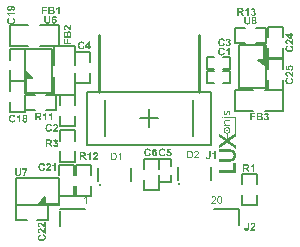
<source format=gto>
G04*
G04 #@! TF.GenerationSoftware,Altium Limited,Altium Designer,20.0.13 (296)*
G04*
G04 Layer_Color=65535*
%FSLAX44Y44*%
%MOMM*%
G71*
G01*
G75*
%ADD10C,0.2540*%
%ADD11C,0.2000*%
%ADD12C,0.2500*%
%ADD13C,0.2032*%
G36*
X99000Y-171125D02*
X93125Y-165250D01*
X99000D01*
Y-171125D01*
D02*
G37*
G36*
X-99320Y-180750D02*
X-105195D01*
Y-174875D01*
X-99320Y-180750D01*
D02*
G37*
G36*
X67356Y-208762D02*
X67483D01*
Y-208780D01*
X67555D01*
Y-208798D01*
X67646D01*
Y-208816D01*
X67682D01*
Y-208834D01*
X67737D01*
Y-208852D01*
X67791D01*
Y-208870D01*
X67828D01*
Y-208889D01*
X67864D01*
Y-208907D01*
X67900D01*
Y-208925D01*
X67918D01*
Y-208943D01*
X67955D01*
Y-208961D01*
X67973D01*
Y-208979D01*
X68009D01*
Y-208997D01*
X68027D01*
Y-209016D01*
X68063D01*
Y-209034D01*
X68082D01*
Y-209052D01*
X68100D01*
Y-209070D01*
X68118D01*
Y-209088D01*
X68136D01*
Y-209106D01*
X68172D01*
Y-209125D01*
X68190D01*
Y-209143D01*
X68209D01*
Y-209161D01*
X68227D01*
Y-209179D01*
X68245D01*
Y-209197D01*
X68263D01*
Y-209233D01*
X68281D01*
Y-209251D01*
X68299D01*
Y-209270D01*
X68317D01*
Y-209288D01*
X68336D01*
Y-209306D01*
X68354D01*
Y-209342D01*
X68372D01*
Y-209360D01*
X68390D01*
Y-209397D01*
X68408D01*
Y-209415D01*
X68426D01*
Y-209451D01*
X68444D01*
Y-209487D01*
X68463D01*
Y-209506D01*
X68481D01*
Y-209542D01*
X68499D01*
Y-209578D01*
X68517D01*
Y-209614D01*
X68535D01*
Y-209651D01*
X68553D01*
Y-209705D01*
X68572D01*
Y-209741D01*
X68590D01*
Y-209778D01*
X68608D01*
Y-209832D01*
X68626D01*
Y-209886D01*
X68644D01*
Y-209941D01*
X68662D01*
Y-210014D01*
X68680D01*
Y-210086D01*
X68699D01*
Y-210177D01*
X68717D01*
Y-210268D01*
X68735D01*
Y-210395D01*
X68753D01*
Y-210558D01*
X68771D01*
Y-211102D01*
X68753D01*
Y-211302D01*
X68735D01*
Y-211411D01*
X68717D01*
Y-211520D01*
X68699D01*
Y-211592D01*
X68680D01*
Y-211665D01*
X68662D01*
Y-211737D01*
X68644D01*
Y-211792D01*
X68626D01*
Y-211846D01*
X68608D01*
Y-211901D01*
X68590D01*
Y-211937D01*
X68572D01*
Y-211991D01*
X68553D01*
Y-212027D01*
X68535D01*
Y-212064D01*
X68517D01*
Y-212100D01*
X68499D01*
Y-212136D01*
X68481D01*
Y-212173D01*
X68463D01*
Y-212191D01*
X68444D01*
Y-212227D01*
X68426D01*
Y-212245D01*
X68408D01*
Y-212282D01*
X68390D01*
Y-212300D01*
X68372D01*
Y-212336D01*
X68354D01*
Y-212354D01*
X68336D01*
Y-212372D01*
X68317D01*
Y-212409D01*
X68299D01*
Y-212427D01*
X68281D01*
Y-212445D01*
X68263D01*
Y-212463D01*
X68245D01*
Y-212481D01*
X68227D01*
Y-212499D01*
X68209D01*
Y-212518D01*
X68190D01*
Y-212536D01*
X68172D01*
Y-212554D01*
X68154D01*
Y-212572D01*
X68136D01*
Y-212590D01*
X68118D01*
Y-212608D01*
X68100D01*
Y-212626D01*
X68082D01*
Y-212645D01*
X68063D01*
Y-212663D01*
X68045D01*
Y-212681D01*
X68027D01*
Y-212699D01*
X67991D01*
Y-212717D01*
X67973D01*
Y-212735D01*
X67955D01*
Y-212753D01*
X67936D01*
Y-212771D01*
X67900D01*
Y-212790D01*
X67882D01*
Y-212808D01*
X67864D01*
Y-212826D01*
X67828D01*
Y-212844D01*
X67791D01*
Y-212826D01*
X67773D01*
Y-212808D01*
X67755D01*
Y-212790D01*
X67737D01*
Y-212753D01*
X67719D01*
Y-212735D01*
X67701D01*
Y-212717D01*
X67682D01*
Y-212681D01*
X67664D01*
Y-212663D01*
X67646D01*
Y-212645D01*
X67628D01*
Y-212626D01*
X67610D01*
Y-212590D01*
X67592D01*
Y-212572D01*
X67573D01*
Y-212554D01*
X67555D01*
Y-212518D01*
X67537D01*
Y-212499D01*
X67519D01*
Y-212481D01*
X67501D01*
Y-212445D01*
X67483D01*
Y-212427D01*
X67465D01*
Y-212409D01*
X67447D01*
Y-212390D01*
X67428D01*
Y-212354D01*
X67410D01*
Y-212336D01*
X67392D01*
Y-212318D01*
X67374D01*
Y-212282D01*
X67356D01*
Y-212263D01*
X67338D01*
Y-212245D01*
X67319D01*
Y-212227D01*
X67301D01*
Y-212191D01*
X67283D01*
Y-212155D01*
X67301D01*
Y-212136D01*
X67319D01*
Y-212118D01*
X67338D01*
Y-212100D01*
X67356D01*
Y-212082D01*
X67374D01*
Y-212064D01*
X67392D01*
Y-212046D01*
X67428D01*
Y-212027D01*
X67447D01*
Y-212009D01*
X67465D01*
Y-211991D01*
X67483D01*
Y-211973D01*
X67501D01*
Y-211955D01*
X67519D01*
Y-211937D01*
X67537D01*
Y-211919D01*
X67555D01*
Y-211882D01*
X67573D01*
Y-211864D01*
X67592D01*
Y-211846D01*
X67610D01*
Y-211828D01*
X67628D01*
Y-211810D01*
X67646D01*
Y-211792D01*
X67664D01*
Y-211755D01*
X67682D01*
Y-211737D01*
X67701D01*
Y-211719D01*
X67719D01*
Y-211683D01*
X67737D01*
Y-211665D01*
X67755D01*
Y-211628D01*
X67773D01*
Y-211610D01*
X67791D01*
Y-211574D01*
X67809D01*
Y-211538D01*
X67828D01*
Y-211501D01*
X67846D01*
Y-211465D01*
X67864D01*
Y-211429D01*
X67882D01*
Y-211374D01*
X67900D01*
Y-211320D01*
X67918D01*
Y-211247D01*
X67936D01*
Y-211157D01*
X67955D01*
Y-211012D01*
X67973D01*
Y-210649D01*
X67955D01*
Y-210503D01*
X67936D01*
Y-210413D01*
X67918D01*
Y-210340D01*
X67900D01*
Y-210286D01*
X67882D01*
Y-210231D01*
X67864D01*
Y-210177D01*
X67846D01*
Y-210140D01*
X67828D01*
Y-210104D01*
X67809D01*
Y-210068D01*
X67791D01*
Y-210032D01*
X67773D01*
Y-210014D01*
X67755D01*
Y-209977D01*
X67737D01*
Y-209959D01*
X67719D01*
Y-209941D01*
X67701D01*
Y-209923D01*
X67682D01*
Y-209886D01*
X67664D01*
Y-209868D01*
X67646D01*
Y-209850D01*
X67610D01*
Y-209832D01*
X67592D01*
Y-209814D01*
X67573D01*
Y-209796D01*
X67555D01*
Y-209778D01*
X67519D01*
Y-209760D01*
X67501D01*
Y-209741D01*
X67465D01*
Y-209723D01*
X67410D01*
Y-209705D01*
X67356D01*
Y-209687D01*
X67265D01*
Y-209669D01*
X67066D01*
Y-209687D01*
X66975D01*
Y-209705D01*
X66920D01*
Y-209723D01*
X66866D01*
Y-209741D01*
X66848D01*
Y-209760D01*
X66811D01*
Y-209778D01*
X66793D01*
Y-209796D01*
X66775D01*
Y-209814D01*
X66739D01*
Y-209832D01*
X66721D01*
Y-209850D01*
X66703D01*
Y-209868D01*
X66684D01*
Y-209905D01*
X66666D01*
Y-209923D01*
X66648D01*
Y-209941D01*
X66630D01*
Y-209959D01*
X66612D01*
Y-209995D01*
X66594D01*
Y-210032D01*
X66576D01*
Y-210050D01*
X66557D01*
Y-210086D01*
X66539D01*
Y-210122D01*
X66521D01*
Y-210159D01*
X66503D01*
Y-210213D01*
X66485D01*
Y-210249D01*
X66467D01*
Y-210304D01*
X66449D01*
Y-210358D01*
X66430D01*
Y-210431D01*
X66412D01*
Y-210503D01*
X66394D01*
Y-210576D01*
X66376D01*
Y-210649D01*
X66358D01*
Y-210721D01*
X66340D01*
Y-210812D01*
X66322D01*
Y-210903D01*
X66303D01*
Y-210975D01*
X66285D01*
Y-211048D01*
X66267D01*
Y-211120D01*
X66249D01*
Y-211193D01*
X66231D01*
Y-211266D01*
X66213D01*
Y-211338D01*
X66195D01*
Y-211392D01*
X66176D01*
Y-211465D01*
X66158D01*
Y-211520D01*
X66140D01*
Y-211574D01*
X66122D01*
Y-211628D01*
X66104D01*
Y-211683D01*
X66086D01*
Y-211719D01*
X66068D01*
Y-211773D01*
X66049D01*
Y-211810D01*
X66031D01*
Y-211846D01*
X66013D01*
Y-211882D01*
X65995D01*
Y-211919D01*
X65977D01*
Y-211955D01*
X65959D01*
Y-211991D01*
X65940D01*
Y-212027D01*
X65922D01*
Y-212046D01*
X65904D01*
Y-212082D01*
X65886D01*
Y-212100D01*
X65868D01*
Y-212136D01*
X65850D01*
Y-212155D01*
X65832D01*
Y-212173D01*
X65813D01*
Y-212209D01*
X65795D01*
Y-212227D01*
X65777D01*
Y-212245D01*
X65759D01*
Y-212263D01*
X65741D01*
Y-212282D01*
X65723D01*
Y-212300D01*
X65705D01*
Y-212318D01*
X65686D01*
Y-212336D01*
X65668D01*
Y-212354D01*
X65650D01*
Y-212372D01*
X65614D01*
Y-212390D01*
X65596D01*
Y-212409D01*
X65578D01*
Y-212427D01*
X65541D01*
Y-212445D01*
X65523D01*
Y-212463D01*
X65487D01*
Y-212481D01*
X65469D01*
Y-212499D01*
X65433D01*
Y-212518D01*
X65396D01*
Y-212536D01*
X65342D01*
Y-212554D01*
X65287D01*
Y-212572D01*
X65233D01*
Y-212590D01*
X65160D01*
Y-212608D01*
X65051D01*
Y-212626D01*
X64598D01*
Y-212608D01*
X64507D01*
Y-212590D01*
X64435D01*
Y-212572D01*
X64362D01*
Y-212554D01*
X64326D01*
Y-212536D01*
X64271D01*
Y-212518D01*
X64235D01*
Y-212499D01*
X64199D01*
Y-212481D01*
X64162D01*
Y-212463D01*
X64126D01*
Y-212445D01*
X64090D01*
Y-212427D01*
X64072D01*
Y-212409D01*
X64054D01*
Y-212390D01*
X64017D01*
Y-212372D01*
X63999D01*
Y-212354D01*
X63963D01*
Y-212336D01*
X63945D01*
Y-212318D01*
X63927D01*
Y-212300D01*
X63908D01*
Y-212282D01*
X63890D01*
Y-212263D01*
X63872D01*
Y-212245D01*
X63854D01*
Y-212227D01*
X63836D01*
Y-212209D01*
X63818D01*
Y-212191D01*
X63800D01*
Y-212173D01*
X63781D01*
Y-212155D01*
X63763D01*
Y-212136D01*
X63745D01*
Y-212118D01*
X63727D01*
Y-212082D01*
X63709D01*
Y-212064D01*
X63691D01*
Y-212046D01*
X63672D01*
Y-212009D01*
X63654D01*
Y-211991D01*
X63636D01*
Y-211955D01*
X63618D01*
Y-211919D01*
X63600D01*
Y-211901D01*
X63582D01*
Y-211864D01*
X63564D01*
Y-211828D01*
X63545D01*
Y-211792D01*
X63527D01*
Y-211755D01*
X63509D01*
Y-211719D01*
X63491D01*
Y-211683D01*
X63473D01*
Y-211646D01*
X63455D01*
Y-211592D01*
X63437D01*
Y-211538D01*
X63418D01*
Y-211501D01*
X63400D01*
Y-211429D01*
X63382D01*
Y-211374D01*
X63364D01*
Y-211302D01*
X63346D01*
Y-211229D01*
X63328D01*
Y-211138D01*
X63310D01*
Y-211012D01*
X63292D01*
Y-210812D01*
X63273D01*
Y-210540D01*
X63292D01*
Y-210340D01*
X63310D01*
Y-210213D01*
X63328D01*
Y-210140D01*
X63346D01*
Y-210050D01*
X63364D01*
Y-209995D01*
X63382D01*
Y-209923D01*
X63400D01*
Y-209868D01*
X63418D01*
Y-209814D01*
X63437D01*
Y-209778D01*
X63455D01*
Y-209723D01*
X63473D01*
Y-209687D01*
X63491D01*
Y-209651D01*
X63509D01*
Y-209614D01*
X63527D01*
Y-209578D01*
X63545D01*
Y-209542D01*
X63564D01*
Y-209506D01*
X63582D01*
Y-209487D01*
X63600D01*
Y-209451D01*
X63618D01*
Y-209433D01*
X63636D01*
Y-209397D01*
X63654D01*
Y-209379D01*
X63672D01*
Y-209360D01*
X63691D01*
Y-209324D01*
X63709D01*
Y-209306D01*
X63727D01*
Y-209288D01*
X63745D01*
Y-209270D01*
X63763D01*
Y-209251D01*
X63781D01*
Y-209233D01*
X63800D01*
Y-209215D01*
X63818D01*
Y-209197D01*
X63836D01*
Y-209179D01*
X63854D01*
Y-209161D01*
X63872D01*
Y-209143D01*
X63890D01*
Y-209125D01*
X63908D01*
Y-209106D01*
X63927D01*
Y-209088D01*
X63963D01*
Y-209070D01*
X63981D01*
Y-209052D01*
X63999D01*
Y-209034D01*
X64035D01*
Y-209016D01*
X64054D01*
Y-208997D01*
X64090D01*
Y-208979D01*
X64108D01*
Y-208961D01*
X64144D01*
Y-208943D01*
X64180D01*
Y-208925D01*
X64199D01*
Y-208907D01*
X64235D01*
Y-208943D01*
X64253D01*
Y-208961D01*
X64271D01*
Y-208997D01*
X64289D01*
Y-209016D01*
X64308D01*
Y-209052D01*
X64326D01*
Y-209070D01*
X64344D01*
Y-209106D01*
X64362D01*
Y-209125D01*
X64380D01*
Y-209161D01*
X64398D01*
Y-209179D01*
X64416D01*
Y-209215D01*
X64435D01*
Y-209233D01*
X64453D01*
Y-209270D01*
X64471D01*
Y-209288D01*
X64489D01*
Y-209324D01*
X64507D01*
Y-209342D01*
X64525D01*
Y-209379D01*
X64543D01*
Y-209397D01*
X64562D01*
Y-209433D01*
X64580D01*
Y-209451D01*
X64598D01*
Y-209487D01*
X64616D01*
Y-209506D01*
X64634D01*
Y-209542D01*
X64652D01*
Y-209560D01*
X64671D01*
Y-209596D01*
X64689D01*
Y-209614D01*
X64707D01*
Y-209632D01*
X64689D01*
Y-209651D01*
X64652D01*
Y-209669D01*
X64634D01*
Y-209687D01*
X64598D01*
Y-209705D01*
X64580D01*
Y-209723D01*
X64562D01*
Y-209741D01*
X64525D01*
Y-209760D01*
X64507D01*
Y-209778D01*
X64489D01*
Y-209796D01*
X64471D01*
Y-209814D01*
X64453D01*
Y-209832D01*
X64435D01*
Y-209850D01*
X64416D01*
Y-209868D01*
X64398D01*
Y-209886D01*
X64380D01*
Y-209905D01*
X64362D01*
Y-209923D01*
X64344D01*
Y-209959D01*
X64326D01*
Y-209977D01*
X64308D01*
Y-209995D01*
X64289D01*
Y-210032D01*
X64271D01*
Y-210050D01*
X64253D01*
Y-210086D01*
X64235D01*
Y-210104D01*
X64217D01*
Y-210140D01*
X64199D01*
Y-210177D01*
X64180D01*
Y-210231D01*
X64162D01*
Y-210268D01*
X64144D01*
Y-210322D01*
X64126D01*
Y-210395D01*
X64108D01*
Y-210467D01*
X64090D01*
Y-210630D01*
X64072D01*
Y-210848D01*
X64090D01*
Y-210993D01*
X64108D01*
Y-211084D01*
X64126D01*
Y-211157D01*
X64144D01*
Y-211211D01*
X64162D01*
Y-211247D01*
X64180D01*
Y-211302D01*
X64199D01*
Y-211338D01*
X64217D01*
Y-211374D01*
X64235D01*
Y-211411D01*
X64253D01*
Y-211447D01*
X64271D01*
Y-211465D01*
X64289D01*
Y-211483D01*
X64308D01*
Y-211520D01*
X64326D01*
Y-211538D01*
X64344D01*
Y-211556D01*
X64362D01*
Y-211574D01*
X64380D01*
Y-211592D01*
X64398D01*
Y-211610D01*
X64416D01*
Y-211628D01*
X64435D01*
Y-211646D01*
X64471D01*
Y-211665D01*
X64489D01*
Y-211683D01*
X64525D01*
Y-211701D01*
X64562D01*
Y-211719D01*
X64598D01*
Y-211737D01*
X64652D01*
Y-211755D01*
X64743D01*
Y-211773D01*
X64852D01*
Y-211755D01*
X64943D01*
Y-211737D01*
X64997D01*
Y-211719D01*
X65015D01*
Y-211701D01*
X65051D01*
Y-211683D01*
X65070D01*
Y-211665D01*
X65106D01*
Y-211646D01*
X65124D01*
Y-211628D01*
X65142D01*
Y-211592D01*
X65160D01*
Y-211574D01*
X65178D01*
Y-211556D01*
X65197D01*
Y-211538D01*
X65215D01*
Y-211501D01*
X65233D01*
Y-211483D01*
X65251D01*
Y-211447D01*
X65269D01*
Y-211411D01*
X65287D01*
Y-211374D01*
X65306D01*
Y-211338D01*
X65324D01*
Y-211302D01*
X65342D01*
Y-211266D01*
X65360D01*
Y-211211D01*
X65378D01*
Y-211157D01*
X65396D01*
Y-211102D01*
X65414D01*
Y-211066D01*
X65433D01*
Y-210993D01*
X65451D01*
Y-210939D01*
X65469D01*
Y-210866D01*
X65487D01*
Y-210794D01*
X65505D01*
Y-210721D01*
X65523D01*
Y-210630D01*
X65541D01*
Y-210558D01*
X65560D01*
Y-210449D01*
X65578D01*
Y-210358D01*
X65596D01*
Y-210268D01*
X65614D01*
Y-210213D01*
X65632D01*
Y-210140D01*
X65650D01*
Y-210068D01*
X65668D01*
Y-209995D01*
X65686D01*
Y-209923D01*
X65705D01*
Y-209868D01*
X65723D01*
Y-209814D01*
X65741D01*
Y-209760D01*
X65759D01*
Y-209723D01*
X65777D01*
Y-209669D01*
X65795D01*
Y-209632D01*
X65813D01*
Y-209578D01*
X65832D01*
Y-209542D01*
X65850D01*
Y-209506D01*
X65868D01*
Y-209469D01*
X65886D01*
Y-209433D01*
X65904D01*
Y-209415D01*
X65922D01*
Y-209379D01*
X65940D01*
Y-209360D01*
X65959D01*
Y-209324D01*
X65977D01*
Y-209288D01*
X65995D01*
Y-209270D01*
X66013D01*
Y-209251D01*
X66031D01*
Y-209215D01*
X66049D01*
Y-209197D01*
X66068D01*
Y-209179D01*
X66086D01*
Y-209161D01*
X66104D01*
Y-209143D01*
X66122D01*
Y-209125D01*
X66140D01*
Y-209106D01*
X66158D01*
Y-209088D01*
X66176D01*
Y-209070D01*
X66195D01*
Y-209052D01*
X66213D01*
Y-209034D01*
X66231D01*
Y-209016D01*
X66267D01*
Y-208997D01*
X66285D01*
Y-208979D01*
X66303D01*
Y-208961D01*
X66340D01*
Y-208943D01*
X66358D01*
Y-208925D01*
X66394D01*
Y-208907D01*
X66430D01*
Y-208889D01*
X66449D01*
Y-208870D01*
X66503D01*
Y-208852D01*
X66539D01*
Y-208834D01*
X66576D01*
Y-208816D01*
X66630D01*
Y-208798D01*
X66703D01*
Y-208780D01*
X66775D01*
Y-208762D01*
X66902D01*
Y-208743D01*
X67356D01*
Y-208762D01*
D02*
G37*
G36*
X61677Y-213715D02*
X61749D01*
Y-213733D01*
X61804D01*
Y-213751D01*
X61840D01*
Y-213769D01*
X61876D01*
Y-213788D01*
X61912D01*
Y-213806D01*
X61931D01*
Y-213824D01*
X61967D01*
Y-213842D01*
X61985D01*
Y-213860D01*
X62003D01*
Y-213878D01*
X62021D01*
Y-213896D01*
X62039D01*
Y-213915D01*
X62058D01*
Y-213933D01*
X62076D01*
Y-213951D01*
X62094D01*
Y-213969D01*
X62112D01*
Y-214005D01*
X62130D01*
Y-214023D01*
X62148D01*
Y-214060D01*
X62167D01*
Y-214096D01*
X62185D01*
Y-214132D01*
X62203D01*
Y-214187D01*
X62221D01*
Y-214259D01*
X62239D01*
Y-214386D01*
X62257D01*
Y-214513D01*
X62239D01*
Y-214640D01*
X62221D01*
Y-214713D01*
X62203D01*
Y-214749D01*
X62185D01*
Y-214804D01*
X62167D01*
Y-214840D01*
X62148D01*
Y-214858D01*
X62130D01*
Y-214894D01*
X62112D01*
Y-214912D01*
X62094D01*
Y-214949D01*
X62076D01*
Y-214967D01*
X62058D01*
Y-214985D01*
X62039D01*
Y-215003D01*
X62021D01*
Y-215021D01*
X62003D01*
Y-215040D01*
X61985D01*
Y-215058D01*
X61949D01*
Y-215076D01*
X61931D01*
Y-215094D01*
X61894D01*
Y-215112D01*
X61858D01*
Y-215130D01*
X61822D01*
Y-215148D01*
X61785D01*
Y-215166D01*
X61731D01*
Y-215185D01*
X61640D01*
Y-215203D01*
X61368D01*
Y-215185D01*
X61277D01*
Y-215166D01*
X61223D01*
Y-215148D01*
X61187D01*
Y-215130D01*
X61150D01*
Y-215112D01*
X61114D01*
Y-215094D01*
X61078D01*
Y-215076D01*
X61060D01*
Y-215058D01*
X61023D01*
Y-215040D01*
X61005D01*
Y-215021D01*
X60987D01*
Y-215003D01*
X60969D01*
Y-214985D01*
X60951D01*
Y-214967D01*
X60933D01*
Y-214949D01*
X60915D01*
Y-214912D01*
X60896D01*
Y-214894D01*
X60878D01*
Y-214858D01*
X60860D01*
Y-214840D01*
X60842D01*
Y-214804D01*
X60824D01*
Y-214749D01*
X60806D01*
Y-214695D01*
X60788D01*
Y-214640D01*
X60769D01*
Y-214495D01*
X60751D01*
Y-214405D01*
X60769D01*
Y-214259D01*
X60788D01*
Y-214187D01*
X60806D01*
Y-214132D01*
X60824D01*
Y-214096D01*
X60842D01*
Y-214060D01*
X60860D01*
Y-214023D01*
X60878D01*
Y-214005D01*
X60896D01*
Y-213969D01*
X60915D01*
Y-213951D01*
X60933D01*
Y-213933D01*
X60951D01*
Y-213915D01*
X60969D01*
Y-213896D01*
X60987D01*
Y-213878D01*
X61005D01*
Y-213860D01*
X61023D01*
Y-213842D01*
X61042D01*
Y-213824D01*
X61078D01*
Y-213806D01*
X61096D01*
Y-213788D01*
X61132D01*
Y-213769D01*
X61169D01*
Y-213751D01*
X61205D01*
Y-213733D01*
X61259D01*
Y-213715D01*
X61332D01*
Y-213697D01*
X61677D01*
Y-213715D01*
D02*
G37*
G36*
X68644Y-217489D02*
X65233D01*
Y-217507D01*
X65106D01*
Y-217525D01*
X64997D01*
Y-217543D01*
X64925D01*
Y-217562D01*
X64870D01*
Y-217580D01*
X64816D01*
Y-217598D01*
X64761D01*
Y-217616D01*
X64725D01*
Y-217634D01*
X64689D01*
Y-217652D01*
X64634D01*
Y-217670D01*
X64598D01*
Y-217689D01*
X64580D01*
Y-217707D01*
X64543D01*
Y-217725D01*
X64525D01*
Y-217743D01*
X64489D01*
Y-217761D01*
X64471D01*
Y-217779D01*
X64435D01*
Y-217798D01*
X64416D01*
Y-217816D01*
X64398D01*
Y-217834D01*
X64380D01*
Y-217852D01*
X64362D01*
Y-217870D01*
X64344D01*
Y-217888D01*
X64326D01*
Y-217906D01*
X64308D01*
Y-217943D01*
X64289D01*
Y-217961D01*
X64271D01*
Y-217979D01*
X64253D01*
Y-218015D01*
X64235D01*
Y-218051D01*
X64217D01*
Y-218070D01*
X64199D01*
Y-218106D01*
X64180D01*
Y-218160D01*
X64162D01*
Y-218197D01*
X64144D01*
Y-218251D01*
X64126D01*
Y-218324D01*
X64108D01*
Y-218414D01*
X64090D01*
Y-218578D01*
X64072D01*
Y-218813D01*
X64090D01*
Y-218995D01*
X64108D01*
Y-219086D01*
X64126D01*
Y-219176D01*
X64144D01*
Y-219231D01*
X64162D01*
Y-219285D01*
X64180D01*
Y-219340D01*
X64199D01*
Y-219376D01*
X64217D01*
Y-219430D01*
X64235D01*
Y-219467D01*
X64253D01*
Y-219503D01*
X64271D01*
Y-219521D01*
X64289D01*
Y-219557D01*
X64308D01*
Y-219576D01*
X64326D01*
Y-219612D01*
X64344D01*
Y-219630D01*
X64362D01*
Y-219666D01*
X64380D01*
Y-219685D01*
X64398D01*
Y-219703D01*
X64416D01*
Y-219721D01*
X64435D01*
Y-219757D01*
X64453D01*
Y-219775D01*
X64471D01*
Y-219793D01*
X64489D01*
Y-219811D01*
X64525D01*
Y-219830D01*
X64543D01*
Y-219848D01*
X64562D01*
Y-219866D01*
X64580D01*
Y-219884D01*
X64598D01*
Y-219902D01*
X64616D01*
Y-219920D01*
X64652D01*
Y-219939D01*
X64671D01*
Y-219957D01*
X64707D01*
Y-219975D01*
X64725D01*
Y-219993D01*
X64761D01*
Y-220011D01*
X64798D01*
Y-220029D01*
X64816D01*
Y-220047D01*
X64852D01*
Y-220065D01*
X64888D01*
Y-220084D01*
X64925D01*
Y-220102D01*
X64979D01*
Y-220120D01*
X65015D01*
Y-220138D01*
X65070D01*
Y-220156D01*
X65124D01*
Y-220174D01*
X65160D01*
Y-220193D01*
X65233D01*
Y-220211D01*
X65306D01*
Y-220229D01*
X65378D01*
Y-220247D01*
X65469D01*
Y-220265D01*
X65578D01*
Y-220283D01*
X65741D01*
Y-220301D01*
X68644D01*
Y-221172D01*
X64289D01*
Y-221190D01*
X63927D01*
Y-221209D01*
X63545D01*
Y-221227D01*
X63418D01*
Y-220392D01*
X63927D01*
Y-220374D01*
X64271D01*
Y-220338D01*
X64235D01*
Y-220319D01*
X64199D01*
Y-220301D01*
X64162D01*
Y-220283D01*
X64144D01*
Y-220265D01*
X64108D01*
Y-220247D01*
X64090D01*
Y-220229D01*
X64054D01*
Y-220211D01*
X64035D01*
Y-220193D01*
X63999D01*
Y-220174D01*
X63981D01*
Y-220156D01*
X63963D01*
Y-220138D01*
X63945D01*
Y-220120D01*
X63927D01*
Y-220102D01*
X63890D01*
Y-220084D01*
X63872D01*
Y-220065D01*
X63854D01*
Y-220047D01*
X63836D01*
Y-220029D01*
X63818D01*
Y-220011D01*
X63800D01*
Y-219993D01*
X63781D01*
Y-219957D01*
X63763D01*
Y-219939D01*
X63745D01*
Y-219920D01*
X63727D01*
Y-219902D01*
X63709D01*
Y-219884D01*
X63691D01*
Y-219848D01*
X63672D01*
Y-219830D01*
X63654D01*
Y-219793D01*
X63636D01*
Y-219775D01*
X63618D01*
Y-219757D01*
X63600D01*
Y-219721D01*
X63582D01*
Y-219685D01*
X63564D01*
Y-219666D01*
X63545D01*
Y-219630D01*
X63527D01*
Y-219594D01*
X63509D01*
Y-219557D01*
X63491D01*
Y-219521D01*
X63473D01*
Y-219485D01*
X63455D01*
Y-219449D01*
X63437D01*
Y-219394D01*
X63418D01*
Y-219358D01*
X63400D01*
Y-219303D01*
X63382D01*
Y-219249D01*
X63364D01*
Y-219176D01*
X63346D01*
Y-219122D01*
X63328D01*
Y-219031D01*
X63310D01*
Y-218922D01*
X63292D01*
Y-218741D01*
X63273D01*
Y-218451D01*
X63292D01*
Y-218233D01*
X63310D01*
Y-218124D01*
X63328D01*
Y-218033D01*
X63346D01*
Y-217961D01*
X63364D01*
Y-217888D01*
X63382D01*
Y-217834D01*
X63400D01*
Y-217779D01*
X63418D01*
Y-217725D01*
X63437D01*
Y-217689D01*
X63455D01*
Y-217652D01*
X63473D01*
Y-217616D01*
X63491D01*
Y-217580D01*
X63509D01*
Y-217543D01*
X63527D01*
Y-217507D01*
X63545D01*
Y-217471D01*
X63564D01*
Y-217453D01*
X63582D01*
Y-217416D01*
X63600D01*
Y-217398D01*
X63618D01*
Y-217362D01*
X63636D01*
Y-217344D01*
X63654D01*
Y-217326D01*
X63672D01*
Y-217289D01*
X63691D01*
Y-217271D01*
X63709D01*
Y-217253D01*
X63727D01*
Y-217235D01*
X63745D01*
Y-217217D01*
X63763D01*
Y-217199D01*
X63781D01*
Y-217181D01*
X63800D01*
Y-217162D01*
X63818D01*
Y-217144D01*
X63836D01*
Y-217126D01*
X63854D01*
Y-217108D01*
X63872D01*
Y-217090D01*
X63890D01*
Y-217072D01*
X63908D01*
Y-217054D01*
X63927D01*
Y-217035D01*
X63963D01*
Y-217017D01*
X63981D01*
Y-216999D01*
X64017D01*
Y-216981D01*
X64035D01*
Y-216963D01*
X64072D01*
Y-216945D01*
X64090D01*
Y-216926D01*
X64126D01*
Y-216908D01*
X64162D01*
Y-216890D01*
X64180D01*
Y-216872D01*
X64217D01*
Y-216854D01*
X64253D01*
Y-216836D01*
X64308D01*
Y-216818D01*
X64344D01*
Y-216800D01*
X64380D01*
Y-216781D01*
X64435D01*
Y-216763D01*
X64489D01*
Y-216745D01*
X64543D01*
Y-216727D01*
X64616D01*
Y-216709D01*
X64689D01*
Y-216691D01*
X64779D01*
Y-216672D01*
X64852D01*
Y-216654D01*
X64997D01*
Y-216636D01*
X65197D01*
Y-216618D01*
X68644D01*
Y-217489D01*
D02*
G37*
G36*
X73271Y-230553D02*
X73253D01*
Y-230571D01*
X73216D01*
Y-230589D01*
X73198D01*
Y-230607D01*
X73162D01*
Y-230625D01*
X73144D01*
Y-230644D01*
X73108D01*
Y-230662D01*
X73089D01*
Y-230680D01*
X73053D01*
Y-230698D01*
X73035D01*
Y-230716D01*
X72999D01*
Y-230734D01*
X72981D01*
Y-230753D01*
X72944D01*
Y-230771D01*
X72926D01*
Y-230789D01*
X72890D01*
Y-230807D01*
X72872D01*
Y-230825D01*
X72835D01*
Y-230843D01*
X72817D01*
Y-230861D01*
X72781D01*
Y-230879D01*
X72763D01*
Y-230898D01*
X72726D01*
Y-230916D01*
X72708D01*
Y-230934D01*
X72672D01*
Y-230952D01*
X72654D01*
Y-230970D01*
X72618D01*
Y-230988D01*
X72600D01*
Y-231007D01*
X72563D01*
Y-231025D01*
X72545D01*
Y-231043D01*
X72509D01*
Y-231061D01*
X72491D01*
Y-231079D01*
X72454D01*
Y-231097D01*
X72436D01*
Y-231115D01*
X72400D01*
Y-231133D01*
X72382D01*
Y-231152D01*
X72345D01*
Y-231170D01*
X72327D01*
Y-231188D01*
X72291D01*
Y-231206D01*
X72273D01*
Y-231224D01*
X72237D01*
Y-231242D01*
X72218D01*
Y-231261D01*
X72182D01*
Y-231279D01*
X72164D01*
Y-231297D01*
X72128D01*
Y-231315D01*
X72110D01*
Y-231333D01*
X72073D01*
Y-231351D01*
X72055D01*
Y-231369D01*
X72019D01*
Y-231388D01*
X72001D01*
Y-231406D01*
X71965D01*
Y-231424D01*
X71946D01*
Y-231442D01*
X71910D01*
Y-231460D01*
X71892D01*
Y-231478D01*
X71856D01*
Y-231496D01*
X71837D01*
Y-231514D01*
X71801D01*
Y-231533D01*
X71783D01*
Y-231551D01*
X71747D01*
Y-231569D01*
X71729D01*
Y-231587D01*
X71692D01*
Y-231605D01*
X71674D01*
Y-231623D01*
X71638D01*
Y-231642D01*
X71620D01*
Y-231660D01*
X71583D01*
Y-231678D01*
X71565D01*
Y-231696D01*
X71529D01*
Y-231714D01*
X71511D01*
Y-231732D01*
X71475D01*
Y-231750D01*
X71456D01*
Y-231769D01*
X71420D01*
Y-231787D01*
X71402D01*
Y-231805D01*
X71366D01*
Y-231823D01*
X71348D01*
Y-231841D01*
X71311D01*
Y-231859D01*
X71293D01*
Y-231877D01*
X71257D01*
Y-231896D01*
X71239D01*
Y-231914D01*
X71202D01*
Y-231932D01*
X71184D01*
Y-231950D01*
X71148D01*
Y-231968D01*
X71130D01*
Y-231986D01*
X71094D01*
Y-232005D01*
X71075D01*
Y-232023D01*
X71039D01*
Y-232041D01*
X71021D01*
Y-232059D01*
X70985D01*
Y-232077D01*
X70967D01*
Y-232095D01*
X70930D01*
Y-232113D01*
X70912D01*
Y-232132D01*
X70894D01*
Y-232150D01*
X70858D01*
Y-232168D01*
X70840D01*
Y-232186D01*
X70803D01*
Y-232204D01*
X70785D01*
Y-232222D01*
X70749D01*
Y-232240D01*
X70731D01*
Y-232258D01*
X70694D01*
Y-232277D01*
X70676D01*
Y-232295D01*
X70640D01*
Y-232313D01*
X70622D01*
Y-232331D01*
X70585D01*
Y-232349D01*
X70567D01*
Y-232367D01*
X70531D01*
Y-232386D01*
X70513D01*
Y-232404D01*
X70477D01*
Y-232422D01*
X70458D01*
Y-232440D01*
X70422D01*
Y-232458D01*
X70404D01*
Y-232476D01*
X70368D01*
Y-232494D01*
X70350D01*
Y-232512D01*
X70313D01*
Y-232531D01*
X70295D01*
Y-232549D01*
X70259D01*
Y-232567D01*
X70241D01*
Y-232585D01*
X70205D01*
Y-232603D01*
X70186D01*
Y-232621D01*
X70150D01*
Y-232640D01*
X70132D01*
Y-232658D01*
X70096D01*
Y-232676D01*
X70078D01*
Y-232694D01*
X70041D01*
Y-232712D01*
X70023D01*
Y-232730D01*
X69987D01*
Y-232748D01*
X69969D01*
Y-232766D01*
X69932D01*
Y-232785D01*
X69914D01*
Y-232803D01*
X69878D01*
Y-232821D01*
X69860D01*
Y-232839D01*
X69823D01*
Y-232857D01*
X69805D01*
Y-232875D01*
X69769D01*
Y-232894D01*
X69751D01*
Y-232912D01*
X69715D01*
Y-232930D01*
X69696D01*
Y-232948D01*
X69660D01*
Y-232966D01*
X69642D01*
Y-232984D01*
X69606D01*
Y-233002D01*
X69588D01*
Y-233020D01*
X69551D01*
Y-233039D01*
X69533D01*
Y-233057D01*
X69497D01*
Y-233075D01*
X69479D01*
Y-233093D01*
X69442D01*
Y-233111D01*
X69424D01*
Y-233129D01*
X69388D01*
Y-233148D01*
X69370D01*
Y-233166D01*
X69334D01*
Y-233184D01*
X69315D01*
Y-233202D01*
X69279D01*
Y-233220D01*
X69261D01*
Y-233238D01*
X69225D01*
Y-233256D01*
X69207D01*
Y-233275D01*
X69170D01*
Y-233293D01*
X69152D01*
Y-233311D01*
X69116D01*
Y-233329D01*
X69098D01*
Y-233347D01*
X69061D01*
Y-233365D01*
X69043D01*
Y-233383D01*
X69007D01*
Y-233402D01*
X68989D01*
Y-233420D01*
X68952D01*
Y-233438D01*
X68934D01*
Y-233456D01*
X68898D01*
Y-233474D01*
X68880D01*
Y-233492D01*
X68844D01*
Y-233510D01*
X68825D01*
Y-233529D01*
X68789D01*
Y-233547D01*
X68771D01*
Y-233565D01*
X68735D01*
Y-233583D01*
X68717D01*
Y-233601D01*
X68680D01*
Y-233619D01*
X68662D01*
Y-233638D01*
X68626D01*
Y-233656D01*
X68608D01*
Y-233674D01*
X68572D01*
Y-233692D01*
X68553D01*
Y-233710D01*
X68517D01*
Y-233728D01*
X68499D01*
Y-233746D01*
X68463D01*
Y-233764D01*
X68444D01*
Y-233783D01*
X68408D01*
Y-233801D01*
X68390D01*
Y-233819D01*
X68354D01*
Y-233837D01*
X68336D01*
Y-233855D01*
X68299D01*
Y-233873D01*
X68281D01*
Y-233892D01*
X68245D01*
Y-233910D01*
X68227D01*
Y-233928D01*
X68190D01*
Y-233946D01*
X68172D01*
Y-233964D01*
X68136D01*
Y-233982D01*
X68118D01*
Y-234000D01*
X68082D01*
Y-234018D01*
X68063D01*
Y-234037D01*
X68027D01*
Y-234055D01*
X68009D01*
Y-234073D01*
X67973D01*
Y-234091D01*
X67955D01*
Y-234109D01*
X67918D01*
Y-234127D01*
X67900D01*
Y-234146D01*
X67864D01*
Y-234164D01*
X67846D01*
Y-234182D01*
X67809D01*
Y-234200D01*
X67791D01*
Y-234218D01*
X67773D01*
Y-234236D01*
X67737D01*
Y-234272D01*
X67773D01*
Y-234291D01*
X67791D01*
Y-234309D01*
X67828D01*
Y-234327D01*
X67846D01*
Y-234345D01*
X67882D01*
Y-234363D01*
X67900D01*
Y-234381D01*
X67936D01*
Y-234400D01*
X67955D01*
Y-234418D01*
X67991D01*
Y-234436D01*
X68009D01*
Y-234454D01*
X68045D01*
Y-234472D01*
X68063D01*
Y-234490D01*
X68100D01*
Y-234508D01*
X68118D01*
Y-234527D01*
X68154D01*
Y-234545D01*
X68172D01*
Y-234563D01*
X68209D01*
Y-234581D01*
X68227D01*
Y-234599D01*
X68263D01*
Y-234617D01*
X68281D01*
Y-234635D01*
X68317D01*
Y-234653D01*
X68336D01*
Y-234672D01*
X68372D01*
Y-234690D01*
X68390D01*
Y-234708D01*
X68426D01*
Y-234726D01*
X68444D01*
Y-234744D01*
X68481D01*
Y-234762D01*
X68499D01*
Y-234781D01*
X68535D01*
Y-234799D01*
X68553D01*
Y-234817D01*
X68590D01*
Y-234835D01*
X68608D01*
Y-234853D01*
X68644D01*
Y-234871D01*
X68662D01*
Y-234889D01*
X68680D01*
Y-234908D01*
X68717D01*
Y-234926D01*
X68735D01*
Y-234944D01*
X68771D01*
Y-234962D01*
X68789D01*
Y-234980D01*
X68825D01*
Y-234998D01*
X68844D01*
Y-235016D01*
X68880D01*
Y-235035D01*
X68898D01*
Y-235053D01*
X68934D01*
Y-235071D01*
X68952D01*
Y-235089D01*
X68989D01*
Y-235107D01*
X69007D01*
Y-235125D01*
X69043D01*
Y-235143D01*
X69061D01*
Y-235162D01*
X69098D01*
Y-235180D01*
X69116D01*
Y-235198D01*
X69152D01*
Y-235216D01*
X69170D01*
Y-235234D01*
X69207D01*
Y-235252D01*
X69225D01*
Y-235270D01*
X69261D01*
Y-235289D01*
X69279D01*
Y-235307D01*
X69315D01*
Y-235325D01*
X69334D01*
Y-235343D01*
X69370D01*
Y-235361D01*
X69388D01*
Y-235379D01*
X69424D01*
Y-235397D01*
X69442D01*
Y-235416D01*
X69479D01*
Y-235434D01*
X69497D01*
Y-235452D01*
X69533D01*
Y-235470D01*
X69551D01*
Y-235488D01*
X69588D01*
Y-235506D01*
X69606D01*
Y-235524D01*
X69642D01*
Y-235543D01*
X69660D01*
Y-235561D01*
X69696D01*
Y-235579D01*
X69715D01*
Y-235597D01*
X69751D01*
Y-235615D01*
X69769D01*
Y-235633D01*
X69805D01*
Y-235651D01*
X69823D01*
Y-235670D01*
X69842D01*
Y-235688D01*
X69878D01*
Y-235706D01*
X69896D01*
Y-235724D01*
X69932D01*
Y-235742D01*
X69950D01*
Y-235760D01*
X69987D01*
Y-235779D01*
X70005D01*
Y-235797D01*
X70041D01*
Y-235815D01*
X70059D01*
Y-235833D01*
X70096D01*
Y-235851D01*
X70114D01*
Y-235869D01*
X70150D01*
Y-235887D01*
X70168D01*
Y-235905D01*
X70205D01*
Y-235924D01*
X70223D01*
Y-235942D01*
X70259D01*
Y-235960D01*
X70277D01*
Y-235978D01*
X70313D01*
Y-235996D01*
X70332D01*
Y-236014D01*
X70368D01*
Y-236033D01*
X70386D01*
Y-236051D01*
X70422D01*
Y-236069D01*
X70440D01*
Y-236087D01*
X70477D01*
Y-236105D01*
X70495D01*
Y-236123D01*
X70531D01*
Y-236141D01*
X70549D01*
Y-236159D01*
X70585D01*
Y-236178D01*
X70604D01*
Y-236196D01*
X70640D01*
Y-236214D01*
X70658D01*
Y-236232D01*
X70694D01*
Y-236250D01*
X70712D01*
Y-236268D01*
X70749D01*
Y-236287D01*
X70767D01*
Y-236305D01*
X70803D01*
Y-236323D01*
X70821D01*
Y-236341D01*
X70858D01*
Y-236359D01*
X70876D01*
Y-236377D01*
X70912D01*
Y-236395D01*
X70930D01*
Y-236413D01*
X70967D01*
Y-236432D01*
X70985D01*
Y-236450D01*
X71003D01*
Y-236468D01*
X71039D01*
Y-236486D01*
X71057D01*
Y-236504D01*
X71094D01*
Y-236522D01*
X71112D01*
Y-236541D01*
X71148D01*
Y-236559D01*
X71166D01*
Y-236577D01*
X71202D01*
Y-236595D01*
X71221D01*
Y-236613D01*
X71257D01*
Y-236631D01*
X71275D01*
Y-236649D01*
X71311D01*
Y-236667D01*
X71329D01*
Y-236686D01*
X71366D01*
Y-236704D01*
X71384D01*
Y-236722D01*
X71420D01*
Y-236740D01*
X71438D01*
Y-236758D01*
X71475D01*
Y-236776D01*
X71493D01*
Y-236795D01*
X71529D01*
Y-236813D01*
X71547D01*
Y-236831D01*
X71583D01*
Y-236849D01*
X71602D01*
Y-236867D01*
X71638D01*
Y-236885D01*
X71656D01*
Y-236903D01*
X71692D01*
Y-236922D01*
X71710D01*
Y-236940D01*
X71747D01*
Y-236958D01*
X71765D01*
Y-236976D01*
X71801D01*
Y-236994D01*
X71819D01*
Y-237012D01*
X71856D01*
Y-237030D01*
X71874D01*
Y-237049D01*
X71910D01*
Y-237067D01*
X71928D01*
Y-237085D01*
X71965D01*
Y-237103D01*
X71983D01*
Y-237121D01*
X72019D01*
Y-237139D01*
X72037D01*
Y-237157D01*
X72073D01*
Y-237176D01*
X72091D01*
Y-237194D01*
X72128D01*
Y-237212D01*
X72146D01*
Y-237230D01*
X72182D01*
Y-237248D01*
X72200D01*
Y-237266D01*
X72218D01*
Y-237285D01*
X72255D01*
Y-237303D01*
X72273D01*
Y-237321D01*
X72309D01*
Y-237339D01*
X72327D01*
Y-237357D01*
X72364D01*
Y-237375D01*
X72382D01*
Y-237393D01*
X72418D01*
Y-237411D01*
X72436D01*
Y-237430D01*
X72473D01*
Y-237448D01*
X72491D01*
Y-237466D01*
X72527D01*
Y-237484D01*
X72545D01*
Y-237502D01*
X72581D01*
Y-237520D01*
X72600D01*
Y-237539D01*
X72636D01*
Y-237557D01*
X72654D01*
Y-237575D01*
X72690D01*
Y-237593D01*
X72708D01*
Y-237611D01*
X72745D01*
Y-237629D01*
X72763D01*
Y-237647D01*
X72799D01*
Y-237666D01*
X72817D01*
Y-237684D01*
X72853D01*
Y-237702D01*
X72872D01*
Y-237720D01*
X72908D01*
Y-237738D01*
X72926D01*
Y-237756D01*
X72962D01*
Y-237774D01*
X72981D01*
Y-237792D01*
X73017D01*
Y-237811D01*
X73035D01*
Y-237829D01*
X73071D01*
Y-237847D01*
X73089D01*
Y-237865D01*
X73126D01*
Y-237883D01*
X73144D01*
Y-237901D01*
X73180D01*
Y-237920D01*
X73198D01*
Y-237938D01*
X73235D01*
Y-237956D01*
X73253D01*
Y-237974D01*
X73271D01*
Y-240696D01*
X73253D01*
Y-240677D01*
X73235D01*
Y-240659D01*
X73198D01*
Y-240641D01*
X73180D01*
Y-240623D01*
X73144D01*
Y-240605D01*
X73126D01*
Y-240587D01*
X73108D01*
Y-240569D01*
X73071D01*
Y-240550D01*
X73053D01*
Y-240532D01*
X73017D01*
Y-240514D01*
X72999D01*
Y-240496D01*
X72962D01*
Y-240478D01*
X72944D01*
Y-240460D01*
X72908D01*
Y-240442D01*
X72890D01*
Y-240423D01*
X72872D01*
Y-240405D01*
X72835D01*
Y-240387D01*
X72817D01*
Y-240369D01*
X72781D01*
Y-240351D01*
X72763D01*
Y-240333D01*
X72726D01*
Y-240315D01*
X72708D01*
Y-240296D01*
X72672D01*
Y-240278D01*
X72654D01*
Y-240260D01*
X72636D01*
Y-240242D01*
X72600D01*
Y-240224D01*
X72581D01*
Y-240206D01*
X72545D01*
Y-240188D01*
X72527D01*
Y-240169D01*
X72491D01*
Y-240151D01*
X72473D01*
Y-240133D01*
X72436D01*
Y-240115D01*
X72418D01*
Y-240097D01*
X72382D01*
Y-240079D01*
X72364D01*
Y-240061D01*
X72345D01*
Y-240042D01*
X72309D01*
Y-240024D01*
X72291D01*
Y-240006D01*
X72255D01*
Y-239988D01*
X72237D01*
Y-239970D01*
X72200D01*
Y-239952D01*
X72182D01*
Y-239933D01*
X72146D01*
Y-239915D01*
X72128D01*
Y-239897D01*
X72110D01*
Y-239879D01*
X72073D01*
Y-239861D01*
X72055D01*
Y-239843D01*
X72019D01*
Y-239825D01*
X72001D01*
Y-239806D01*
X71965D01*
Y-239788D01*
X71946D01*
Y-239770D01*
X71910D01*
Y-239752D01*
X71892D01*
Y-239734D01*
X71874D01*
Y-239716D01*
X71837D01*
Y-239698D01*
X71819D01*
Y-239680D01*
X71783D01*
Y-239661D01*
X71765D01*
Y-239643D01*
X71729D01*
Y-239625D01*
X71710D01*
Y-239607D01*
X71674D01*
Y-239589D01*
X71656D01*
Y-239571D01*
X71638D01*
Y-239552D01*
X71602D01*
Y-239534D01*
X71583D01*
Y-239516D01*
X71547D01*
Y-239498D01*
X71529D01*
Y-239480D01*
X71493D01*
Y-239462D01*
X71475D01*
Y-239444D01*
X71438D01*
Y-239426D01*
X71420D01*
Y-239407D01*
X71402D01*
Y-239389D01*
X71366D01*
Y-239371D01*
X71348D01*
Y-239353D01*
X71311D01*
Y-239335D01*
X71293D01*
Y-239317D01*
X71257D01*
Y-239298D01*
X71239D01*
Y-239280D01*
X71202D01*
Y-239262D01*
X71184D01*
Y-239244D01*
X71166D01*
Y-239226D01*
X71130D01*
Y-239208D01*
X71112D01*
Y-239190D01*
X71075D01*
Y-239172D01*
X71057D01*
Y-239153D01*
X71021D01*
Y-239135D01*
X71003D01*
Y-239117D01*
X70967D01*
Y-239099D01*
X70948D01*
Y-239081D01*
X70930D01*
Y-239063D01*
X70894D01*
Y-239044D01*
X70876D01*
Y-239026D01*
X70840D01*
Y-239008D01*
X70821D01*
Y-238990D01*
X70785D01*
Y-238972D01*
X70767D01*
Y-238954D01*
X70731D01*
Y-238936D01*
X70712D01*
Y-238918D01*
X70694D01*
Y-238899D01*
X70658D01*
Y-238881D01*
X70640D01*
Y-238863D01*
X70604D01*
Y-238845D01*
X70585D01*
Y-238827D01*
X70549D01*
Y-238809D01*
X70531D01*
Y-238790D01*
X70495D01*
Y-238772D01*
X70477D01*
Y-238754D01*
X70458D01*
Y-238736D01*
X70422D01*
Y-238718D01*
X70404D01*
Y-238700D01*
X70368D01*
Y-238682D01*
X70350D01*
Y-238663D01*
X70313D01*
Y-238645D01*
X70295D01*
Y-238627D01*
X70259D01*
Y-238609D01*
X70241D01*
Y-238591D01*
X70205D01*
Y-238573D01*
X70186D01*
Y-238555D01*
X70168D01*
Y-238536D01*
X70132D01*
Y-238518D01*
X70114D01*
Y-238500D01*
X70078D01*
Y-238482D01*
X70059D01*
Y-238464D01*
X70023D01*
Y-238446D01*
X70005D01*
Y-238428D01*
X69969D01*
Y-238409D01*
X69950D01*
Y-238391D01*
X69932D01*
Y-238373D01*
X69896D01*
Y-238355D01*
X69878D01*
Y-238337D01*
X69842D01*
Y-238319D01*
X69823D01*
Y-238300D01*
X69787D01*
Y-238282D01*
X69769D01*
Y-238264D01*
X69733D01*
Y-238246D01*
X69715D01*
Y-238228D01*
X69696D01*
Y-238210D01*
X69660D01*
Y-238192D01*
X69642D01*
Y-238174D01*
X69606D01*
Y-238155D01*
X69588D01*
Y-238137D01*
X69551D01*
Y-238119D01*
X69533D01*
Y-238101D01*
X69497D01*
Y-238083D01*
X69479D01*
Y-238065D01*
X69461D01*
Y-238046D01*
X69424D01*
Y-238028D01*
X69406D01*
Y-238010D01*
X69370D01*
Y-237992D01*
X69352D01*
Y-237974D01*
X69315D01*
Y-237956D01*
X69297D01*
Y-237938D01*
X69261D01*
Y-237920D01*
X69243D01*
Y-237901D01*
X69225D01*
Y-237883D01*
X69188D01*
Y-237865D01*
X69170D01*
Y-237847D01*
X69134D01*
Y-237829D01*
X69116D01*
Y-237811D01*
X69079D01*
Y-237792D01*
X69061D01*
Y-237774D01*
X69025D01*
Y-237756D01*
X69007D01*
Y-237738D01*
X68989D01*
Y-237720D01*
X68952D01*
Y-237702D01*
X68934D01*
Y-237684D01*
X68898D01*
Y-237666D01*
X68880D01*
Y-237647D01*
X68844D01*
Y-237629D01*
X68825D01*
Y-237611D01*
X68789D01*
Y-237593D01*
X68771D01*
Y-237575D01*
X68753D01*
Y-237557D01*
X68717D01*
Y-237539D01*
X68699D01*
Y-237520D01*
X68662D01*
Y-237502D01*
X68644D01*
Y-237484D01*
X68608D01*
Y-237466D01*
X68590D01*
Y-237448D01*
X68553D01*
Y-237430D01*
X68535D01*
Y-237411D01*
X68517D01*
Y-237393D01*
X68481D01*
Y-237375D01*
X68463D01*
Y-237357D01*
X68426D01*
Y-237339D01*
X68408D01*
Y-237321D01*
X68372D01*
Y-237303D01*
X68354D01*
Y-237285D01*
X68317D01*
Y-237266D01*
X68299D01*
Y-237248D01*
X68263D01*
Y-237230D01*
X68245D01*
Y-237212D01*
X68227D01*
Y-237194D01*
X68190D01*
Y-237176D01*
X68172D01*
Y-237157D01*
X68136D01*
Y-237139D01*
X68118D01*
Y-237121D01*
X68082D01*
Y-237103D01*
X68063D01*
Y-237085D01*
X68027D01*
Y-237067D01*
X68009D01*
Y-237049D01*
X67991D01*
Y-237030D01*
X67955D01*
Y-237012D01*
X67936D01*
Y-236994D01*
X67900D01*
Y-236976D01*
X67882D01*
Y-236958D01*
X67846D01*
Y-236940D01*
X67828D01*
Y-236922D01*
X67791D01*
Y-236903D01*
X67773D01*
Y-236885D01*
X67755D01*
Y-236867D01*
X67719D01*
Y-236849D01*
X67701D01*
Y-236831D01*
X67664D01*
Y-236813D01*
X67646D01*
Y-236795D01*
X67610D01*
Y-236776D01*
X67592D01*
Y-236758D01*
X67555D01*
Y-236740D01*
X67537D01*
Y-236722D01*
X67519D01*
Y-236704D01*
X67483D01*
Y-236686D01*
X67465D01*
Y-236667D01*
X67428D01*
Y-236649D01*
X67410D01*
Y-236631D01*
X67374D01*
Y-236613D01*
X67356D01*
Y-236595D01*
X67319D01*
Y-236577D01*
X67301D01*
Y-236559D01*
X67283D01*
Y-236541D01*
X67247D01*
Y-236522D01*
X67229D01*
Y-236504D01*
X67193D01*
Y-236486D01*
X67174D01*
Y-236468D01*
X67138D01*
Y-236450D01*
X67120D01*
Y-236432D01*
X67084D01*
Y-236413D01*
X67066D01*
Y-236395D01*
X67047D01*
Y-236377D01*
X67011D01*
Y-236359D01*
X66993D01*
Y-236341D01*
X66957D01*
Y-236323D01*
X66939D01*
Y-236305D01*
X66902D01*
Y-236287D01*
X66884D01*
Y-236268D01*
X66848D01*
Y-236250D01*
X66830D01*
Y-236232D01*
X66811D01*
Y-236214D01*
X66775D01*
Y-236196D01*
X66757D01*
Y-236178D01*
X66721D01*
Y-236159D01*
X66703D01*
Y-236141D01*
X66666D01*
Y-236123D01*
X66648D01*
Y-236105D01*
X66612D01*
Y-236087D01*
X66594D01*
Y-236069D01*
X66576D01*
Y-236051D01*
X66539D01*
Y-236033D01*
X66521D01*
Y-236014D01*
X66485D01*
Y-235996D01*
X66467D01*
Y-235978D01*
X66430D01*
Y-235960D01*
X66412D01*
Y-235942D01*
X66376D01*
Y-235924D01*
X66358D01*
Y-235905D01*
X66340D01*
Y-235887D01*
X66303D01*
Y-235869D01*
X66285D01*
Y-235851D01*
X66249D01*
Y-235833D01*
X66231D01*
Y-235815D01*
X66195D01*
Y-235797D01*
X66176D01*
Y-235779D01*
X66140D01*
Y-235760D01*
X66122D01*
Y-235742D01*
X66086D01*
Y-235724D01*
X66068D01*
Y-235706D01*
X66031D01*
Y-235724D01*
X66013D01*
Y-235742D01*
X65977D01*
Y-235760D01*
X65959D01*
Y-235779D01*
X65922D01*
Y-235797D01*
X65904D01*
Y-235815D01*
X65886D01*
Y-235833D01*
X65850D01*
Y-235851D01*
X65832D01*
Y-235869D01*
X65795D01*
Y-235887D01*
X65777D01*
Y-235905D01*
X65759D01*
Y-235924D01*
X65723D01*
Y-235942D01*
X65705D01*
Y-235960D01*
X65668D01*
Y-235978D01*
X65650D01*
Y-235996D01*
X65632D01*
Y-236014D01*
X65596D01*
Y-236033D01*
X65578D01*
Y-236051D01*
X65541D01*
Y-236069D01*
X65523D01*
Y-236087D01*
X65505D01*
Y-236105D01*
X65469D01*
Y-236123D01*
X65451D01*
Y-236141D01*
X65414D01*
Y-236159D01*
X65396D01*
Y-236178D01*
X65360D01*
Y-236196D01*
X65342D01*
Y-236214D01*
X65324D01*
Y-236232D01*
X65287D01*
Y-236250D01*
X65269D01*
Y-236268D01*
X65233D01*
Y-236287D01*
X65215D01*
Y-236305D01*
X65197D01*
Y-236323D01*
X65160D01*
Y-236341D01*
X65142D01*
Y-236359D01*
X65106D01*
Y-236377D01*
X65088D01*
Y-236395D01*
X65070D01*
Y-236413D01*
X65033D01*
Y-236432D01*
X65015D01*
Y-236450D01*
X64979D01*
Y-236468D01*
X64961D01*
Y-236486D01*
X64943D01*
Y-236504D01*
X64906D01*
Y-236522D01*
X64888D01*
Y-236541D01*
X64852D01*
Y-236559D01*
X64834D01*
Y-236577D01*
X64816D01*
Y-236595D01*
X64779D01*
Y-236613D01*
X64761D01*
Y-236631D01*
X64725D01*
Y-236649D01*
X64707D01*
Y-236667D01*
X64689D01*
Y-236686D01*
X64652D01*
Y-236704D01*
X64634D01*
Y-236722D01*
X64598D01*
Y-236740D01*
X64580D01*
Y-236758D01*
X64543D01*
Y-236776D01*
X64525D01*
Y-236795D01*
X64507D01*
Y-236813D01*
X64471D01*
Y-236831D01*
X64453D01*
Y-236849D01*
X64416D01*
Y-236867D01*
X64398D01*
Y-236885D01*
X64380D01*
Y-236903D01*
X64344D01*
Y-236922D01*
X64326D01*
Y-236940D01*
X64289D01*
Y-236958D01*
X64271D01*
Y-236976D01*
X64253D01*
Y-236994D01*
X64217D01*
Y-237012D01*
X64199D01*
Y-237030D01*
X64162D01*
Y-237049D01*
X64144D01*
Y-237067D01*
X64126D01*
Y-237085D01*
X64090D01*
Y-237103D01*
X64072D01*
Y-237121D01*
X64035D01*
Y-237139D01*
X64017D01*
Y-237157D01*
X63999D01*
Y-237176D01*
X63963D01*
Y-237194D01*
X63945D01*
Y-237212D01*
X63908D01*
Y-237230D01*
X63890D01*
Y-237248D01*
X63854D01*
Y-237266D01*
X63836D01*
Y-237285D01*
X63818D01*
Y-237303D01*
X63781D01*
Y-237321D01*
X63763D01*
Y-237339D01*
X63727D01*
Y-237357D01*
X63709D01*
Y-237375D01*
X63691D01*
Y-237393D01*
X63654D01*
Y-237411D01*
X63636D01*
Y-237430D01*
X63600D01*
Y-237448D01*
X63582D01*
Y-237466D01*
X63564D01*
Y-237484D01*
X63527D01*
Y-237502D01*
X63509D01*
Y-237520D01*
X63473D01*
Y-237539D01*
X63455D01*
Y-237557D01*
X63437D01*
Y-237575D01*
X63400D01*
Y-237593D01*
X63382D01*
Y-237611D01*
X63346D01*
Y-237629D01*
X63328D01*
Y-237647D01*
X63310D01*
Y-237666D01*
X63273D01*
Y-237684D01*
X63255D01*
Y-237702D01*
X63219D01*
Y-237720D01*
X63201D01*
Y-237738D01*
X63165D01*
Y-237756D01*
X63146D01*
Y-237774D01*
X63128D01*
Y-237792D01*
X63092D01*
Y-237811D01*
X63074D01*
Y-237829D01*
X63037D01*
Y-237847D01*
X63019D01*
Y-237865D01*
X63001D01*
Y-237883D01*
X62965D01*
Y-237901D01*
X62947D01*
Y-237920D01*
X62910D01*
Y-237938D01*
X62892D01*
Y-237956D01*
X62874D01*
Y-237974D01*
X62838D01*
Y-237992D01*
X62820D01*
Y-238010D01*
X62783D01*
Y-238028D01*
X62765D01*
Y-238046D01*
X62747D01*
Y-238065D01*
X62711D01*
Y-238083D01*
X62693D01*
Y-238101D01*
X62656D01*
Y-238119D01*
X62638D01*
Y-238137D01*
X62620D01*
Y-238155D01*
X62584D01*
Y-238174D01*
X62566D01*
Y-238192D01*
X62529D01*
Y-238210D01*
X62511D01*
Y-238228D01*
X62475D01*
Y-238246D01*
X62457D01*
Y-238264D01*
X62439D01*
Y-238282D01*
X62402D01*
Y-238300D01*
X62384D01*
Y-238319D01*
X62348D01*
Y-238337D01*
X62330D01*
Y-238355D01*
X62312D01*
Y-238373D01*
X62275D01*
Y-238391D01*
X62257D01*
Y-238409D01*
X62221D01*
Y-238428D01*
X62203D01*
Y-238446D01*
X62185D01*
Y-238464D01*
X62148D01*
Y-238482D01*
X62130D01*
Y-238500D01*
X62094D01*
Y-238518D01*
X62076D01*
Y-238536D01*
X62058D01*
Y-238555D01*
X62021D01*
Y-238573D01*
X62003D01*
Y-238591D01*
X61967D01*
Y-238609D01*
X61949D01*
Y-238627D01*
X61931D01*
Y-238645D01*
X61894D01*
Y-238663D01*
X61876D01*
Y-238682D01*
X61840D01*
Y-238700D01*
X61822D01*
Y-238718D01*
X61804D01*
Y-238736D01*
X61767D01*
Y-238754D01*
X61749D01*
Y-238772D01*
X61713D01*
Y-238790D01*
X61695D01*
Y-238809D01*
X61659D01*
Y-238827D01*
X61640D01*
Y-238845D01*
X61622D01*
Y-238863D01*
X61586D01*
Y-238881D01*
X61568D01*
Y-238899D01*
X61532D01*
Y-238918D01*
X61513D01*
Y-238936D01*
X61495D01*
Y-238954D01*
X61459D01*
Y-238972D01*
X61441D01*
Y-238990D01*
X61405D01*
Y-239008D01*
X61386D01*
Y-239026D01*
X61368D01*
Y-239044D01*
X61332D01*
Y-239063D01*
X61314D01*
Y-239081D01*
X61277D01*
Y-239099D01*
X61259D01*
Y-239117D01*
X61241D01*
Y-239135D01*
X61205D01*
Y-239153D01*
X61187D01*
Y-239172D01*
X61150D01*
Y-239190D01*
X61132D01*
Y-239208D01*
X61114D01*
Y-239226D01*
X61078D01*
Y-239244D01*
X61060D01*
Y-239262D01*
X61023D01*
Y-239280D01*
X61005D01*
Y-239298D01*
X60969D01*
Y-239317D01*
X60951D01*
Y-239335D01*
X60933D01*
Y-239353D01*
X60896D01*
Y-239371D01*
X60878D01*
Y-239389D01*
X60842D01*
Y-239407D01*
X60824D01*
Y-239426D01*
X60806D01*
Y-239444D01*
X60769D01*
Y-239462D01*
X60751D01*
Y-239480D01*
X60715D01*
Y-239498D01*
X60697D01*
Y-239516D01*
X60679D01*
Y-239534D01*
X60642D01*
Y-239552D01*
X60624D01*
Y-239571D01*
X60588D01*
Y-239589D01*
X60570D01*
Y-239607D01*
X60552D01*
Y-239625D01*
X60515D01*
Y-239643D01*
X60497D01*
Y-239661D01*
X60461D01*
Y-239680D01*
X60443D01*
Y-239698D01*
X60425D01*
Y-239716D01*
X60388D01*
Y-239734D01*
X60370D01*
Y-239752D01*
X60334D01*
Y-239770D01*
X60316D01*
Y-239788D01*
X60279D01*
Y-239806D01*
X60261D01*
Y-239825D01*
X60243D01*
Y-239843D01*
X60207D01*
Y-239861D01*
X60189D01*
Y-239879D01*
X60153D01*
Y-239897D01*
X60134D01*
Y-239915D01*
X60116D01*
Y-239933D01*
X60080D01*
Y-239952D01*
X60062D01*
Y-239970D01*
X60026D01*
Y-239988D01*
X60007D01*
Y-240006D01*
X59989D01*
Y-240024D01*
X59953D01*
Y-240042D01*
X59935D01*
Y-240061D01*
X59899D01*
Y-240079D01*
X59880D01*
Y-240097D01*
X59862D01*
Y-240115D01*
X59826D01*
Y-240133D01*
X59808D01*
Y-240151D01*
X59771D01*
Y-240169D01*
X59753D01*
Y-240188D01*
X59735D01*
Y-240206D01*
X59699D01*
Y-240224D01*
X59681D01*
Y-240242D01*
X59644D01*
Y-240260D01*
X59626D01*
Y-240278D01*
X59590D01*
Y-240296D01*
X59572D01*
Y-240315D01*
X59554D01*
Y-240333D01*
X59517D01*
Y-237539D01*
X59536D01*
Y-237520D01*
X59572D01*
Y-237502D01*
X59590D01*
Y-237484D01*
X59626D01*
Y-237466D01*
X59644D01*
Y-237448D01*
X59663D01*
Y-237430D01*
X59699D01*
Y-237411D01*
X59717D01*
Y-237393D01*
X59753D01*
Y-237375D01*
X59771D01*
Y-237357D01*
X59808D01*
Y-237339D01*
X59826D01*
Y-237321D01*
X59862D01*
Y-237303D01*
X59880D01*
Y-237285D01*
X59899D01*
Y-237266D01*
X59935D01*
Y-237248D01*
X59953D01*
Y-237230D01*
X59989D01*
Y-237212D01*
X60007D01*
Y-237194D01*
X60044D01*
Y-237176D01*
X60062D01*
Y-237157D01*
X60098D01*
Y-237139D01*
X60116D01*
Y-237121D01*
X60153D01*
Y-237103D01*
X60171D01*
Y-237085D01*
X60189D01*
Y-237067D01*
X60225D01*
Y-237049D01*
X60243D01*
Y-237030D01*
X60279D01*
Y-237012D01*
X60298D01*
Y-236994D01*
X60334D01*
Y-236976D01*
X60352D01*
Y-236958D01*
X60388D01*
Y-236940D01*
X60406D01*
Y-236922D01*
X60425D01*
Y-236903D01*
X60461D01*
Y-236885D01*
X60479D01*
Y-236867D01*
X60515D01*
Y-236849D01*
X60533D01*
Y-236831D01*
X60570D01*
Y-236813D01*
X60588D01*
Y-236795D01*
X60624D01*
Y-236776D01*
X60642D01*
Y-236758D01*
X60679D01*
Y-236740D01*
X60697D01*
Y-236722D01*
X60715D01*
Y-236704D01*
X60751D01*
Y-236686D01*
X60769D01*
Y-236667D01*
X60806D01*
Y-236649D01*
X60824D01*
Y-236631D01*
X60860D01*
Y-236613D01*
X60878D01*
Y-236595D01*
X60915D01*
Y-236577D01*
X60933D01*
Y-236559D01*
X60969D01*
Y-236541D01*
X60987D01*
Y-236522D01*
X61005D01*
Y-236504D01*
X61042D01*
Y-236486D01*
X61060D01*
Y-236468D01*
X61096D01*
Y-236450D01*
X61114D01*
Y-236432D01*
X61150D01*
Y-236413D01*
X61169D01*
Y-236395D01*
X61205D01*
Y-236377D01*
X61223D01*
Y-236359D01*
X61241D01*
Y-236341D01*
X61277D01*
Y-236323D01*
X61296D01*
Y-236305D01*
X61332D01*
Y-236287D01*
X61350D01*
Y-236268D01*
X61386D01*
Y-236250D01*
X61405D01*
Y-236232D01*
X61441D01*
Y-236214D01*
X61459D01*
Y-236196D01*
X61495D01*
Y-236178D01*
X61513D01*
Y-236159D01*
X61532D01*
Y-236141D01*
X61568D01*
Y-236123D01*
X61586D01*
Y-236105D01*
X61622D01*
Y-236087D01*
X61640D01*
Y-236069D01*
X61677D01*
Y-236051D01*
X61695D01*
Y-236033D01*
X61731D01*
Y-236014D01*
X61749D01*
Y-235996D01*
X61767D01*
Y-235978D01*
X61804D01*
Y-235960D01*
X61822D01*
Y-235942D01*
X61858D01*
Y-235924D01*
X61876D01*
Y-235905D01*
X61912D01*
Y-235887D01*
X61931D01*
Y-235869D01*
X61967D01*
Y-235851D01*
X61985D01*
Y-235833D01*
X62021D01*
Y-235815D01*
X62039D01*
Y-235797D01*
X62058D01*
Y-235779D01*
X62094D01*
Y-235760D01*
X62112D01*
Y-235742D01*
X62148D01*
Y-235724D01*
X62167D01*
Y-235706D01*
X62203D01*
Y-235688D01*
X62221D01*
Y-235670D01*
X62257D01*
Y-235651D01*
X62275D01*
Y-235633D01*
X62312D01*
Y-235615D01*
X62330D01*
Y-235597D01*
X62348D01*
Y-235579D01*
X62384D01*
Y-235561D01*
X62402D01*
Y-235543D01*
X62439D01*
Y-235524D01*
X62457D01*
Y-235506D01*
X62493D01*
Y-235488D01*
X62511D01*
Y-235470D01*
X62548D01*
Y-235452D01*
X62566D01*
Y-235434D01*
X62584D01*
Y-235416D01*
X62620D01*
Y-235397D01*
X62638D01*
Y-235379D01*
X62675D01*
Y-235361D01*
X62693D01*
Y-235343D01*
X62729D01*
Y-235325D01*
X62747D01*
Y-235307D01*
X62783D01*
Y-235289D01*
X62802D01*
Y-235270D01*
X62838D01*
Y-235252D01*
X62856D01*
Y-235234D01*
X62874D01*
Y-235216D01*
X62910D01*
Y-235198D01*
X62929D01*
Y-235180D01*
X62965D01*
Y-235162D01*
X62983D01*
Y-235143D01*
X63019D01*
Y-235125D01*
X63037D01*
Y-235107D01*
X63074D01*
Y-235089D01*
X63092D01*
Y-235071D01*
X63110D01*
Y-235053D01*
X63146D01*
Y-235035D01*
X63165D01*
Y-235016D01*
X63201D01*
Y-234998D01*
X63219D01*
Y-234980D01*
X63255D01*
Y-234962D01*
X63273D01*
Y-234944D01*
X63310D01*
Y-234926D01*
X63328D01*
Y-234908D01*
X63364D01*
Y-234889D01*
X63382D01*
Y-234871D01*
X63400D01*
Y-234853D01*
X63437D01*
Y-234835D01*
X63455D01*
Y-234817D01*
X63491D01*
Y-234799D01*
X63509D01*
Y-234781D01*
X63545D01*
Y-234762D01*
X63564D01*
Y-234744D01*
X63600D01*
Y-234726D01*
X63618D01*
Y-234708D01*
X63654D01*
Y-234690D01*
X63672D01*
Y-234672D01*
X63691D01*
Y-234653D01*
X63727D01*
Y-234635D01*
X63745D01*
Y-234617D01*
X63781D01*
Y-234599D01*
X63800D01*
Y-234581D01*
X63836D01*
Y-234563D01*
X63854D01*
Y-234545D01*
X63890D01*
Y-234527D01*
X63908D01*
Y-234508D01*
X63927D01*
Y-234490D01*
X63963D01*
Y-234472D01*
X63981D01*
Y-234454D01*
X64017D01*
Y-234436D01*
X64035D01*
Y-234418D01*
X64072D01*
Y-234400D01*
X64090D01*
Y-234381D01*
X64126D01*
Y-234363D01*
X64144D01*
Y-234345D01*
X64180D01*
Y-234327D01*
X64199D01*
Y-234309D01*
X64217D01*
Y-234291D01*
X64253D01*
Y-234272D01*
X64271D01*
Y-234254D01*
X64308D01*
Y-234236D01*
X64326D01*
Y-234218D01*
X64362D01*
Y-234200D01*
X64380D01*
Y-234182D01*
X64398D01*
Y-234164D01*
X64362D01*
Y-234146D01*
X64344D01*
Y-234127D01*
X64308D01*
Y-234109D01*
X64289D01*
Y-234091D01*
X64253D01*
Y-234073D01*
X64235D01*
Y-234055D01*
X64199D01*
Y-234037D01*
X64180D01*
Y-234018D01*
X64144D01*
Y-234000D01*
X64126D01*
Y-233982D01*
X64090D01*
Y-233964D01*
X64072D01*
Y-233946D01*
X64054D01*
Y-233928D01*
X64017D01*
Y-233910D01*
X63999D01*
Y-233892D01*
X63963D01*
Y-233873D01*
X63945D01*
Y-233855D01*
X63908D01*
Y-233837D01*
X63890D01*
Y-233819D01*
X63854D01*
Y-233801D01*
X63836D01*
Y-233783D01*
X63800D01*
Y-233764D01*
X63781D01*
Y-233746D01*
X63745D01*
Y-233728D01*
X63727D01*
Y-233710D01*
X63691D01*
Y-233692D01*
X63672D01*
Y-233674D01*
X63654D01*
Y-233656D01*
X63618D01*
Y-233638D01*
X63600D01*
Y-233619D01*
X63564D01*
Y-233601D01*
X63545D01*
Y-233583D01*
X63509D01*
Y-233565D01*
X63491D01*
Y-233547D01*
X63455D01*
Y-233529D01*
X63437D01*
Y-233510D01*
X63400D01*
Y-233492D01*
X63382D01*
Y-233474D01*
X63346D01*
Y-233456D01*
X63328D01*
Y-233438D01*
X63292D01*
Y-233420D01*
X63273D01*
Y-233402D01*
X63255D01*
Y-233383D01*
X63219D01*
Y-233365D01*
X63201D01*
Y-233347D01*
X63165D01*
Y-233329D01*
X63146D01*
Y-233311D01*
X63110D01*
Y-233293D01*
X63092D01*
Y-233275D01*
X63056D01*
Y-233256D01*
X63037D01*
Y-233238D01*
X63001D01*
Y-233220D01*
X62983D01*
Y-233202D01*
X62947D01*
Y-233184D01*
X62929D01*
Y-233166D01*
X62892D01*
Y-233148D01*
X62874D01*
Y-233129D01*
X62856D01*
Y-233111D01*
X62820D01*
Y-233093D01*
X62802D01*
Y-233075D01*
X62765D01*
Y-233057D01*
X62747D01*
Y-233039D01*
X62711D01*
Y-233020D01*
X62693D01*
Y-233002D01*
X62656D01*
Y-232984D01*
X62638D01*
Y-232966D01*
X62602D01*
Y-232948D01*
X62584D01*
Y-232930D01*
X62548D01*
Y-232912D01*
X62529D01*
Y-232894D01*
X62493D01*
Y-232875D01*
X62475D01*
Y-232857D01*
X62457D01*
Y-232839D01*
X62421D01*
Y-232821D01*
X62402D01*
Y-232803D01*
X62366D01*
Y-232785D01*
X62348D01*
Y-232766D01*
X62312D01*
Y-232748D01*
X62294D01*
Y-232730D01*
X62257D01*
Y-232712D01*
X62239D01*
Y-232694D01*
X62203D01*
Y-232676D01*
X62185D01*
Y-232658D01*
X62148D01*
Y-232640D01*
X62130D01*
Y-232621D01*
X62094D01*
Y-232603D01*
X62076D01*
Y-232585D01*
X62058D01*
Y-232567D01*
X62021D01*
Y-232549D01*
X62003D01*
Y-232531D01*
X61967D01*
Y-232512D01*
X61949D01*
Y-232494D01*
X61912D01*
Y-232476D01*
X61894D01*
Y-232458D01*
X61858D01*
Y-232440D01*
X61840D01*
Y-232422D01*
X61804D01*
Y-232404D01*
X61785D01*
Y-232386D01*
X61749D01*
Y-232367D01*
X61731D01*
Y-232349D01*
X61695D01*
Y-232331D01*
X61677D01*
Y-232313D01*
X61659D01*
Y-232295D01*
X61622D01*
Y-232277D01*
X61604D01*
Y-232258D01*
X61568D01*
Y-232240D01*
X61550D01*
Y-232222D01*
X61513D01*
Y-232204D01*
X61495D01*
Y-232186D01*
X61459D01*
Y-232168D01*
X61441D01*
Y-232150D01*
X61405D01*
Y-232132D01*
X61386D01*
Y-232113D01*
X61350D01*
Y-232095D01*
X61332D01*
Y-232077D01*
X61296D01*
Y-232059D01*
X61277D01*
Y-232041D01*
X61259D01*
Y-232023D01*
X61223D01*
Y-232005D01*
X61205D01*
Y-231986D01*
X61169D01*
Y-231968D01*
X61150D01*
Y-231950D01*
X61114D01*
Y-231932D01*
X61096D01*
Y-231914D01*
X61060D01*
Y-231896D01*
X61042D01*
Y-231877D01*
X61005D01*
Y-231859D01*
X60987D01*
Y-231841D01*
X60951D01*
Y-231823D01*
X60933D01*
Y-231805D01*
X60896D01*
Y-231787D01*
X60878D01*
Y-231769D01*
X60860D01*
Y-231750D01*
X60824D01*
Y-231732D01*
X60806D01*
Y-231714D01*
X60769D01*
Y-231696D01*
X60751D01*
Y-231678D01*
X60715D01*
Y-231660D01*
X60697D01*
Y-231642D01*
X60661D01*
Y-231623D01*
X60642D01*
Y-231605D01*
X60606D01*
Y-231587D01*
X60588D01*
Y-231569D01*
X60552D01*
Y-231551D01*
X60533D01*
Y-231533D01*
X60497D01*
Y-231514D01*
X60479D01*
Y-231496D01*
X60461D01*
Y-231478D01*
X60425D01*
Y-231460D01*
X60406D01*
Y-231442D01*
X60370D01*
Y-231424D01*
X60352D01*
Y-231406D01*
X60316D01*
Y-231388D01*
X60298D01*
Y-231369D01*
X60261D01*
Y-231351D01*
X60243D01*
Y-231333D01*
X60207D01*
Y-231315D01*
X60189D01*
Y-231297D01*
X60153D01*
Y-231279D01*
X60134D01*
Y-231261D01*
X60098D01*
Y-231242D01*
X60080D01*
Y-231224D01*
X60062D01*
Y-231206D01*
X60026D01*
Y-231188D01*
X60007D01*
Y-231170D01*
X59971D01*
Y-231152D01*
X59953D01*
Y-231133D01*
X59917D01*
Y-231115D01*
X59899D01*
Y-231097D01*
X59862D01*
Y-231079D01*
X59844D01*
Y-231061D01*
X59808D01*
Y-231043D01*
X59790D01*
Y-231025D01*
X59753D01*
Y-231007D01*
X59735D01*
Y-230988D01*
X59699D01*
Y-230970D01*
X59681D01*
Y-230952D01*
X59663D01*
Y-230934D01*
X59626D01*
Y-230916D01*
X59608D01*
Y-230898D01*
X59572D01*
Y-230879D01*
X59554D01*
Y-230861D01*
X59517D01*
Y-228103D01*
X59536D01*
Y-228122D01*
X59554D01*
Y-228140D01*
X59590D01*
Y-228158D01*
X59608D01*
Y-228176D01*
X59644D01*
Y-228194D01*
X59663D01*
Y-228212D01*
X59681D01*
Y-228230D01*
X59717D01*
Y-228249D01*
X59735D01*
Y-228267D01*
X59771D01*
Y-228285D01*
X59790D01*
Y-228303D01*
X59808D01*
Y-228321D01*
X59844D01*
Y-228339D01*
X59862D01*
Y-228358D01*
X59899D01*
Y-228376D01*
X59917D01*
Y-228394D01*
X59935D01*
Y-228412D01*
X59971D01*
Y-228430D01*
X59989D01*
Y-228448D01*
X60026D01*
Y-228466D01*
X60044D01*
Y-228484D01*
X60062D01*
Y-228503D01*
X60098D01*
Y-228521D01*
X60116D01*
Y-228539D01*
X60153D01*
Y-228557D01*
X60171D01*
Y-228575D01*
X60207D01*
Y-228593D01*
X60225D01*
Y-228612D01*
X60243D01*
Y-228630D01*
X60279D01*
Y-228648D01*
X60298D01*
Y-228666D01*
X60334D01*
Y-228684D01*
X60352D01*
Y-228702D01*
X60370D01*
Y-228720D01*
X60406D01*
Y-228738D01*
X60425D01*
Y-228757D01*
X60461D01*
Y-228775D01*
X60479D01*
Y-228793D01*
X60497D01*
Y-228811D01*
X60533D01*
Y-228829D01*
X60552D01*
Y-228847D01*
X60588D01*
Y-228866D01*
X60606D01*
Y-228884D01*
X60624D01*
Y-228902D01*
X60661D01*
Y-228920D01*
X60679D01*
Y-228938D01*
X60715D01*
Y-228956D01*
X60733D01*
Y-228974D01*
X60769D01*
Y-228993D01*
X60788D01*
Y-229011D01*
X60806D01*
Y-229029D01*
X60842D01*
Y-229047D01*
X60860D01*
Y-229065D01*
X60896D01*
Y-229083D01*
X60915D01*
Y-229101D01*
X60933D01*
Y-229119D01*
X60969D01*
Y-229138D01*
X60987D01*
Y-229156D01*
X61023D01*
Y-229174D01*
X61042D01*
Y-229192D01*
X61060D01*
Y-229210D01*
X61096D01*
Y-229228D01*
X61114D01*
Y-229247D01*
X61150D01*
Y-229265D01*
X61169D01*
Y-229283D01*
X61187D01*
Y-229301D01*
X61223D01*
Y-229319D01*
X61241D01*
Y-229337D01*
X61277D01*
Y-229355D01*
X61296D01*
Y-229373D01*
X61314D01*
Y-229392D01*
X61350D01*
Y-229410D01*
X61368D01*
Y-229428D01*
X61405D01*
Y-229446D01*
X61423D01*
Y-229464D01*
X61459D01*
Y-229482D01*
X61477D01*
Y-229501D01*
X61495D01*
Y-229519D01*
X61532D01*
Y-229537D01*
X61550D01*
Y-229555D01*
X61586D01*
Y-229573D01*
X61604D01*
Y-229591D01*
X61622D01*
Y-229609D01*
X61659D01*
Y-229628D01*
X61677D01*
Y-229646D01*
X61713D01*
Y-229664D01*
X61731D01*
Y-229682D01*
X61749D01*
Y-229700D01*
X61785D01*
Y-229718D01*
X61804D01*
Y-229736D01*
X61840D01*
Y-229755D01*
X61858D01*
Y-229773D01*
X61876D01*
Y-229791D01*
X61912D01*
Y-229809D01*
X61931D01*
Y-229827D01*
X61967D01*
Y-229845D01*
X61985D01*
Y-229863D01*
X62003D01*
Y-229882D01*
X62039D01*
Y-229900D01*
X62058D01*
Y-229918D01*
X62094D01*
Y-229936D01*
X62112D01*
Y-229954D01*
X62148D01*
Y-229972D01*
X62167D01*
Y-229990D01*
X62185D01*
Y-230009D01*
X62221D01*
Y-230027D01*
X62239D01*
Y-230045D01*
X62275D01*
Y-230063D01*
X62294D01*
Y-230081D01*
X62312D01*
Y-230099D01*
X62348D01*
Y-230117D01*
X62366D01*
Y-230136D01*
X62402D01*
Y-230154D01*
X62421D01*
Y-230172D01*
X62439D01*
Y-230190D01*
X62475D01*
Y-230208D01*
X62493D01*
Y-230226D01*
X62529D01*
Y-230245D01*
X62548D01*
Y-230263D01*
X62566D01*
Y-230281D01*
X62602D01*
Y-230299D01*
X62620D01*
Y-230317D01*
X62656D01*
Y-230335D01*
X62675D01*
Y-230353D01*
X62693D01*
Y-230371D01*
X62729D01*
Y-230390D01*
X62747D01*
Y-230408D01*
X62783D01*
Y-230426D01*
X62802D01*
Y-230444D01*
X62838D01*
Y-230462D01*
X62856D01*
Y-230480D01*
X62874D01*
Y-230499D01*
X62910D01*
Y-230517D01*
X62929D01*
Y-230535D01*
X62965D01*
Y-230553D01*
X62983D01*
Y-230571D01*
X63001D01*
Y-230589D01*
X63037D01*
Y-230607D01*
X63056D01*
Y-230625D01*
X63092D01*
Y-230644D01*
X63110D01*
Y-230662D01*
X63128D01*
Y-230680D01*
X63165D01*
Y-230698D01*
X63183D01*
Y-230716D01*
X63219D01*
Y-230734D01*
X63237D01*
Y-230753D01*
X63255D01*
Y-230771D01*
X63292D01*
Y-230789D01*
X63310D01*
Y-230807D01*
X63346D01*
Y-230825D01*
X63364D01*
Y-230843D01*
X63400D01*
Y-230861D01*
X63418D01*
Y-230879D01*
X63437D01*
Y-230898D01*
X63473D01*
Y-230916D01*
X63491D01*
Y-230934D01*
X63527D01*
Y-230952D01*
X63545D01*
Y-230970D01*
X63564D01*
Y-230988D01*
X63600D01*
Y-231007D01*
X63618D01*
Y-231025D01*
X63654D01*
Y-231043D01*
X63672D01*
Y-231061D01*
X63691D01*
Y-231079D01*
X63727D01*
Y-231097D01*
X63745D01*
Y-231115D01*
X63781D01*
Y-231133D01*
X63800D01*
Y-231152D01*
X63818D01*
Y-231170D01*
X63854D01*
Y-231188D01*
X63872D01*
Y-231206D01*
X63908D01*
Y-231224D01*
X63927D01*
Y-231242D01*
X63945D01*
Y-231261D01*
X63981D01*
Y-231279D01*
X63999D01*
Y-231297D01*
X64035D01*
Y-231315D01*
X64054D01*
Y-231333D01*
X64090D01*
Y-231351D01*
X64108D01*
Y-231369D01*
X64126D01*
Y-231388D01*
X64162D01*
Y-231406D01*
X64180D01*
Y-231424D01*
X64217D01*
Y-231442D01*
X64235D01*
Y-231460D01*
X64253D01*
Y-231478D01*
X64289D01*
Y-231496D01*
X64308D01*
Y-231514D01*
X64344D01*
Y-231533D01*
X64362D01*
Y-231551D01*
X64380D01*
Y-231569D01*
X64416D01*
Y-231587D01*
X64435D01*
Y-231605D01*
X64471D01*
Y-231623D01*
X64489D01*
Y-231642D01*
X64507D01*
Y-231660D01*
X64543D01*
Y-231678D01*
X64562D01*
Y-231696D01*
X64598D01*
Y-231714D01*
X64616D01*
Y-231732D01*
X64634D01*
Y-231750D01*
X64671D01*
Y-231769D01*
X64689D01*
Y-231787D01*
X64725D01*
Y-231805D01*
X64743D01*
Y-231823D01*
X64779D01*
Y-231841D01*
X64798D01*
Y-231859D01*
X64816D01*
Y-231877D01*
X64852D01*
Y-231896D01*
X64870D01*
Y-231914D01*
X64906D01*
Y-231932D01*
X64925D01*
Y-231950D01*
X64943D01*
Y-231968D01*
X64979D01*
Y-231986D01*
X64997D01*
Y-232005D01*
X65033D01*
Y-232023D01*
X65051D01*
Y-232041D01*
X65070D01*
Y-232059D01*
X65106D01*
Y-232077D01*
X65124D01*
Y-232095D01*
X65160D01*
Y-232113D01*
X65178D01*
Y-232132D01*
X65197D01*
Y-232150D01*
X65233D01*
Y-232168D01*
X65251D01*
Y-232186D01*
X65287D01*
Y-232204D01*
X65306D01*
Y-232222D01*
X65342D01*
Y-232240D01*
X65360D01*
Y-232258D01*
X65378D01*
Y-232277D01*
X65414D01*
Y-232295D01*
X65433D01*
Y-232313D01*
X65469D01*
Y-232331D01*
X65487D01*
Y-232349D01*
X65505D01*
Y-232367D01*
X65541D01*
Y-232386D01*
X65560D01*
Y-232404D01*
X65596D01*
Y-228085D01*
X65523D01*
Y-228067D01*
X65433D01*
Y-228049D01*
X65342D01*
Y-228031D01*
X65269D01*
Y-228013D01*
X65197D01*
Y-227995D01*
X65124D01*
Y-227976D01*
X65070D01*
Y-227958D01*
X65015D01*
Y-227940D01*
X64979D01*
Y-227922D01*
X64925D01*
Y-227904D01*
X64888D01*
Y-227886D01*
X64852D01*
Y-227868D01*
X64798D01*
Y-227849D01*
X64761D01*
Y-227831D01*
X64725D01*
Y-227813D01*
X64689D01*
Y-227795D01*
X64671D01*
Y-227777D01*
X64634D01*
Y-227759D01*
X64598D01*
Y-227740D01*
X64562D01*
Y-227722D01*
X64525D01*
Y-227704D01*
X64507D01*
Y-227686D01*
X64471D01*
Y-227668D01*
X64453D01*
Y-227650D01*
X64416D01*
Y-227632D01*
X64398D01*
Y-227614D01*
X64362D01*
Y-227595D01*
X64344D01*
Y-227577D01*
X64326D01*
Y-227559D01*
X64289D01*
Y-227541D01*
X64271D01*
Y-227523D01*
X64253D01*
Y-227505D01*
X64235D01*
Y-227486D01*
X64217D01*
Y-227468D01*
X64180D01*
Y-227450D01*
X64162D01*
Y-227432D01*
X64144D01*
Y-227414D01*
X64126D01*
Y-227396D01*
X64108D01*
Y-227378D01*
X64090D01*
Y-227360D01*
X64072D01*
Y-227341D01*
X64054D01*
Y-227323D01*
X64035D01*
Y-227305D01*
X64017D01*
Y-227287D01*
X63999D01*
Y-227269D01*
X63981D01*
Y-227251D01*
X63963D01*
Y-227232D01*
X63945D01*
Y-227214D01*
X63927D01*
Y-227178D01*
X63908D01*
Y-227160D01*
X63890D01*
Y-227142D01*
X63872D01*
Y-227124D01*
X63854D01*
Y-227087D01*
X63836D01*
Y-227069D01*
X63818D01*
Y-227051D01*
X63800D01*
Y-227033D01*
X63781D01*
Y-226997D01*
X63763D01*
Y-226960D01*
X63745D01*
Y-226942D01*
X63727D01*
Y-226906D01*
X63709D01*
Y-226888D01*
X63691D01*
Y-226852D01*
X63672D01*
Y-226833D01*
X63654D01*
Y-226797D01*
X63636D01*
Y-226761D01*
X63618D01*
Y-226724D01*
X63600D01*
Y-226688D01*
X63582D01*
Y-226652D01*
X63564D01*
Y-226616D01*
X63545D01*
Y-226579D01*
X63527D01*
Y-226543D01*
X63509D01*
Y-226489D01*
X63491D01*
Y-226452D01*
X63473D01*
Y-226398D01*
X63455D01*
Y-226343D01*
X63437D01*
Y-226289D01*
X63418D01*
Y-226235D01*
X63400D01*
Y-226180D01*
X63382D01*
Y-226108D01*
X63364D01*
Y-226035D01*
X63346D01*
Y-225944D01*
X63328D01*
Y-225835D01*
X63310D01*
Y-225708D01*
X63292D01*
Y-225491D01*
X63273D01*
Y-225146D01*
X63292D01*
Y-224946D01*
X63310D01*
Y-224819D01*
X63328D01*
Y-224710D01*
X63346D01*
Y-224602D01*
X63364D01*
Y-224547D01*
X63382D01*
Y-224475D01*
X63400D01*
Y-224402D01*
X63418D01*
Y-224348D01*
X63437D01*
Y-224293D01*
X63455D01*
Y-224257D01*
X63473D01*
Y-224202D01*
X63491D01*
Y-224148D01*
X63509D01*
Y-224112D01*
X63527D01*
Y-224075D01*
X63545D01*
Y-224039D01*
X63564D01*
Y-224003D01*
X63582D01*
Y-223967D01*
X63600D01*
Y-223930D01*
X63618D01*
Y-223894D01*
X63636D01*
Y-223858D01*
X63654D01*
Y-223821D01*
X63672D01*
Y-223803D01*
X63691D01*
Y-223767D01*
X63709D01*
Y-223731D01*
X63727D01*
Y-223713D01*
X63745D01*
Y-223676D01*
X63763D01*
Y-223658D01*
X63781D01*
Y-223622D01*
X63800D01*
Y-223604D01*
X63818D01*
Y-223585D01*
X63836D01*
Y-223549D01*
X63854D01*
Y-223531D01*
X63872D01*
Y-223513D01*
X63890D01*
Y-223495D01*
X63908D01*
Y-223458D01*
X63927D01*
Y-223440D01*
X63945D01*
Y-223422D01*
X63963D01*
Y-223404D01*
X63981D01*
Y-223386D01*
X63999D01*
Y-223368D01*
X64017D01*
Y-223350D01*
X64035D01*
Y-223332D01*
X64054D01*
Y-223313D01*
X64072D01*
Y-223295D01*
X64090D01*
Y-223277D01*
X64108D01*
Y-223259D01*
X64126D01*
Y-223241D01*
X64144D01*
Y-223223D01*
X64162D01*
Y-223204D01*
X64180D01*
Y-223186D01*
X64199D01*
Y-223168D01*
X64235D01*
Y-223150D01*
X64253D01*
Y-223132D01*
X64271D01*
Y-223114D01*
X64289D01*
Y-223096D01*
X64308D01*
Y-223078D01*
X64344D01*
Y-223059D01*
X64362D01*
Y-223041D01*
X64398D01*
Y-223023D01*
X64416D01*
Y-223005D01*
X64453D01*
Y-222987D01*
X64471D01*
Y-222969D01*
X64507D01*
Y-222950D01*
X64525D01*
Y-222932D01*
X64562D01*
Y-222914D01*
X64580D01*
Y-222896D01*
X64616D01*
Y-222878D01*
X64652D01*
Y-222860D01*
X64689D01*
Y-222842D01*
X64725D01*
Y-222823D01*
X64761D01*
Y-222805D01*
X64798D01*
Y-222787D01*
X64834D01*
Y-222769D01*
X64870D01*
Y-222751D01*
X64925D01*
Y-222733D01*
X64961D01*
Y-222715D01*
X65015D01*
Y-222696D01*
X65051D01*
Y-222678D01*
X65106D01*
Y-222660D01*
X65178D01*
Y-222642D01*
X65233D01*
Y-222624D01*
X65306D01*
Y-222606D01*
X65396D01*
Y-222588D01*
X65487D01*
Y-222569D01*
X65614D01*
Y-222551D01*
X65795D01*
Y-222533D01*
X66249D01*
Y-222551D01*
X66449D01*
Y-222569D01*
X66557D01*
Y-222588D01*
X66666D01*
Y-222606D01*
X66739D01*
Y-222624D01*
X66811D01*
Y-222642D01*
X66884D01*
Y-222660D01*
X66939D01*
Y-222678D01*
X66993D01*
Y-222696D01*
X67047D01*
Y-222715D01*
X67084D01*
Y-222733D01*
X67138D01*
Y-222751D01*
X67174D01*
Y-222769D01*
X67211D01*
Y-222787D01*
X67265D01*
Y-222805D01*
X67301D01*
Y-222823D01*
X67319D01*
Y-222842D01*
X67356D01*
Y-222860D01*
X67392D01*
Y-222878D01*
X67428D01*
Y-222896D01*
X67465D01*
Y-222914D01*
X67501D01*
Y-222932D01*
X67519D01*
Y-222950D01*
X67555D01*
Y-222969D01*
X67573D01*
Y-222987D01*
X67610D01*
Y-223005D01*
X67628D01*
Y-223023D01*
X67664D01*
Y-223041D01*
X67682D01*
Y-223059D01*
X67719D01*
Y-223078D01*
X67737D01*
Y-223096D01*
X67755D01*
Y-223114D01*
X67773D01*
Y-223132D01*
X67809D01*
Y-223150D01*
X67828D01*
Y-223168D01*
X67846D01*
Y-223186D01*
X67864D01*
Y-223204D01*
X67882D01*
Y-223223D01*
X67918D01*
Y-223241D01*
X67936D01*
Y-223259D01*
X67955D01*
Y-223277D01*
X67973D01*
Y-223295D01*
X67991D01*
Y-223313D01*
X68009D01*
Y-223332D01*
X68027D01*
Y-223350D01*
X68045D01*
Y-223368D01*
X68063D01*
Y-223386D01*
X68082D01*
Y-223404D01*
X68100D01*
Y-223440D01*
X68118D01*
Y-223458D01*
X68136D01*
Y-223477D01*
X68154D01*
Y-223495D01*
X68172D01*
Y-223531D01*
X68190D01*
Y-223549D01*
X68209D01*
Y-223567D01*
X68227D01*
Y-223585D01*
X68245D01*
Y-223622D01*
X68263D01*
Y-223640D01*
X68281D01*
Y-223676D01*
X68299D01*
Y-223694D01*
X68317D01*
Y-223731D01*
X68336D01*
Y-223749D01*
X68354D01*
Y-223785D01*
X68372D01*
Y-223821D01*
X68390D01*
Y-223839D01*
X68408D01*
Y-223876D01*
X68426D01*
Y-223912D01*
X68444D01*
Y-223948D01*
X68463D01*
Y-223985D01*
X68481D01*
Y-224021D01*
X68499D01*
Y-224057D01*
X68517D01*
Y-224093D01*
X68535D01*
Y-224148D01*
X68553D01*
Y-224184D01*
X68572D01*
Y-224239D01*
X68590D01*
Y-224275D01*
X68608D01*
Y-224329D01*
X68626D01*
Y-224384D01*
X68644D01*
Y-224456D01*
X68662D01*
Y-224511D01*
X68680D01*
Y-224583D01*
X68699D01*
Y-224674D01*
X68717D01*
Y-224783D01*
X68735D01*
Y-224874D01*
X68753D01*
Y-225073D01*
X68771D01*
Y-225563D01*
X68753D01*
Y-225781D01*
X68735D01*
Y-225872D01*
X68717D01*
Y-225980D01*
X68699D01*
Y-226071D01*
X68680D01*
Y-226126D01*
X68662D01*
Y-226198D01*
X68644D01*
Y-226253D01*
X68626D01*
Y-226307D01*
X68608D01*
Y-226362D01*
X68590D01*
Y-226416D01*
X68572D01*
Y-226470D01*
X68553D01*
Y-226507D01*
X68535D01*
Y-226561D01*
X68517D01*
Y-226597D01*
X68499D01*
Y-226634D01*
X68481D01*
Y-226670D01*
X68463D01*
Y-226706D01*
X68444D01*
Y-226743D01*
X68426D01*
Y-226779D01*
X68408D01*
Y-226815D01*
X68390D01*
Y-226833D01*
X68372D01*
Y-226870D01*
X68354D01*
Y-226888D01*
X68336D01*
Y-226924D01*
X68317D01*
Y-226942D01*
X68299D01*
Y-226978D01*
X68281D01*
Y-227015D01*
X68263D01*
Y-227033D01*
X68245D01*
Y-227051D01*
X68227D01*
Y-227087D01*
X68209D01*
Y-227106D01*
X68190D01*
Y-227124D01*
X68172D01*
Y-227142D01*
X68154D01*
Y-227178D01*
X68136D01*
Y-227196D01*
X68118D01*
Y-227214D01*
X68100D01*
Y-227232D01*
X68082D01*
Y-227251D01*
X68063D01*
Y-227269D01*
X68045D01*
Y-227287D01*
X68027D01*
Y-227305D01*
X68009D01*
Y-227341D01*
X67973D01*
Y-227360D01*
X67955D01*
Y-227378D01*
X67936D01*
Y-227396D01*
X67918D01*
Y-227414D01*
X67900D01*
Y-227432D01*
X67882D01*
Y-227450D01*
X67864D01*
Y-227468D01*
X67846D01*
Y-227486D01*
X67809D01*
Y-227505D01*
X67791D01*
Y-227523D01*
X67773D01*
Y-227541D01*
X67755D01*
Y-227559D01*
X67737D01*
Y-227577D01*
X67701D01*
Y-227595D01*
X67682D01*
Y-227614D01*
X67646D01*
Y-227632D01*
X67628D01*
Y-227650D01*
X67592D01*
Y-227668D01*
X67573D01*
Y-227686D01*
X67537D01*
Y-227704D01*
X67519D01*
Y-227722D01*
X67483D01*
Y-227740D01*
X67447D01*
Y-227759D01*
X67428D01*
Y-227777D01*
X67392D01*
Y-227795D01*
X67356D01*
Y-227813D01*
X67319D01*
Y-227831D01*
X67283D01*
Y-227849D01*
X67247D01*
Y-227868D01*
X67211D01*
Y-227886D01*
X67174D01*
Y-227904D01*
X67120D01*
Y-227922D01*
X67084D01*
Y-227940D01*
X67029D01*
Y-227958D01*
X66975D01*
Y-227976D01*
X66920D01*
Y-227995D01*
X66866D01*
Y-228013D01*
X66793D01*
Y-228031D01*
X66721D01*
Y-228049D01*
X66630D01*
Y-228067D01*
X66521D01*
Y-228085D01*
X66449D01*
Y-232440D01*
X66485D01*
Y-232422D01*
X66521D01*
Y-232404D01*
X66539D01*
Y-232386D01*
X66576D01*
Y-232367D01*
X66594D01*
Y-232349D01*
X66630D01*
Y-232331D01*
X66648D01*
Y-232313D01*
X66666D01*
Y-232295D01*
X66703D01*
Y-232277D01*
X66721D01*
Y-232258D01*
X66757D01*
Y-232240D01*
X66775D01*
Y-232222D01*
X66811D01*
Y-232204D01*
X66830D01*
Y-232186D01*
X66848D01*
Y-232168D01*
X66884D01*
Y-232150D01*
X66902D01*
Y-232132D01*
X66939D01*
Y-232113D01*
X66957D01*
Y-232095D01*
X66993D01*
Y-232077D01*
X67011D01*
Y-232059D01*
X67029D01*
Y-232041D01*
X67066D01*
Y-232023D01*
X67084D01*
Y-232005D01*
X67120D01*
Y-231986D01*
X67138D01*
Y-231968D01*
X67174D01*
Y-231950D01*
X67193D01*
Y-231932D01*
X67211D01*
Y-231914D01*
X67247D01*
Y-231896D01*
X67265D01*
Y-231877D01*
X67301D01*
Y-231859D01*
X67319D01*
Y-231841D01*
X67356D01*
Y-231823D01*
X67374D01*
Y-231805D01*
X67392D01*
Y-231787D01*
X67428D01*
Y-231769D01*
X67447D01*
Y-231750D01*
X67483D01*
Y-231732D01*
X67501D01*
Y-231714D01*
X67537D01*
Y-231696D01*
X67555D01*
Y-231678D01*
X67573D01*
Y-231660D01*
X67610D01*
Y-231642D01*
X67628D01*
Y-231623D01*
X67664D01*
Y-231605D01*
X67682D01*
Y-231587D01*
X67719D01*
Y-231569D01*
X67737D01*
Y-231551D01*
X67755D01*
Y-231533D01*
X67791D01*
Y-231514D01*
X67809D01*
Y-231496D01*
X67846D01*
Y-231478D01*
X67864D01*
Y-231460D01*
X67900D01*
Y-231442D01*
X67918D01*
Y-231424D01*
X67936D01*
Y-231406D01*
X67973D01*
Y-231388D01*
X67991D01*
Y-231369D01*
X68027D01*
Y-231351D01*
X68045D01*
Y-231333D01*
X68082D01*
Y-231315D01*
X68100D01*
Y-231297D01*
X68118D01*
Y-231279D01*
X68154D01*
Y-231261D01*
X68172D01*
Y-231242D01*
X68209D01*
Y-231224D01*
X68227D01*
Y-231206D01*
X68263D01*
Y-231188D01*
X68281D01*
Y-231170D01*
X68299D01*
Y-231152D01*
X68336D01*
Y-231133D01*
X68354D01*
Y-231115D01*
X68390D01*
Y-231097D01*
X68408D01*
Y-231079D01*
X68444D01*
Y-231061D01*
X68463D01*
Y-231043D01*
X68481D01*
Y-231025D01*
X68517D01*
Y-231007D01*
X68535D01*
Y-230988D01*
X68572D01*
Y-230970D01*
X68590D01*
Y-230952D01*
X68626D01*
Y-230934D01*
X68644D01*
Y-230916D01*
X68662D01*
Y-230898D01*
X68699D01*
Y-230879D01*
X68717D01*
Y-230861D01*
X68753D01*
Y-230843D01*
X68771D01*
Y-230825D01*
X68807D01*
Y-230807D01*
X68825D01*
Y-230789D01*
X68844D01*
Y-230771D01*
X68880D01*
Y-230753D01*
X68898D01*
Y-230734D01*
X68934D01*
Y-230716D01*
X68952D01*
Y-230698D01*
X68989D01*
Y-230680D01*
X69007D01*
Y-230662D01*
X69025D01*
Y-230644D01*
X69061D01*
Y-230625D01*
X69079D01*
Y-230607D01*
X69116D01*
Y-230589D01*
X69134D01*
Y-230571D01*
X69170D01*
Y-230553D01*
X69188D01*
Y-230535D01*
X69207D01*
Y-230517D01*
X69243D01*
Y-230499D01*
X69261D01*
Y-230480D01*
X69297D01*
Y-230462D01*
X69315D01*
Y-230444D01*
X69352D01*
Y-230426D01*
X69370D01*
Y-230408D01*
X69388D01*
Y-230390D01*
X69424D01*
Y-230371D01*
X69442D01*
Y-230353D01*
X69479D01*
Y-230335D01*
X69497D01*
Y-230317D01*
X69533D01*
Y-230299D01*
X69551D01*
Y-230281D01*
X69569D01*
Y-230263D01*
X69606D01*
Y-230245D01*
X69624D01*
Y-230226D01*
X69660D01*
Y-230208D01*
X69678D01*
Y-230190D01*
X69715D01*
Y-230172D01*
X69733D01*
Y-230154D01*
X69751D01*
Y-230136D01*
X69787D01*
Y-230117D01*
X69805D01*
Y-230099D01*
X69842D01*
Y-230081D01*
X69860D01*
Y-230063D01*
X69896D01*
Y-230045D01*
X69914D01*
Y-230027D01*
X69932D01*
Y-230009D01*
X69969D01*
Y-229990D01*
X69987D01*
Y-229972D01*
X70023D01*
Y-229954D01*
X70041D01*
Y-229936D01*
X70078D01*
Y-229918D01*
X70096D01*
Y-229900D01*
X70114D01*
Y-229882D01*
X70150D01*
Y-229863D01*
X70168D01*
Y-229845D01*
X70205D01*
Y-229827D01*
X70223D01*
Y-229809D01*
X70259D01*
Y-229791D01*
X70277D01*
Y-229773D01*
X70295D01*
Y-229755D01*
X70332D01*
Y-229736D01*
X70350D01*
Y-229718D01*
X70386D01*
Y-229700D01*
X70404D01*
Y-229682D01*
X70440D01*
Y-229664D01*
X70458D01*
Y-229646D01*
X70477D01*
Y-229628D01*
X70513D01*
Y-229609D01*
X70531D01*
Y-229591D01*
X70567D01*
Y-229573D01*
X70585D01*
Y-229555D01*
X70622D01*
Y-229537D01*
X70640D01*
Y-229519D01*
X70658D01*
Y-229501D01*
X70694D01*
Y-229482D01*
X70712D01*
Y-229464D01*
X70749D01*
Y-229446D01*
X70767D01*
Y-229428D01*
X70803D01*
Y-229410D01*
X70821D01*
Y-229392D01*
X70840D01*
Y-229373D01*
X70876D01*
Y-229355D01*
X70894D01*
Y-229337D01*
X70930D01*
Y-229319D01*
X70948D01*
Y-229301D01*
X70985D01*
Y-229283D01*
X71003D01*
Y-229265D01*
X71021D01*
Y-229247D01*
X71057D01*
Y-229228D01*
X71075D01*
Y-229210D01*
X71112D01*
Y-229192D01*
X71130D01*
Y-229174D01*
X71166D01*
Y-229156D01*
X71184D01*
Y-229138D01*
X71202D01*
Y-229119D01*
X71239D01*
Y-229101D01*
X71257D01*
Y-229083D01*
X71293D01*
Y-229065D01*
X71311D01*
Y-229047D01*
X71348D01*
Y-229029D01*
X71366D01*
Y-229011D01*
X71384D01*
Y-228993D01*
X71420D01*
Y-228974D01*
X71438D01*
Y-228956D01*
X71475D01*
Y-228938D01*
X71493D01*
Y-228920D01*
X71529D01*
Y-228902D01*
X71547D01*
Y-228884D01*
X71565D01*
Y-228866D01*
X71602D01*
Y-228847D01*
X71620D01*
Y-228829D01*
X71656D01*
Y-228811D01*
X71674D01*
Y-228793D01*
X71710D01*
Y-228775D01*
X71729D01*
Y-228757D01*
X71747D01*
Y-228738D01*
X71783D01*
Y-228720D01*
X71801D01*
Y-228702D01*
X71837D01*
Y-228684D01*
X71856D01*
Y-228666D01*
X71892D01*
Y-228648D01*
X71910D01*
Y-228630D01*
X71946D01*
Y-228612D01*
X71965D01*
Y-228593D01*
X71983D01*
Y-228575D01*
X72019D01*
Y-228557D01*
X72037D01*
Y-228539D01*
X72073D01*
Y-228521D01*
X72091D01*
Y-228503D01*
X72128D01*
Y-228484D01*
X72146D01*
Y-228466D01*
X72164D01*
Y-228448D01*
X72200D01*
Y-228430D01*
X72218D01*
Y-228412D01*
X72255D01*
Y-228394D01*
X72273D01*
Y-228376D01*
X72309D01*
Y-228358D01*
X72327D01*
Y-228339D01*
X72345D01*
Y-228321D01*
X72382D01*
Y-228303D01*
X72400D01*
Y-228285D01*
X72418D01*
Y-214876D01*
X63418D01*
Y-214023D01*
X73271D01*
Y-230553D01*
D02*
G37*
G36*
X68463Y-241294D02*
X68699D01*
Y-241313D01*
X68880D01*
Y-241331D01*
X69025D01*
Y-241349D01*
X69170D01*
Y-241367D01*
X69279D01*
Y-241385D01*
X69388D01*
Y-241403D01*
X69479D01*
Y-241421D01*
X69569D01*
Y-241439D01*
X69660D01*
Y-241458D01*
X69751D01*
Y-241476D01*
X69823D01*
Y-241494D01*
X69896D01*
Y-241512D01*
X69969D01*
Y-241530D01*
X70041D01*
Y-241548D01*
X70096D01*
Y-241567D01*
X70168D01*
Y-241585D01*
X70223D01*
Y-241603D01*
X70277D01*
Y-241621D01*
X70332D01*
Y-241639D01*
X70386D01*
Y-241657D01*
X70440D01*
Y-241675D01*
X70495D01*
Y-241693D01*
X70531D01*
Y-241712D01*
X70585D01*
Y-241730D01*
X70640D01*
Y-241748D01*
X70676D01*
Y-241766D01*
X70731D01*
Y-241784D01*
X70767D01*
Y-241802D01*
X70803D01*
Y-241821D01*
X70840D01*
Y-241839D01*
X70894D01*
Y-241857D01*
X70930D01*
Y-241875D01*
X70967D01*
Y-241893D01*
X71003D01*
Y-241911D01*
X71039D01*
Y-241929D01*
X71075D01*
Y-241947D01*
X71112D01*
Y-241966D01*
X71148D01*
Y-241984D01*
X71184D01*
Y-242002D01*
X71202D01*
Y-242020D01*
X71239D01*
Y-242038D01*
X71275D01*
Y-242056D01*
X71311D01*
Y-242075D01*
X71329D01*
Y-242093D01*
X71366D01*
Y-242111D01*
X71402D01*
Y-242129D01*
X71420D01*
Y-242147D01*
X71456D01*
Y-242165D01*
X71493D01*
Y-242183D01*
X71511D01*
Y-242202D01*
X71547D01*
Y-242220D01*
X71565D01*
Y-242238D01*
X71602D01*
Y-242256D01*
X71620D01*
Y-242274D01*
X71638D01*
Y-242292D01*
X71674D01*
Y-242310D01*
X71692D01*
Y-242329D01*
X71729D01*
Y-242347D01*
X71747D01*
Y-242365D01*
X71765D01*
Y-242383D01*
X71801D01*
Y-242401D01*
X71819D01*
Y-242419D01*
X71837D01*
Y-242437D01*
X71874D01*
Y-242456D01*
X71892D01*
Y-242474D01*
X71910D01*
Y-242492D01*
X71928D01*
Y-242510D01*
X71965D01*
Y-242528D01*
X71983D01*
Y-242546D01*
X72001D01*
Y-242564D01*
X72019D01*
Y-242583D01*
X72037D01*
Y-242601D01*
X72055D01*
Y-242619D01*
X72073D01*
Y-242637D01*
X72110D01*
Y-242655D01*
X72128D01*
Y-242673D01*
X72146D01*
Y-242691D01*
X72164D01*
Y-242710D01*
X72182D01*
Y-242728D01*
X72200D01*
Y-242746D01*
X72218D01*
Y-242764D01*
X72237D01*
Y-242782D01*
X72255D01*
Y-242800D01*
X72273D01*
Y-242819D01*
X72291D01*
Y-242837D01*
X72309D01*
Y-242855D01*
X72327D01*
Y-242873D01*
X72345D01*
Y-242891D01*
X72364D01*
Y-242927D01*
X72382D01*
Y-242945D01*
X72400D01*
Y-242964D01*
X72418D01*
Y-242982D01*
X72436D01*
Y-243000D01*
X72454D01*
Y-243018D01*
X72473D01*
Y-243036D01*
X72491D01*
Y-243072D01*
X72509D01*
Y-243091D01*
X72527D01*
Y-243109D01*
X72545D01*
Y-243127D01*
X72563D01*
Y-243163D01*
X72581D01*
Y-243181D01*
X72600D01*
Y-243200D01*
X72618D01*
Y-243236D01*
X72636D01*
Y-243254D01*
X72654D01*
Y-243272D01*
X72672D01*
Y-243308D01*
X72690D01*
Y-243326D01*
X72708D01*
Y-243363D01*
X72726D01*
Y-243381D01*
X72745D01*
Y-243417D01*
X72763D01*
Y-243435D01*
X72781D01*
Y-243472D01*
X72799D01*
Y-243490D01*
X72817D01*
Y-243526D01*
X72835D01*
Y-243544D01*
X72853D01*
Y-243581D01*
X72872D01*
Y-243617D01*
X72890D01*
Y-243635D01*
X72908D01*
Y-243671D01*
X72926D01*
Y-243708D01*
X72944D01*
Y-243726D01*
X72962D01*
Y-243762D01*
X72981D01*
Y-243798D01*
X72999D01*
Y-243835D01*
X73017D01*
Y-243871D01*
X73035D01*
Y-243907D01*
X73053D01*
Y-243943D01*
X73071D01*
Y-243980D01*
X73089D01*
Y-244016D01*
X73108D01*
Y-244052D01*
X73126D01*
Y-244089D01*
X73144D01*
Y-244125D01*
X73162D01*
Y-244161D01*
X73180D01*
Y-244216D01*
X73198D01*
Y-244252D01*
X73216D01*
Y-244306D01*
X73235D01*
Y-244343D01*
X73253D01*
Y-244397D01*
X73271D01*
Y-244433D01*
X73289D01*
Y-244488D01*
X73307D01*
Y-244542D01*
X73325D01*
Y-244597D01*
X73343D01*
Y-244651D01*
X73362D01*
Y-244724D01*
X73380D01*
Y-244778D01*
X73398D01*
Y-244851D01*
X73416D01*
Y-244923D01*
X73434D01*
Y-244996D01*
X73452D01*
Y-245068D01*
X73470D01*
Y-245159D01*
X73489D01*
Y-245250D01*
X73507D01*
Y-245359D01*
X73525D01*
Y-245468D01*
X73543D01*
Y-245613D01*
X73561D01*
Y-245758D01*
X73579D01*
Y-245976D01*
X73597D01*
Y-246339D01*
X73616D01*
Y-246719D01*
X73597D01*
Y-247101D01*
X73579D01*
Y-247300D01*
X73561D01*
Y-247463D01*
X73543D01*
Y-247590D01*
X73525D01*
Y-247717D01*
X73507D01*
Y-247808D01*
X73489D01*
Y-247917D01*
X73470D01*
Y-248008D01*
X73452D01*
Y-248080D01*
X73434D01*
Y-248153D01*
X73416D01*
Y-248225D01*
X73398D01*
Y-248298D01*
X73380D01*
Y-248353D01*
X73362D01*
Y-248407D01*
X73343D01*
Y-248479D01*
X73325D01*
Y-248534D01*
X73307D01*
Y-248588D01*
X73289D01*
Y-248625D01*
X73271D01*
Y-248679D01*
X73253D01*
Y-248734D01*
X73235D01*
Y-248770D01*
X73216D01*
Y-248824D01*
X73198D01*
Y-248861D01*
X73180D01*
Y-248897D01*
X73162D01*
Y-248951D01*
X73144D01*
Y-248988D01*
X73126D01*
Y-249024D01*
X73108D01*
Y-249060D01*
X73089D01*
Y-249096D01*
X73071D01*
Y-249133D01*
X73053D01*
Y-249169D01*
X73035D01*
Y-249205D01*
X73017D01*
Y-249242D01*
X72999D01*
Y-249278D01*
X72981D01*
Y-249314D01*
X72962D01*
Y-249332D01*
X72944D01*
Y-249369D01*
X72926D01*
Y-249405D01*
X72908D01*
Y-249441D01*
X72890D01*
Y-249459D01*
X72872D01*
Y-249496D01*
X72853D01*
Y-249532D01*
X72835D01*
Y-249550D01*
X72817D01*
Y-249586D01*
X72799D01*
Y-249604D01*
X72781D01*
Y-249641D01*
X72763D01*
Y-249659D01*
X72745D01*
Y-249695D01*
X72726D01*
Y-249713D01*
X72708D01*
Y-249750D01*
X72690D01*
Y-249768D01*
X72672D01*
Y-249786D01*
X72654D01*
Y-249822D01*
X72636D01*
Y-249840D01*
X72618D01*
Y-249858D01*
X72600D01*
Y-249895D01*
X72581D01*
Y-249913D01*
X72563D01*
Y-249931D01*
X72545D01*
Y-249967D01*
X72527D01*
Y-249986D01*
X72509D01*
Y-250004D01*
X72491D01*
Y-250022D01*
X72473D01*
Y-250040D01*
X72454D01*
Y-250076D01*
X72436D01*
Y-250094D01*
X72418D01*
Y-250112D01*
X72400D01*
Y-250131D01*
X72382D01*
Y-250149D01*
X72364D01*
Y-250167D01*
X72345D01*
Y-250185D01*
X72327D01*
Y-250203D01*
X72309D01*
Y-250240D01*
X72291D01*
Y-250258D01*
X72273D01*
Y-250276D01*
X72255D01*
Y-250294D01*
X72237D01*
Y-250312D01*
X72218D01*
Y-250330D01*
X72200D01*
Y-250348D01*
X72182D01*
Y-250366D01*
X72164D01*
Y-250385D01*
X72128D01*
Y-250403D01*
X72110D01*
Y-250421D01*
X72091D01*
Y-250439D01*
X72073D01*
Y-250457D01*
X72055D01*
Y-250475D01*
X72037D01*
Y-250494D01*
X72019D01*
Y-250512D01*
X72001D01*
Y-250530D01*
X71983D01*
Y-250548D01*
X71946D01*
Y-250566D01*
X71928D01*
Y-250584D01*
X71910D01*
Y-250602D01*
X71892D01*
Y-250620D01*
X71856D01*
Y-250639D01*
X71837D01*
Y-250657D01*
X71819D01*
Y-250675D01*
X71801D01*
Y-250693D01*
X71765D01*
Y-250711D01*
X71747D01*
Y-250729D01*
X71710D01*
Y-250748D01*
X71692D01*
Y-250766D01*
X71674D01*
Y-250784D01*
X71638D01*
Y-250802D01*
X71620D01*
Y-250820D01*
X71583D01*
Y-250838D01*
X71565D01*
Y-250856D01*
X71529D01*
Y-250875D01*
X71511D01*
Y-250893D01*
X71475D01*
Y-250911D01*
X71456D01*
Y-250929D01*
X71420D01*
Y-250947D01*
X71384D01*
Y-250965D01*
X71366D01*
Y-250983D01*
X71329D01*
Y-251002D01*
X71293D01*
Y-251020D01*
X71275D01*
Y-251038D01*
X71239D01*
Y-251056D01*
X71202D01*
Y-251074D01*
X71166D01*
Y-251092D01*
X71130D01*
Y-251110D01*
X71094D01*
Y-251129D01*
X71057D01*
Y-251147D01*
X71021D01*
Y-251165D01*
X71003D01*
Y-251183D01*
X70967D01*
Y-251201D01*
X70912D01*
Y-251219D01*
X70876D01*
Y-251237D01*
X70840D01*
Y-251256D01*
X70803D01*
Y-251274D01*
X70749D01*
Y-251292D01*
X70712D01*
Y-251310D01*
X70676D01*
Y-251328D01*
X70622D01*
Y-251346D01*
X70585D01*
Y-251364D01*
X70531D01*
Y-251383D01*
X70477D01*
Y-251401D01*
X70440D01*
Y-251419D01*
X70386D01*
Y-251437D01*
X70313D01*
Y-251455D01*
X70259D01*
Y-251473D01*
X70205D01*
Y-251492D01*
X70150D01*
Y-251510D01*
X70096D01*
Y-251528D01*
X70023D01*
Y-251546D01*
X69950D01*
Y-251564D01*
X69878D01*
Y-251582D01*
X69805D01*
Y-251600D01*
X69733D01*
Y-251618D01*
X69642D01*
Y-251637D01*
X69551D01*
Y-251655D01*
X69461D01*
Y-251673D01*
X69370D01*
Y-251691D01*
X69261D01*
Y-251709D01*
X69134D01*
Y-251727D01*
X69007D01*
Y-251745D01*
X68844D01*
Y-251764D01*
X68662D01*
Y-251782D01*
X68390D01*
Y-251800D01*
X59517D01*
Y-249604D01*
X67864D01*
Y-249586D01*
X68245D01*
Y-249568D01*
X68444D01*
Y-249550D01*
X68608D01*
Y-249532D01*
X68735D01*
Y-249514D01*
X68844D01*
Y-249496D01*
X68952D01*
Y-249478D01*
X69061D01*
Y-249459D01*
X69134D01*
Y-249441D01*
X69225D01*
Y-249423D01*
X69297D01*
Y-249405D01*
X69370D01*
Y-249387D01*
X69424D01*
Y-249369D01*
X69497D01*
Y-249350D01*
X69551D01*
Y-249332D01*
X69606D01*
Y-249314D01*
X69660D01*
Y-249296D01*
X69696D01*
Y-249278D01*
X69751D01*
Y-249260D01*
X69787D01*
Y-249242D01*
X69842D01*
Y-249223D01*
X69878D01*
Y-249205D01*
X69914D01*
Y-249187D01*
X69969D01*
Y-249169D01*
X70005D01*
Y-249151D01*
X70041D01*
Y-249133D01*
X70078D01*
Y-249115D01*
X70114D01*
Y-249096D01*
X70132D01*
Y-249078D01*
X70168D01*
Y-249060D01*
X70205D01*
Y-249042D01*
X70241D01*
Y-249024D01*
X70259D01*
Y-249006D01*
X70295D01*
Y-248988D01*
X70332D01*
Y-248969D01*
X70350D01*
Y-248951D01*
X70386D01*
Y-248933D01*
X70404D01*
Y-248915D01*
X70440D01*
Y-248897D01*
X70458D01*
Y-248879D01*
X70477D01*
Y-248861D01*
X70513D01*
Y-248842D01*
X70531D01*
Y-248824D01*
X70549D01*
Y-248806D01*
X70567D01*
Y-248788D01*
X70604D01*
Y-248770D01*
X70622D01*
Y-248752D01*
X70640D01*
Y-248734D01*
X70658D01*
Y-248715D01*
X70676D01*
Y-248697D01*
X70694D01*
Y-248679D01*
X70712D01*
Y-248661D01*
X70731D01*
Y-248643D01*
X70749D01*
Y-248625D01*
X70767D01*
Y-248606D01*
X70785D01*
Y-248588D01*
X70803D01*
Y-248570D01*
X70821D01*
Y-248552D01*
X70840D01*
Y-248534D01*
X70858D01*
Y-248516D01*
X70876D01*
Y-248498D01*
X70894D01*
Y-248479D01*
X70912D01*
Y-248443D01*
X70930D01*
Y-248425D01*
X70948D01*
Y-248407D01*
X70967D01*
Y-248371D01*
X70985D01*
Y-248353D01*
X71003D01*
Y-248334D01*
X71021D01*
Y-248298D01*
X71039D01*
Y-248280D01*
X71057D01*
Y-248244D01*
X71075D01*
Y-248225D01*
X71094D01*
Y-248189D01*
X71112D01*
Y-248171D01*
X71130D01*
Y-248135D01*
X71148D01*
Y-248099D01*
X71166D01*
Y-248080D01*
X71184D01*
Y-248044D01*
X71202D01*
Y-248008D01*
X71221D01*
Y-247971D01*
X71239D01*
Y-247935D01*
X71257D01*
Y-247899D01*
X71275D01*
Y-247845D01*
X71293D01*
Y-247808D01*
X71311D01*
Y-247754D01*
X71329D01*
Y-247717D01*
X71348D01*
Y-247663D01*
X71366D01*
Y-247609D01*
X71384D01*
Y-247536D01*
X71402D01*
Y-247463D01*
X71420D01*
Y-247391D01*
X71438D01*
Y-247300D01*
X71456D01*
Y-247191D01*
X71475D01*
Y-247064D01*
X71493D01*
Y-246883D01*
X71511D01*
Y-246193D01*
X71493D01*
Y-245994D01*
X71475D01*
Y-245885D01*
X71456D01*
Y-245776D01*
X71438D01*
Y-245685D01*
X71420D01*
Y-245595D01*
X71402D01*
Y-245540D01*
X71384D01*
Y-245468D01*
X71366D01*
Y-245413D01*
X71348D01*
Y-245359D01*
X71329D01*
Y-245304D01*
X71311D01*
Y-245268D01*
X71293D01*
Y-245214D01*
X71275D01*
Y-245177D01*
X71257D01*
Y-245141D01*
X71239D01*
Y-245105D01*
X71221D01*
Y-245068D01*
X71202D01*
Y-245032D01*
X71184D01*
Y-244996D01*
X71166D01*
Y-244960D01*
X71148D01*
Y-244941D01*
X71130D01*
Y-244905D01*
X71112D01*
Y-244869D01*
X71094D01*
Y-244851D01*
X71075D01*
Y-244814D01*
X71057D01*
Y-244796D01*
X71039D01*
Y-244760D01*
X71021D01*
Y-244742D01*
X71003D01*
Y-244724D01*
X70985D01*
Y-244687D01*
X70967D01*
Y-244669D01*
X70948D01*
Y-244651D01*
X70930D01*
Y-244615D01*
X70912D01*
Y-244597D01*
X70894D01*
Y-244578D01*
X70876D01*
Y-244560D01*
X70858D01*
Y-244542D01*
X70840D01*
Y-244524D01*
X70821D01*
Y-244506D01*
X70803D01*
Y-244470D01*
X70785D01*
Y-244452D01*
X70767D01*
Y-244433D01*
X70749D01*
Y-244415D01*
X70731D01*
Y-244397D01*
X70712D01*
Y-244379D01*
X70676D01*
Y-244361D01*
X70658D01*
Y-244343D01*
X70640D01*
Y-244324D01*
X70622D01*
Y-244306D01*
X70604D01*
Y-244288D01*
X70585D01*
Y-244270D01*
X70567D01*
Y-244252D01*
X70531D01*
Y-244234D01*
X70513D01*
Y-244216D01*
X70495D01*
Y-244198D01*
X70458D01*
Y-244179D01*
X70440D01*
Y-244161D01*
X70404D01*
Y-244143D01*
X70386D01*
Y-244125D01*
X70350D01*
Y-244107D01*
X70332D01*
Y-244089D01*
X70295D01*
Y-244070D01*
X70277D01*
Y-244052D01*
X70241D01*
Y-244034D01*
X70205D01*
Y-244016D01*
X70186D01*
Y-243998D01*
X70150D01*
Y-243980D01*
X70114D01*
Y-243962D01*
X70078D01*
Y-243943D01*
X70041D01*
Y-243925D01*
X70005D01*
Y-243907D01*
X69969D01*
Y-243889D01*
X69932D01*
Y-243871D01*
X69896D01*
Y-243853D01*
X69842D01*
Y-243835D01*
X69805D01*
Y-243816D01*
X69769D01*
Y-243798D01*
X69715D01*
Y-243780D01*
X69660D01*
Y-243762D01*
X69624D01*
Y-243744D01*
X69551D01*
Y-243726D01*
X69497D01*
Y-243708D01*
X69442D01*
Y-243689D01*
X69370D01*
Y-243671D01*
X69315D01*
Y-243653D01*
X69243D01*
Y-243635D01*
X69152D01*
Y-243617D01*
X69079D01*
Y-243599D01*
X68971D01*
Y-243581D01*
X68862D01*
Y-243562D01*
X68753D01*
Y-243544D01*
X68644D01*
Y-243526D01*
X68481D01*
Y-243508D01*
X68299D01*
Y-243490D01*
X67991D01*
Y-243472D01*
X59517D01*
Y-241276D01*
X68463D01*
Y-241294D01*
D02*
G37*
G36*
X73271Y-260999D02*
X59517D01*
Y-258804D01*
X59536D01*
Y-258785D01*
X71184D01*
Y-252798D01*
X73271D01*
Y-260999D01*
D02*
G37*
G36*
X-88500Y-288500D02*
X-94375D01*
X-88500Y-282625D01*
Y-288500D01*
D02*
G37*
G36*
X55145Y-280863D02*
X55219Y-280873D01*
X55311Y-280882D01*
X55413Y-280900D01*
X55514Y-280919D01*
X55755Y-280984D01*
X55995Y-281076D01*
X56115Y-281131D01*
X56236Y-281196D01*
X56347Y-281279D01*
X56448Y-281372D01*
X56458Y-281381D01*
X56476Y-281390D01*
X56494Y-281427D01*
X56532Y-281464D01*
X56578Y-281511D01*
X56624Y-281575D01*
X56670Y-281640D01*
X56726Y-281723D01*
X56818Y-281899D01*
X56911Y-282121D01*
X56947Y-282232D01*
X56966Y-282361D01*
X56985Y-282491D01*
X56994Y-282629D01*
Y-282648D01*
Y-282694D01*
X56985Y-282768D01*
X56975Y-282870D01*
X56957Y-282981D01*
X56920Y-283110D01*
X56883Y-283249D01*
X56827Y-283387D01*
X56818Y-283406D01*
X56800Y-283452D01*
X56763Y-283526D01*
X56707Y-283628D01*
X56633Y-283739D01*
X56541Y-283878D01*
X56430Y-284016D01*
X56300Y-284173D01*
X56282Y-284192D01*
X56236Y-284247D01*
X56189Y-284293D01*
X56143Y-284340D01*
X56088Y-284395D01*
X56014Y-284469D01*
X55940Y-284543D01*
X55847Y-284626D01*
X55755Y-284719D01*
X55644Y-284820D01*
X55524Y-284922D01*
X55394Y-285042D01*
X55246Y-285163D01*
X55098Y-285292D01*
X55089Y-285301D01*
X55071Y-285320D01*
X55034Y-285347D01*
X54987Y-285385D01*
X54932Y-285440D01*
X54867Y-285495D01*
X54719Y-285616D01*
X54562Y-285754D01*
X54414Y-285893D01*
X54285Y-286013D01*
X54229Y-286059D01*
X54183Y-286106D01*
X54174Y-286115D01*
X54146Y-286143D01*
X54109Y-286180D01*
X54063Y-286235D01*
X54017Y-286300D01*
X53961Y-286364D01*
X53850Y-286522D01*
X57003D01*
Y-287280D01*
X52759D01*
Y-287271D01*
Y-287234D01*
Y-287178D01*
X52769Y-287104D01*
X52778Y-287021D01*
X52796Y-286929D01*
X52815Y-286836D01*
X52852Y-286734D01*
Y-286725D01*
X52861Y-286716D01*
X52879Y-286660D01*
X52916Y-286577D01*
X52972Y-286466D01*
X53046Y-286337D01*
X53138Y-286189D01*
X53240Y-286041D01*
X53369Y-285884D01*
Y-285875D01*
X53388Y-285865D01*
X53434Y-285810D01*
X53517Y-285727D01*
X53638Y-285606D01*
X53776Y-285468D01*
X53952Y-285301D01*
X54165Y-285116D01*
X54396Y-284922D01*
X54405Y-284913D01*
X54442Y-284885D01*
X54497Y-284839D01*
X54562Y-284783D01*
X54645Y-284710D01*
X54747Y-284626D01*
X54849Y-284534D01*
X54969Y-284432D01*
X55200Y-284210D01*
X55431Y-283988D01*
X55542Y-283878D01*
X55644Y-283766D01*
X55736Y-283665D01*
X55810Y-283563D01*
Y-283554D01*
X55829Y-283545D01*
X55847Y-283517D01*
X55866Y-283480D01*
X55931Y-283378D01*
X56005Y-283258D01*
X56069Y-283110D01*
X56134Y-282953D01*
X56171Y-282777D01*
X56189Y-282611D01*
Y-282602D01*
Y-282592D01*
X56180Y-282537D01*
X56171Y-282444D01*
X56143Y-282343D01*
X56106Y-282213D01*
X56041Y-282084D01*
X55958Y-281954D01*
X55847Y-281825D01*
X55829Y-281806D01*
X55783Y-281770D01*
X55718Y-281723D01*
X55616Y-281658D01*
X55487Y-281603D01*
X55339Y-281548D01*
X55163Y-281511D01*
X54969Y-281501D01*
X54914D01*
X54876Y-281511D01*
X54766Y-281520D01*
X54636Y-281548D01*
X54497Y-281585D01*
X54340Y-281649D01*
X54192Y-281733D01*
X54054Y-281843D01*
X54035Y-281862D01*
X53998Y-281908D01*
X53943Y-281982D01*
X53887Y-282093D01*
X53822Y-282222D01*
X53767Y-282389D01*
X53730Y-282574D01*
X53712Y-282787D01*
X52907Y-282703D01*
Y-282694D01*
X52916Y-282666D01*
Y-282620D01*
X52926Y-282555D01*
X52944Y-282481D01*
X52963Y-282398D01*
X52990Y-282297D01*
X53018Y-282195D01*
X53092Y-281973D01*
X53203Y-281751D01*
X53268Y-281640D01*
X53351Y-281529D01*
X53434Y-281427D01*
X53527Y-281335D01*
X53536Y-281326D01*
X53554Y-281316D01*
X53582Y-281289D01*
X53628Y-281261D01*
X53684Y-281224D01*
X53748Y-281187D01*
X53822Y-281141D01*
X53915Y-281094D01*
X54017Y-281048D01*
X54128Y-281002D01*
X54248Y-280965D01*
X54377Y-280928D01*
X54516Y-280900D01*
X54664Y-280873D01*
X54821Y-280863D01*
X54987Y-280854D01*
X55080D01*
X55145Y-280863D01*
D02*
G37*
G36*
X60119D02*
X60239Y-280882D01*
X60378Y-280910D01*
X60526Y-280947D01*
X60683Y-280993D01*
X60831Y-281067D01*
X60840D01*
X60849Y-281076D01*
X60895Y-281104D01*
X60969Y-281150D01*
X61062Y-281215D01*
X61164Y-281307D01*
X61274Y-281409D01*
X61376Y-281529D01*
X61478Y-281668D01*
X61487Y-281686D01*
X61524Y-281733D01*
X61561Y-281816D01*
X61626Y-281936D01*
X61681Y-282075D01*
X61755Y-282232D01*
X61820Y-282417D01*
X61875Y-282620D01*
Y-282629D01*
X61885Y-282648D01*
X61894Y-282675D01*
X61903Y-282722D01*
X61912Y-282777D01*
X61922Y-282842D01*
X61940Y-282925D01*
X61949Y-283018D01*
X61968Y-283119D01*
X61977Y-283230D01*
X61986Y-283360D01*
X62005Y-283489D01*
X62014Y-283637D01*
Y-283785D01*
X62023Y-283951D01*
Y-284127D01*
Y-284136D01*
Y-284173D01*
Y-284238D01*
Y-284312D01*
X62014Y-284414D01*
Y-284525D01*
X62005Y-284645D01*
X61996Y-284774D01*
X61968Y-285070D01*
X61922Y-285375D01*
X61866Y-285671D01*
X61829Y-285810D01*
X61783Y-285949D01*
Y-285958D01*
X61774Y-285976D01*
X61755Y-286013D01*
X61737Y-286059D01*
X61718Y-286124D01*
X61681Y-286189D01*
X61607Y-286346D01*
X61515Y-286513D01*
X61395Y-286697D01*
X61256Y-286864D01*
X61090Y-287021D01*
X61080D01*
X61071Y-287040D01*
X61043Y-287058D01*
X61006Y-287076D01*
X60960Y-287104D01*
X60914Y-287141D01*
X60775Y-287206D01*
X60609Y-287271D01*
X60415Y-287335D01*
X60184Y-287372D01*
X59934Y-287391D01*
X59841D01*
X59777Y-287381D01*
X59703Y-287372D01*
X59610Y-287354D01*
X59509Y-287335D01*
X59398Y-287308D01*
X59287Y-287271D01*
X59166Y-287234D01*
X59046Y-287178D01*
X58926Y-287113D01*
X58806Y-287040D01*
X58686Y-286947D01*
X58575Y-286845D01*
X58473Y-286734D01*
X58464Y-286725D01*
X58445Y-286697D01*
X58418Y-286651D01*
X58371Y-286577D01*
X58325Y-286494D01*
X58279Y-286383D01*
X58214Y-286254D01*
X58159Y-286106D01*
X58103Y-285939D01*
X58048Y-285745D01*
X57992Y-285532D01*
X57946Y-285292D01*
X57900Y-285033D01*
X57872Y-284756D01*
X57854Y-284451D01*
X57844Y-284127D01*
Y-284118D01*
Y-284081D01*
Y-284016D01*
Y-283942D01*
X57854Y-283841D01*
Y-283729D01*
X57863Y-283609D01*
X57872Y-283471D01*
X57900Y-283184D01*
X57946Y-282879D01*
X58001Y-282574D01*
X58039Y-282435D01*
X58075Y-282297D01*
Y-282287D01*
X58085Y-282269D01*
X58103Y-282232D01*
X58122Y-282185D01*
X58140Y-282121D01*
X58177Y-282056D01*
X58251Y-281899D01*
X58344Y-281733D01*
X58464Y-281557D01*
X58602Y-281381D01*
X58769Y-281233D01*
X58778D01*
X58787Y-281215D01*
X58815Y-281196D01*
X58852Y-281178D01*
X58898Y-281141D01*
X58954Y-281113D01*
X59092Y-281039D01*
X59259Y-280974D01*
X59453Y-280910D01*
X59684Y-280873D01*
X59934Y-280854D01*
X60017D01*
X60119Y-280863D01*
D02*
G37*
G36*
X-52392Y-287280D02*
X-53178D01*
Y-282278D01*
X-53187Y-282287D01*
X-53234Y-282324D01*
X-53289Y-282380D01*
X-53382Y-282444D01*
X-53483Y-282528D01*
X-53613Y-282620D01*
X-53761Y-282722D01*
X-53927Y-282824D01*
X-53936D01*
X-53946Y-282833D01*
X-54001Y-282870D01*
X-54094Y-282916D01*
X-54205Y-282971D01*
X-54334Y-283036D01*
X-54473Y-283101D01*
X-54611Y-283165D01*
X-54750Y-283221D01*
Y-282463D01*
X-54741D01*
X-54722Y-282444D01*
X-54685Y-282435D01*
X-54639Y-282407D01*
X-54584Y-282380D01*
X-54519Y-282343D01*
X-54362Y-282250D01*
X-54177Y-282148D01*
X-53992Y-282019D01*
X-53798Y-281871D01*
X-53604Y-281714D01*
X-53594Y-281705D01*
X-53585Y-281695D01*
X-53557Y-281668D01*
X-53520Y-281640D01*
X-53437Y-281548D01*
X-53326Y-281437D01*
X-53215Y-281307D01*
X-53095Y-281159D01*
X-52993Y-281011D01*
X-52901Y-280854D01*
X-52392D01*
Y-287280D01*
D02*
G37*
G36*
X40323Y-242546D02*
X40397Y-242556D01*
X40489Y-242565D01*
X40591Y-242583D01*
X40693Y-242602D01*
X40933Y-242667D01*
X41174Y-242759D01*
X41294Y-242815D01*
X41414Y-242879D01*
X41525Y-242962D01*
X41627Y-243055D01*
X41636Y-243064D01*
X41654Y-243073D01*
X41673Y-243110D01*
X41710Y-243147D01*
X41756Y-243194D01*
X41802Y-243258D01*
X41849Y-243323D01*
X41904Y-243406D01*
X41996Y-243582D01*
X42089Y-243804D01*
X42126Y-243915D01*
X42144Y-244044D01*
X42163Y-244174D01*
X42172Y-244312D01*
Y-244331D01*
Y-244377D01*
X42163Y-244451D01*
X42154Y-244553D01*
X42135Y-244664D01*
X42098Y-244793D01*
X42061Y-244932D01*
X42006Y-245070D01*
X41996Y-245089D01*
X41978Y-245135D01*
X41941Y-245209D01*
X41885Y-245311D01*
X41811Y-245422D01*
X41719Y-245560D01*
X41608Y-245699D01*
X41479Y-245856D01*
X41460Y-245875D01*
X41414Y-245930D01*
X41368Y-245977D01*
X41322Y-246023D01*
X41266Y-246078D01*
X41192Y-246152D01*
X41118Y-246226D01*
X41026Y-246309D01*
X40933Y-246402D01*
X40822Y-246504D01*
X40702Y-246605D01*
X40573Y-246725D01*
X40425Y-246846D01*
X40277Y-246975D01*
X40268Y-246984D01*
X40249Y-247003D01*
X40212Y-247031D01*
X40166Y-247068D01*
X40110Y-247123D01*
X40046Y-247178D01*
X39898Y-247299D01*
X39741Y-247437D01*
X39592Y-247576D01*
X39463Y-247696D01*
X39408Y-247742D01*
X39361Y-247789D01*
X39352Y-247798D01*
X39324Y-247826D01*
X39287Y-247863D01*
X39241Y-247918D01*
X39195Y-247983D01*
X39139Y-248048D01*
X39028Y-248205D01*
X42181D01*
Y-248963D01*
X37938D01*
Y-248954D01*
Y-248917D01*
Y-248861D01*
X37947Y-248787D01*
X37956Y-248704D01*
X37975Y-248612D01*
X37993Y-248519D01*
X38030Y-248417D01*
Y-248408D01*
X38039Y-248399D01*
X38058Y-248343D01*
X38095Y-248260D01*
X38150Y-248149D01*
X38224Y-248020D01*
X38317Y-247872D01*
X38418Y-247724D01*
X38548Y-247567D01*
Y-247558D01*
X38566Y-247548D01*
X38612Y-247493D01*
X38696Y-247410D01*
X38816Y-247289D01*
X38955Y-247151D01*
X39130Y-246984D01*
X39343Y-246799D01*
X39574Y-246605D01*
X39583Y-246596D01*
X39620Y-246568D01*
X39676Y-246522D01*
X39741Y-246467D01*
X39824Y-246393D01*
X39925Y-246309D01*
X40027Y-246217D01*
X40147Y-246115D01*
X40378Y-245893D01*
X40609Y-245671D01*
X40721Y-245560D01*
X40822Y-245450D01*
X40915Y-245348D01*
X40989Y-245246D01*
Y-245237D01*
X41007Y-245228D01*
X41026Y-245200D01*
X41044Y-245163D01*
X41109Y-245061D01*
X41183Y-244941D01*
X41248Y-244793D01*
X41312Y-244636D01*
X41349Y-244460D01*
X41368Y-244294D01*
Y-244285D01*
Y-244275D01*
X41358Y-244220D01*
X41349Y-244127D01*
X41322Y-244026D01*
X41284Y-243896D01*
X41220Y-243767D01*
X41136Y-243637D01*
X41026Y-243508D01*
X41007Y-243489D01*
X40961Y-243452D01*
X40896Y-243406D01*
X40795Y-243342D01*
X40665Y-243286D01*
X40517Y-243231D01*
X40341Y-243194D01*
X40147Y-243184D01*
X40092D01*
X40055Y-243194D01*
X39944Y-243203D01*
X39814Y-243231D01*
X39676Y-243268D01*
X39519Y-243332D01*
X39371Y-243416D01*
X39232Y-243526D01*
X39214Y-243545D01*
X39176Y-243591D01*
X39121Y-243665D01*
X39065Y-243776D01*
X39001Y-243906D01*
X38945Y-244072D01*
X38908Y-244257D01*
X38890Y-244470D01*
X38085Y-244386D01*
Y-244377D01*
X38095Y-244349D01*
Y-244303D01*
X38104Y-244238D01*
X38122Y-244164D01*
X38141Y-244081D01*
X38169Y-243979D01*
X38196Y-243878D01*
X38270Y-243656D01*
X38381Y-243434D01*
X38446Y-243323D01*
X38529Y-243212D01*
X38612Y-243110D01*
X38705Y-243018D01*
X38714Y-243009D01*
X38733Y-242999D01*
X38760Y-242972D01*
X38807Y-242944D01*
X38862Y-242907D01*
X38927Y-242870D01*
X39001Y-242824D01*
X39093Y-242778D01*
X39195Y-242731D01*
X39306Y-242685D01*
X39426Y-242648D01*
X39555Y-242611D01*
X39694Y-242583D01*
X39842Y-242556D01*
X39999Y-242546D01*
X40166Y-242537D01*
X40258D01*
X40323Y-242546D01*
D02*
G37*
G36*
X34544Y-242574D02*
X34729Y-242583D01*
X34914Y-242602D01*
X35099Y-242630D01*
X35256Y-242657D01*
X35266D01*
X35284Y-242667D01*
X35312D01*
X35349Y-242685D01*
X35450Y-242713D01*
X35580Y-242759D01*
X35728Y-242824D01*
X35885Y-242907D01*
X36042Y-242999D01*
X36190Y-243120D01*
X36199Y-243129D01*
X36209Y-243138D01*
X36236Y-243166D01*
X36273Y-243194D01*
X36366Y-243286D01*
X36477Y-243416D01*
X36597Y-243573D01*
X36726Y-243758D01*
X36847Y-243970D01*
X36948Y-244211D01*
Y-244220D01*
X36957Y-244238D01*
X36976Y-244275D01*
X36985Y-244331D01*
X37013Y-244396D01*
X37032Y-244470D01*
X37050Y-244553D01*
X37078Y-244654D01*
X37106Y-244756D01*
X37124Y-244876D01*
X37170Y-245135D01*
X37198Y-245422D01*
X37207Y-245736D01*
Y-245745D01*
Y-245764D01*
Y-245810D01*
Y-245856D01*
X37198Y-245921D01*
Y-245995D01*
X37189Y-246171D01*
X37161Y-246374D01*
X37133Y-246587D01*
X37087Y-246809D01*
X37032Y-247031D01*
Y-247040D01*
X37022Y-247058D01*
X37013Y-247086D01*
X37004Y-247123D01*
X36967Y-247225D01*
X36911Y-247354D01*
X36856Y-247502D01*
X36782Y-247650D01*
X36689Y-247807D01*
X36597Y-247955D01*
X36588Y-247974D01*
X36551Y-248020D01*
X36495Y-248085D01*
X36421Y-248168D01*
X36338Y-248260D01*
X36236Y-248353D01*
X36135Y-248454D01*
X36014Y-248538D01*
X35996Y-248547D01*
X35959Y-248575D01*
X35894Y-248612D01*
X35802Y-248658D01*
X35691Y-248713D01*
X35561Y-248759D01*
X35413Y-248815D01*
X35247Y-248861D01*
X35229D01*
X35201Y-248870D01*
X35173Y-248880D01*
X35081Y-248889D01*
X34951Y-248907D01*
X34803Y-248926D01*
X34628Y-248944D01*
X34434Y-248954D01*
X34221Y-248963D01*
X31919D01*
Y-242565D01*
X34378D01*
X34544Y-242574D01*
D02*
G37*
G36*
X-23456Y-250463D02*
X-24242D01*
Y-245461D01*
X-24251Y-245470D01*
X-24297Y-245507D01*
X-24353Y-245563D01*
X-24445Y-245627D01*
X-24547Y-245711D01*
X-24676Y-245803D01*
X-24824Y-245905D01*
X-24991Y-246007D01*
X-25000D01*
X-25009Y-246016D01*
X-25064Y-246053D01*
X-25157Y-246099D01*
X-25268Y-246154D01*
X-25397Y-246219D01*
X-25536Y-246284D01*
X-25675Y-246349D01*
X-25813Y-246404D01*
Y-245646D01*
X-25804D01*
X-25786Y-245627D01*
X-25749Y-245618D01*
X-25703Y-245590D01*
X-25647Y-245563D01*
X-25582Y-245526D01*
X-25425Y-245433D01*
X-25240Y-245331D01*
X-25055Y-245202D01*
X-24861Y-245054D01*
X-24667Y-244897D01*
X-24658Y-244888D01*
X-24648Y-244879D01*
X-24621Y-244851D01*
X-24584Y-244823D01*
X-24501Y-244731D01*
X-24390Y-244620D01*
X-24279Y-244490D01*
X-24158Y-244342D01*
X-24057Y-244194D01*
X-23964Y-244037D01*
X-23456D01*
Y-250463D01*
D02*
G37*
G36*
X-29918Y-244074D02*
X-29734Y-244083D01*
X-29549Y-244102D01*
X-29364Y-244130D01*
X-29207Y-244157D01*
X-29197D01*
X-29179Y-244167D01*
X-29151D01*
X-29114Y-244185D01*
X-29012Y-244213D01*
X-28883Y-244259D01*
X-28735Y-244324D01*
X-28578Y-244407D01*
X-28421Y-244499D01*
X-28273Y-244620D01*
X-28263Y-244629D01*
X-28254Y-244638D01*
X-28226Y-244666D01*
X-28190Y-244694D01*
X-28097Y-244786D01*
X-27986Y-244916D01*
X-27866Y-245073D01*
X-27736Y-245258D01*
X-27616Y-245470D01*
X-27515Y-245711D01*
Y-245720D01*
X-27505Y-245738D01*
X-27487Y-245775D01*
X-27478Y-245831D01*
X-27450Y-245896D01*
X-27431Y-245970D01*
X-27413Y-246053D01*
X-27385Y-246154D01*
X-27357Y-246256D01*
X-27339Y-246376D01*
X-27293Y-246635D01*
X-27265Y-246922D01*
X-27256Y-247236D01*
Y-247245D01*
Y-247264D01*
Y-247310D01*
Y-247356D01*
X-27265Y-247421D01*
Y-247495D01*
X-27274Y-247671D01*
X-27302Y-247874D01*
X-27330Y-248087D01*
X-27376Y-248309D01*
X-27431Y-248531D01*
Y-248540D01*
X-27441Y-248558D01*
X-27450Y-248586D01*
X-27459Y-248623D01*
X-27496Y-248725D01*
X-27552Y-248854D01*
X-27607Y-249002D01*
X-27681Y-249150D01*
X-27773Y-249307D01*
X-27866Y-249455D01*
X-27875Y-249474D01*
X-27912Y-249520D01*
X-27968Y-249585D01*
X-28042Y-249668D01*
X-28125Y-249760D01*
X-28226Y-249853D01*
X-28328Y-249954D01*
X-28448Y-250037D01*
X-28467Y-250047D01*
X-28504Y-250075D01*
X-28569Y-250112D01*
X-28661Y-250158D01*
X-28772Y-250213D01*
X-28902Y-250259D01*
X-29049Y-250315D01*
X-29216Y-250361D01*
X-29234D01*
X-29262Y-250370D01*
X-29290Y-250380D01*
X-29382Y-250389D01*
X-29512Y-250407D01*
X-29660Y-250426D01*
X-29835Y-250444D01*
X-30029Y-250454D01*
X-30242Y-250463D01*
X-32544D01*
Y-244065D01*
X-30085D01*
X-29918Y-244074D01*
D02*
G37*
G36*
X52126Y-247037D02*
Y-247047D01*
Y-247075D01*
Y-247112D01*
Y-247169D01*
Y-247235D01*
X52117Y-247319D01*
X52108Y-247498D01*
X52089Y-247695D01*
X52060Y-247902D01*
X52023Y-248109D01*
X51976Y-248287D01*
Y-248297D01*
X51967Y-248315D01*
X51957Y-248344D01*
X51938Y-248381D01*
X51891Y-248484D01*
X51816Y-248616D01*
X51722Y-248757D01*
X51600Y-248908D01*
X51459Y-249058D01*
X51280Y-249199D01*
X51271D01*
X51262Y-249218D01*
X51234Y-249227D01*
X51186Y-249255D01*
X51139Y-249274D01*
X51083Y-249302D01*
X51008Y-249340D01*
X50933Y-249368D01*
X50839Y-249396D01*
X50745Y-249434D01*
X50519Y-249481D01*
X50256Y-249518D01*
X49965Y-249537D01*
X49871D01*
X49805Y-249528D01*
X49720Y-249518D01*
X49636Y-249509D01*
X49532Y-249490D01*
X49420Y-249471D01*
X49175Y-249405D01*
X49053Y-249359D01*
X48931Y-249312D01*
X48809Y-249246D01*
X48696Y-249180D01*
X48583Y-249095D01*
X48480Y-249001D01*
X48471Y-248992D01*
X48461Y-248973D01*
X48433Y-248945D01*
X48395Y-248898D01*
X48358Y-248842D01*
X48320Y-248776D01*
X48273Y-248691D01*
X48226Y-248607D01*
X48170Y-248494D01*
X48123Y-248381D01*
X48085Y-248250D01*
X48048Y-248109D01*
X48010Y-247958D01*
X47982Y-247789D01*
X47972Y-247610D01*
X47963Y-247423D01*
X49213Y-247282D01*
Y-247291D01*
Y-247310D01*
Y-247338D01*
X49222Y-247376D01*
Y-247470D01*
X49241Y-247592D01*
X49260Y-247723D01*
X49288Y-247855D01*
X49326Y-247968D01*
X49373Y-248071D01*
X49382Y-248090D01*
X49410Y-248127D01*
X49457Y-248184D01*
X49532Y-248240D01*
X49617Y-248306D01*
X49730Y-248362D01*
X49861Y-248400D01*
X50012Y-248419D01*
X50087D01*
X50162Y-248409D01*
X50247Y-248391D01*
X50350Y-248362D01*
X50454Y-248315D01*
X50547Y-248259D01*
X50623Y-248174D01*
X50632Y-248165D01*
X50651Y-248118D01*
X50679Y-248052D01*
X50717Y-247949D01*
X50735Y-247883D01*
X50754Y-247808D01*
X50764Y-247723D01*
X50782Y-247629D01*
X50792Y-247516D01*
X50801Y-247404D01*
X50811Y-247272D01*
Y-247131D01*
Y-242911D01*
X52126D01*
Y-247037D01*
D02*
G37*
G36*
X56431Y-249415D02*
X55181D01*
Y-244706D01*
X55171Y-244716D01*
X55153Y-244735D01*
X55115Y-244763D01*
X55058Y-244810D01*
X54993Y-244866D01*
X54917Y-244923D01*
X54823Y-244988D01*
X54720Y-245064D01*
X54607Y-245139D01*
X54485Y-245214D01*
X54354Y-245299D01*
X54213Y-245374D01*
X53912Y-245515D01*
X53574Y-245646D01*
Y-244519D01*
X53583D01*
X53592Y-244509D01*
X53621Y-244500D01*
X53658Y-244490D01*
X53752Y-244443D01*
X53884Y-244387D01*
X54043Y-244312D01*
X54222Y-244209D01*
X54419Y-244077D01*
X54626Y-243927D01*
X54636Y-243917D01*
X54654Y-243908D01*
X54683Y-243880D01*
X54720Y-243842D01*
X54823Y-243748D01*
X54936Y-243626D01*
X55068Y-243475D01*
X55199Y-243287D01*
X55322Y-243090D01*
X55416Y-242874D01*
X56431D01*
Y-249415D01*
D02*
G37*
G36*
X-79031Y-232907D02*
X-78947Y-232916D01*
X-78862Y-232925D01*
X-78759Y-232944D01*
X-78655Y-232972D01*
X-78420Y-233038D01*
X-78298Y-233085D01*
X-78167Y-233151D01*
X-78044Y-233217D01*
X-77932Y-233292D01*
X-77809Y-233386D01*
X-77706Y-233489D01*
X-77697Y-233499D01*
X-77687Y-233508D01*
X-77659Y-233536D01*
X-77631Y-233574D01*
X-77556Y-233668D01*
X-77471Y-233799D01*
X-77386Y-233959D01*
X-77321Y-234147D01*
X-77264Y-234354D01*
X-77255Y-234457D01*
X-77246Y-234570D01*
Y-234579D01*
Y-234608D01*
X-77255Y-234655D01*
X-77264Y-234711D01*
X-77274Y-234786D01*
X-77293Y-234871D01*
X-77321Y-234965D01*
X-77358Y-235068D01*
X-77415Y-235172D01*
X-77471Y-235284D01*
X-77546Y-235397D01*
X-77640Y-235510D01*
X-77753Y-235623D01*
X-77875Y-235735D01*
X-78016Y-235839D01*
X-78185Y-235942D01*
X-78176D01*
X-78157Y-235951D01*
X-78129D01*
X-78091Y-235970D01*
X-77988Y-235998D01*
X-77866Y-236055D01*
X-77725Y-236130D01*
X-77575Y-236224D01*
X-77424Y-236346D01*
X-77293Y-236487D01*
X-77274Y-236506D01*
X-77236Y-236562D01*
X-77189Y-236647D01*
X-77123Y-236769D01*
X-77058Y-236910D01*
X-77011Y-237089D01*
X-76973Y-237277D01*
X-76954Y-237493D01*
Y-237502D01*
Y-237530D01*
Y-237577D01*
X-76964Y-237634D01*
X-76973Y-237709D01*
X-76992Y-237794D01*
X-77011Y-237897D01*
X-77029Y-238000D01*
X-77105Y-238226D01*
X-77161Y-238348D01*
X-77217Y-238480D01*
X-77293Y-238602D01*
X-77377Y-238724D01*
X-77471Y-238846D01*
X-77584Y-238959D01*
X-77593Y-238968D01*
X-77612Y-238987D01*
X-77650Y-239015D01*
X-77697Y-239053D01*
X-77762Y-239100D01*
X-77828Y-239147D01*
X-77922Y-239203D01*
X-78016Y-239260D01*
X-78120Y-239316D01*
X-78242Y-239372D01*
X-78373Y-239419D01*
X-78505Y-239466D01*
X-78655Y-239504D01*
X-78806Y-239532D01*
X-78975Y-239551D01*
X-79144Y-239560D01*
X-79229D01*
X-79294Y-239551D01*
X-79370Y-239542D01*
X-79454Y-239532D01*
X-79548Y-239513D01*
X-79661Y-239495D01*
X-79886Y-239438D01*
X-80131Y-239344D01*
X-80262Y-239288D01*
X-80375Y-239222D01*
X-80497Y-239137D01*
X-80610Y-239053D01*
X-80619Y-239044D01*
X-80638Y-239025D01*
X-80666Y-238997D01*
X-80704Y-238959D01*
X-80751Y-238912D01*
X-80798Y-238846D01*
X-80854Y-238780D01*
X-80911Y-238696D01*
X-80967Y-238602D01*
X-81033Y-238508D01*
X-81136Y-238282D01*
X-81221Y-238019D01*
X-81258Y-237878D01*
X-81277Y-237728D01*
X-80074Y-237577D01*
Y-237587D01*
Y-237596D01*
X-80065Y-237653D01*
X-80046Y-237737D01*
X-80018Y-237840D01*
X-79971Y-237953D01*
X-79924Y-238076D01*
X-79849Y-238188D01*
X-79764Y-238292D01*
X-79755Y-238301D01*
X-79717Y-238329D01*
X-79661Y-238367D01*
X-79595Y-238404D01*
X-79501Y-238451D01*
X-79398Y-238489D01*
X-79285Y-238517D01*
X-79153Y-238527D01*
X-79135D01*
X-79088Y-238517D01*
X-79022Y-238508D01*
X-78928Y-238489D01*
X-78824Y-238451D01*
X-78721Y-238404D01*
X-78608Y-238329D01*
X-78505Y-238235D01*
X-78495Y-238226D01*
X-78458Y-238179D01*
X-78420Y-238113D01*
X-78364Y-238029D01*
X-78317Y-237916D01*
X-78270Y-237775D01*
X-78242Y-237615D01*
X-78232Y-237436D01*
Y-237427D01*
Y-237418D01*
Y-237361D01*
X-78242Y-237277D01*
X-78260Y-237164D01*
X-78298Y-237042D01*
X-78345Y-236919D01*
X-78411Y-236797D01*
X-78495Y-236685D01*
X-78505Y-236675D01*
X-78542Y-236638D01*
X-78599Y-236591D01*
X-78665Y-236544D01*
X-78759Y-236487D01*
X-78862Y-236450D01*
X-78975Y-236412D01*
X-79106Y-236403D01*
X-79200D01*
X-79266Y-236412D01*
X-79351Y-236421D01*
X-79454Y-236440D01*
X-79557Y-236468D01*
X-79680Y-236497D01*
X-79548Y-235491D01*
X-79464D01*
X-79370Y-235482D01*
X-79257Y-235472D01*
X-79135Y-235444D01*
X-79003Y-235406D01*
X-78881Y-235350D01*
X-78768Y-235275D01*
X-78759Y-235266D01*
X-78721Y-235228D01*
X-78684Y-235181D01*
X-78627Y-235106D01*
X-78580Y-235021D01*
X-78533Y-234918D01*
X-78505Y-234796D01*
X-78495Y-234655D01*
Y-234636D01*
Y-234598D01*
X-78505Y-234542D01*
X-78524Y-234467D01*
X-78542Y-234382D01*
X-78580Y-234298D01*
X-78627Y-234203D01*
X-78693Y-234128D01*
X-78702Y-234119D01*
X-78730Y-234100D01*
X-78768Y-234062D01*
X-78834Y-234025D01*
X-78909Y-233997D01*
X-78994Y-233959D01*
X-79106Y-233940D01*
X-79219Y-233931D01*
X-79275D01*
X-79332Y-233940D01*
X-79407Y-233959D01*
X-79492Y-233987D01*
X-79586Y-234025D01*
X-79680Y-234081D01*
X-79764Y-234156D01*
X-79774Y-234166D01*
X-79802Y-234194D01*
X-79839Y-234251D01*
X-79886Y-234326D01*
X-79933Y-234410D01*
X-79971Y-234523D01*
X-80009Y-234655D01*
X-80037Y-234805D01*
X-81183Y-234617D01*
Y-234608D01*
X-81174Y-234589D01*
Y-234561D01*
X-81165Y-234514D01*
X-81136Y-234410D01*
X-81099Y-234269D01*
X-81042Y-234119D01*
X-80986Y-233959D01*
X-80911Y-233809D01*
X-80826Y-233668D01*
X-80817Y-233649D01*
X-80779Y-233611D01*
X-80723Y-233546D01*
X-80648Y-233461D01*
X-80554Y-233377D01*
X-80441Y-233283D01*
X-80300Y-233188D01*
X-80149Y-233104D01*
X-80140D01*
X-80131Y-233095D01*
X-80074Y-233076D01*
X-79980Y-233038D01*
X-79868Y-233001D01*
X-79727Y-232963D01*
X-79557Y-232925D01*
X-79379Y-232907D01*
X-79182Y-232897D01*
X-79097D01*
X-79031Y-232907D01*
D02*
G37*
G36*
X-84491Y-232944D02*
X-84388D01*
X-84285Y-232954D01*
X-84163D01*
X-83918Y-232982D01*
X-83664Y-233010D01*
X-83429Y-233057D01*
X-83326Y-233085D01*
X-83232Y-233113D01*
X-83223D01*
X-83213Y-233123D01*
X-83157Y-233151D01*
X-83072Y-233198D01*
X-82959Y-233254D01*
X-82837Y-233348D01*
X-82715Y-233452D01*
X-82593Y-233583D01*
X-82480Y-233743D01*
Y-233752D01*
X-82471Y-233762D01*
X-82452Y-233790D01*
X-82433Y-233818D01*
X-82386Y-233912D01*
X-82330Y-234034D01*
X-82283Y-234185D01*
X-82236Y-234354D01*
X-82198Y-234551D01*
X-82189Y-234758D01*
Y-234767D01*
Y-234786D01*
Y-234833D01*
X-82198Y-234880D01*
Y-234946D01*
X-82208Y-235012D01*
X-82245Y-235181D01*
X-82292Y-235378D01*
X-82367Y-235576D01*
X-82480Y-235782D01*
X-82546Y-235876D01*
X-82621Y-235970D01*
X-82631Y-235980D01*
X-82640Y-235989D01*
X-82668Y-236017D01*
X-82706Y-236045D01*
X-82743Y-236083D01*
X-82800Y-236130D01*
X-82866Y-236177D01*
X-82941Y-236224D01*
X-83025Y-236280D01*
X-83129Y-236327D01*
X-83232Y-236374D01*
X-83345Y-236421D01*
X-83476Y-236468D01*
X-83608Y-236506D01*
X-83749Y-236544D01*
X-83909Y-236572D01*
X-83899D01*
X-83890Y-236581D01*
X-83834Y-236619D01*
X-83758Y-236666D01*
X-83664Y-236732D01*
X-83552Y-236816D01*
X-83439Y-236901D01*
X-83317Y-237004D01*
X-83213Y-237117D01*
X-83204Y-237126D01*
X-83157Y-237173D01*
X-83101Y-237248D01*
X-83016Y-237361D01*
X-82903Y-237502D01*
X-82847Y-237596D01*
X-82781Y-237690D01*
X-82706Y-237794D01*
X-82631Y-237906D01*
X-82546Y-238038D01*
X-82462Y-238169D01*
X-81663Y-239438D01*
X-83242D01*
X-84181Y-238029D01*
X-84191Y-238019D01*
X-84200Y-237991D01*
X-84228Y-237953D01*
X-84266Y-237906D01*
X-84304Y-237850D01*
X-84351Y-237775D01*
X-84454Y-237624D01*
X-84576Y-237455D01*
X-84689Y-237305D01*
X-84792Y-237164D01*
X-84839Y-237117D01*
X-84877Y-237070D01*
X-84886Y-237061D01*
X-84905Y-237042D01*
X-84943Y-237004D01*
X-84990Y-236957D01*
X-85055Y-236919D01*
X-85121Y-236873D01*
X-85196Y-236835D01*
X-85272Y-236797D01*
X-85281D01*
X-85309Y-236788D01*
X-85356Y-236769D01*
X-85431Y-236760D01*
X-85525Y-236741D01*
X-85638Y-236732D01*
X-85770Y-236722D01*
X-86193D01*
Y-239438D01*
X-87508D01*
Y-232935D01*
X-84576D01*
X-84491Y-232944D01*
D02*
G37*
G36*
X84698Y-307682D02*
Y-307692D01*
Y-307720D01*
Y-307757D01*
Y-307814D01*
Y-307880D01*
X84689Y-307964D01*
X84679Y-308143D01*
X84661Y-308340D01*
X84633Y-308547D01*
X84595Y-308754D01*
X84548Y-308932D01*
Y-308942D01*
X84538Y-308960D01*
X84529Y-308989D01*
X84510Y-309026D01*
X84463Y-309130D01*
X84388Y-309261D01*
X84294Y-309402D01*
X84172Y-309552D01*
X84031Y-309703D01*
X83853Y-309844D01*
X83843D01*
X83834Y-309863D01*
X83806Y-309872D01*
X83758Y-309900D01*
X83712Y-309919D01*
X83655Y-309947D01*
X83580Y-309985D01*
X83505Y-310013D01*
X83411Y-310041D01*
X83317Y-310079D01*
X83091Y-310126D01*
X82828Y-310163D01*
X82537Y-310182D01*
X82443D01*
X82377Y-310173D01*
X82292Y-310163D01*
X82208Y-310154D01*
X82105Y-310135D01*
X81992Y-310116D01*
X81747Y-310051D01*
X81625Y-310004D01*
X81503Y-309957D01*
X81381Y-309891D01*
X81268Y-309825D01*
X81155Y-309741D01*
X81052Y-309646D01*
X81042Y-309637D01*
X81033Y-309618D01*
X81005Y-309590D01*
X80967Y-309543D01*
X80930Y-309487D01*
X80892Y-309421D01*
X80845Y-309336D01*
X80798Y-309252D01*
X80742Y-309139D01*
X80695Y-309026D01*
X80657Y-308895D01*
X80620Y-308754D01*
X80582Y-308603D01*
X80554Y-308434D01*
X80544Y-308256D01*
X80535Y-308068D01*
X81785Y-307927D01*
Y-307936D01*
Y-307955D01*
Y-307983D01*
X81794Y-308021D01*
Y-308115D01*
X81813Y-308237D01*
X81832Y-308368D01*
X81860Y-308500D01*
X81898Y-308613D01*
X81945Y-308716D01*
X81954Y-308735D01*
X81982Y-308773D01*
X82029Y-308829D01*
X82105Y-308885D01*
X82189Y-308951D01*
X82302Y-309007D01*
X82433Y-309045D01*
X82584Y-309064D01*
X82659D01*
X82734Y-309054D01*
X82819Y-309036D01*
X82922Y-309007D01*
X83026Y-308960D01*
X83119Y-308904D01*
X83195Y-308819D01*
X83204Y-308810D01*
X83223Y-308763D01*
X83251Y-308697D01*
X83289Y-308594D01*
X83307Y-308528D01*
X83326Y-308453D01*
X83336Y-308368D01*
X83354Y-308274D01*
X83364Y-308162D01*
X83373Y-308049D01*
X83383Y-307917D01*
Y-307776D01*
Y-303557D01*
X84698D01*
Y-307682D01*
D02*
G37*
G36*
X88119Y-303528D02*
X88204Y-303538D01*
X88298Y-303547D01*
X88401Y-303566D01*
X88514Y-303585D01*
X88758Y-303650D01*
X89003Y-303745D01*
X89134Y-303801D01*
X89247Y-303867D01*
X89369Y-303951D01*
X89473Y-304045D01*
X89482Y-304055D01*
X89501Y-304064D01*
X89520Y-304102D01*
X89557Y-304139D01*
X89604Y-304186D01*
X89651Y-304252D01*
X89698Y-304318D01*
X89754Y-304402D01*
X89848Y-304590D01*
X89942Y-304806D01*
X89980Y-304929D01*
X89999Y-305060D01*
X90018Y-305201D01*
X90027Y-305342D01*
Y-305361D01*
Y-305417D01*
X90018Y-305502D01*
X90008Y-305605D01*
X89989Y-305737D01*
X89961Y-305878D01*
X89924Y-306028D01*
X89867Y-306179D01*
X89858Y-306197D01*
X89839Y-306244D01*
X89801Y-306329D01*
X89745Y-306432D01*
X89679Y-306555D01*
X89595Y-306695D01*
X89491Y-306846D01*
X89369Y-307006D01*
X89360Y-307015D01*
X89322Y-307062D01*
X89266Y-307128D01*
X89181Y-307222D01*
X89068Y-307335D01*
X88927Y-307485D01*
X88758Y-307645D01*
X88552Y-307842D01*
X88542Y-307852D01*
X88523Y-307861D01*
X88495Y-307889D01*
X88457Y-307927D01*
X88354Y-308021D01*
X88232Y-308133D01*
X88110Y-308256D01*
X87988Y-308378D01*
X87875Y-308481D01*
X87837Y-308528D01*
X87800Y-308566D01*
X87790Y-308575D01*
X87772Y-308594D01*
X87743Y-308631D01*
X87706Y-308678D01*
X87621Y-308782D01*
X87546Y-308904D01*
X90027D01*
Y-310060D01*
X85657D01*
Y-310051D01*
Y-310032D01*
X85666Y-309994D01*
X85676Y-309947D01*
X85685Y-309891D01*
X85695Y-309825D01*
X85732Y-309656D01*
X85788Y-309468D01*
X85864Y-309261D01*
X85958Y-309036D01*
X86080Y-308819D01*
Y-308810D01*
X86099Y-308791D01*
X86117Y-308754D01*
X86155Y-308716D01*
X86193Y-308650D01*
X86249Y-308584D01*
X86315Y-308500D01*
X86390Y-308406D01*
X86475Y-308293D01*
X86578Y-308180D01*
X86691Y-308049D01*
X86822Y-307908D01*
X86963Y-307767D01*
X87123Y-307607D01*
X87292Y-307438D01*
X87480Y-307259D01*
X87490Y-307250D01*
X87518Y-307222D01*
X87555Y-307184D01*
X87612Y-307128D01*
X87687Y-307071D01*
X87762Y-306996D01*
X87931Y-306827D01*
X88100Y-306649D01*
X88270Y-306470D01*
X88345Y-306395D01*
X88420Y-306310D01*
X88476Y-306244D01*
X88514Y-306188D01*
X88523Y-306169D01*
X88552Y-306122D01*
X88598Y-306047D01*
X88645Y-305944D01*
X88693Y-305831D01*
X88739Y-305699D01*
X88768Y-305568D01*
X88777Y-305427D01*
Y-305417D01*
Y-305408D01*
Y-305361D01*
X88768Y-305276D01*
X88749Y-305182D01*
X88721Y-305079D01*
X88683Y-304976D01*
X88627Y-304872D01*
X88552Y-304778D01*
X88542Y-304769D01*
X88514Y-304741D01*
X88457Y-304703D01*
X88392Y-304666D01*
X88298Y-304628D01*
X88194Y-304590D01*
X88072Y-304562D01*
X87931Y-304553D01*
X87865D01*
X87790Y-304562D01*
X87706Y-304581D01*
X87602Y-304609D01*
X87499Y-304656D01*
X87395Y-304713D01*
X87302Y-304788D01*
X87292Y-304797D01*
X87264Y-304835D01*
X87226Y-304891D01*
X87189Y-304976D01*
X87142Y-305079D01*
X87104Y-305220D01*
X87067Y-305380D01*
X87048Y-305568D01*
X85807Y-305446D01*
Y-305436D01*
X85817Y-305399D01*
Y-305352D01*
X85836Y-305276D01*
X85845Y-305192D01*
X85873Y-305098D01*
X85901Y-304995D01*
X85929Y-304872D01*
X86023Y-304637D01*
X86136Y-304393D01*
X86211Y-304271D01*
X86296Y-304158D01*
X86390Y-304064D01*
X86493Y-303970D01*
X86503Y-303961D01*
X86522Y-303951D01*
X86550Y-303932D01*
X86597Y-303895D01*
X86653Y-303867D01*
X86728Y-303829D01*
X86804Y-303782D01*
X86897Y-303745D01*
X87001Y-303697D01*
X87114Y-303660D01*
X87358Y-303585D01*
X87649Y-303538D01*
X87800Y-303528D01*
X87959Y-303519D01*
X88053D01*
X88119Y-303528D01*
D02*
G37*
G36*
X85688Y-132427D02*
Y-132436D01*
Y-132474D01*
Y-132540D01*
Y-132615D01*
Y-132709D01*
X85678Y-132822D01*
Y-132944D01*
Y-133066D01*
X85660Y-133338D01*
X85641Y-133620D01*
X85631Y-133743D01*
X85612Y-133865D01*
X85594Y-133978D01*
X85575Y-134081D01*
Y-134090D01*
X85566Y-134100D01*
Y-134128D01*
X85556Y-134156D01*
X85528Y-134250D01*
X85490Y-134363D01*
X85434Y-134494D01*
X85368Y-134626D01*
X85284Y-134767D01*
X85180Y-134899D01*
X85171Y-134917D01*
X85133Y-134955D01*
X85067Y-135011D01*
X84983Y-135086D01*
X84870Y-135171D01*
X84739Y-135256D01*
X84588Y-135350D01*
X84419Y-135425D01*
X84410D01*
X84400Y-135434D01*
X84372Y-135444D01*
X84334Y-135453D01*
X84287Y-135472D01*
X84231Y-135491D01*
X84156Y-135509D01*
X84081Y-135519D01*
X83902Y-135556D01*
X83686Y-135594D01*
X83442Y-135613D01*
X83169Y-135622D01*
X83019D01*
X82934Y-135613D01*
X82850D01*
X82746Y-135603D01*
X82643Y-135594D01*
X82417Y-135575D01*
X82182Y-135538D01*
X81947Y-135481D01*
X81844Y-135453D01*
X81750Y-135415D01*
X81741D01*
X81731Y-135406D01*
X81675Y-135378D01*
X81581Y-135331D01*
X81477Y-135265D01*
X81355Y-135181D01*
X81224Y-135086D01*
X81102Y-134974D01*
X80989Y-134852D01*
X80979Y-134833D01*
X80942Y-134795D01*
X80895Y-134720D01*
X80838Y-134626D01*
X80782Y-134523D01*
X80716Y-134401D01*
X80669Y-134269D01*
X80622Y-134128D01*
Y-134118D01*
X80613Y-134100D01*
Y-134072D01*
X80603Y-134024D01*
X80594Y-133968D01*
X80585Y-133893D01*
X80575Y-133808D01*
X80566Y-133714D01*
X80547Y-133602D01*
X80538Y-133479D01*
X80528Y-133348D01*
X80519Y-133197D01*
X80509Y-133038D01*
Y-132859D01*
X80500Y-132671D01*
Y-132474D01*
Y-128997D01*
X81816D01*
Y-132530D01*
Y-132540D01*
Y-132568D01*
Y-132605D01*
Y-132662D01*
Y-132737D01*
Y-132812D01*
X81825Y-132981D01*
Y-133169D01*
X81834Y-133348D01*
X81844Y-133433D01*
Y-133508D01*
X81853Y-133564D01*
X81863Y-133620D01*
Y-133639D01*
X81882Y-133686D01*
X81910Y-133761D01*
X81947Y-133855D01*
X81994Y-133959D01*
X82070Y-134062D01*
X82154Y-134175D01*
X82257Y-134269D01*
X82276Y-134278D01*
X82314Y-134306D01*
X82389Y-134344D01*
X82483Y-134382D01*
X82614Y-134429D01*
X82765Y-134466D01*
X82934Y-134494D01*
X83131Y-134504D01*
X83225D01*
X83319Y-134494D01*
X83442Y-134476D01*
X83582Y-134447D01*
X83714Y-134410D01*
X83855Y-134354D01*
X83968Y-134278D01*
X83977Y-134269D01*
X84015Y-134241D01*
X84062Y-134194D01*
X84118Y-134128D01*
X84175Y-134043D01*
X84231Y-133949D01*
X84278Y-133846D01*
X84306Y-133724D01*
Y-133705D01*
X84316Y-133658D01*
X84325Y-133573D01*
X84344Y-133461D01*
Y-133385D01*
X84353Y-133301D01*
Y-133207D01*
X84363Y-133113D01*
Y-133000D01*
X84372Y-132878D01*
Y-132746D01*
Y-132605D01*
Y-128997D01*
X85688D01*
Y-132427D01*
D02*
G37*
G36*
X89043Y-128968D02*
X89127Y-128978D01*
X89212Y-128987D01*
X89315Y-128997D01*
X89419Y-129015D01*
X89654Y-129072D01*
X89898Y-129156D01*
X90011Y-129213D01*
X90133Y-129279D01*
X90236Y-129354D01*
X90340Y-129438D01*
X90349Y-129448D01*
X90358Y-129457D01*
X90387Y-129485D01*
X90424Y-129523D01*
X90462Y-129570D01*
X90499Y-129626D01*
X90603Y-129767D01*
X90697Y-129946D01*
X90772Y-130143D01*
X90838Y-130378D01*
X90847Y-130510D01*
X90857Y-130641D01*
Y-130651D01*
Y-130660D01*
Y-130716D01*
X90847Y-130801D01*
X90828Y-130914D01*
X90800Y-131036D01*
X90753Y-131168D01*
X90697Y-131308D01*
X90612Y-131449D01*
X90603Y-131468D01*
X90565Y-131506D01*
X90518Y-131572D01*
X90443Y-131647D01*
X90349Y-131741D01*
X90236Y-131825D01*
X90105Y-131910D01*
X89954Y-131985D01*
X89964D01*
X89983Y-131995D01*
X90011Y-132004D01*
X90048Y-132023D01*
X90142Y-132079D01*
X90265Y-132154D01*
X90396Y-132239D01*
X90537Y-132352D01*
X90669Y-132483D01*
X90781Y-132634D01*
X90791Y-132652D01*
X90828Y-132709D01*
X90875Y-132793D01*
X90922Y-132906D01*
X90979Y-133047D01*
X91016Y-133216D01*
X91054Y-133395D01*
X91063Y-133592D01*
Y-133602D01*
Y-133630D01*
Y-133677D01*
X91054Y-133743D01*
X91045Y-133818D01*
X91035Y-133912D01*
X91016Y-134006D01*
X90988Y-134109D01*
X90922Y-134344D01*
X90875Y-134466D01*
X90819Y-134588D01*
X90753Y-134711D01*
X90669Y-134833D01*
X90584Y-134946D01*
X90481Y-135058D01*
X90471Y-135068D01*
X90452Y-135086D01*
X90424Y-135115D01*
X90377Y-135143D01*
X90321Y-135190D01*
X90246Y-135237D01*
X90170Y-135284D01*
X90077Y-135340D01*
X89973Y-135397D01*
X89851Y-135444D01*
X89729Y-135491D01*
X89597Y-135538D01*
X89447Y-135566D01*
X89287Y-135594D01*
X89127Y-135613D01*
X88949Y-135622D01*
X88864D01*
X88798Y-135613D01*
X88723Y-135603D01*
X88639Y-135594D01*
X88545Y-135585D01*
X88432Y-135566D01*
X88197Y-135509D01*
X87953Y-135425D01*
X87830Y-135378D01*
X87708Y-135312D01*
X87586Y-135246D01*
X87473Y-135162D01*
X87464Y-135152D01*
X87445Y-135133D01*
X87408Y-135105D01*
X87360Y-135058D01*
X87313Y-135002D01*
X87257Y-134936D01*
X87191Y-134852D01*
X87126Y-134767D01*
X87060Y-134664D01*
X86994Y-134551D01*
X86938Y-134429D01*
X86891Y-134288D01*
X86844Y-134147D01*
X86806Y-133987D01*
X86787Y-133827D01*
X86778Y-133649D01*
Y-133639D01*
Y-133620D01*
Y-133592D01*
Y-133555D01*
X86787Y-133451D01*
X86806Y-133329D01*
X86844Y-133179D01*
X86881Y-133010D01*
X86947Y-132840D01*
X87032Y-132671D01*
Y-132662D01*
X87041Y-132652D01*
X87079Y-132596D01*
X87144Y-132521D01*
X87238Y-132417D01*
X87351Y-132305D01*
X87492Y-132192D01*
X87661Y-132089D01*
X87859Y-131985D01*
X87849D01*
X87840Y-131976D01*
X87783Y-131948D01*
X87699Y-131901D01*
X87596Y-131844D01*
X87473Y-131760D01*
X87360Y-131666D01*
X87248Y-131553D01*
X87154Y-131431D01*
X87144Y-131412D01*
X87116Y-131365D01*
X87088Y-131299D01*
X87050Y-131196D01*
X87003Y-131083D01*
X86975Y-130942D01*
X86947Y-130801D01*
X86938Y-130641D01*
Y-130632D01*
Y-130613D01*
Y-130576D01*
X86947Y-130519D01*
X86956Y-130463D01*
X86966Y-130387D01*
X87003Y-130218D01*
X87060Y-130030D01*
X87154Y-129824D01*
X87210Y-129730D01*
X87276Y-129626D01*
X87360Y-129532D01*
X87445Y-129438D01*
X87455Y-129429D01*
X87473Y-129419D01*
X87501Y-129391D01*
X87539Y-129363D01*
X87596Y-129326D01*
X87652Y-129288D01*
X87727Y-129241D01*
X87821Y-129194D01*
X87915Y-129156D01*
X88018Y-129109D01*
X88141Y-129072D01*
X88272Y-129034D01*
X88413Y-129006D01*
X88563Y-128978D01*
X88723Y-128968D01*
X88892Y-128959D01*
X88986D01*
X89043Y-128968D01*
D02*
G37*
G36*
X-108312Y-260677D02*
Y-260686D01*
Y-260724D01*
Y-260790D01*
Y-260865D01*
Y-260959D01*
X-108322Y-261072D01*
Y-261194D01*
Y-261316D01*
X-108341Y-261588D01*
X-108359Y-261870D01*
X-108369Y-261993D01*
X-108387Y-262115D01*
X-108406Y-262227D01*
X-108425Y-262331D01*
Y-262340D01*
X-108434Y-262350D01*
Y-262378D01*
X-108444Y-262406D01*
X-108472Y-262500D01*
X-108510Y-262613D01*
X-108566Y-262744D01*
X-108632Y-262876D01*
X-108716Y-263017D01*
X-108820Y-263148D01*
X-108829Y-263167D01*
X-108867Y-263205D01*
X-108933Y-263261D01*
X-109017Y-263337D01*
X-109130Y-263421D01*
X-109262Y-263506D01*
X-109412Y-263600D01*
X-109581Y-263675D01*
X-109590D01*
X-109600Y-263684D01*
X-109628Y-263694D01*
X-109666Y-263703D01*
X-109713Y-263722D01*
X-109769Y-263741D01*
X-109844Y-263759D01*
X-109919Y-263769D01*
X-110098Y-263806D01*
X-110314Y-263844D01*
X-110558Y-263863D01*
X-110831Y-263872D01*
X-110981D01*
X-111066Y-263863D01*
X-111151D01*
X-111254Y-263853D01*
X-111357Y-263844D01*
X-111583Y-263825D01*
X-111818Y-263788D01*
X-112053Y-263731D01*
X-112156Y-263703D01*
X-112250Y-263665D01*
X-112260D01*
X-112269Y-263656D01*
X-112325Y-263628D01*
X-112419Y-263581D01*
X-112523Y-263515D01*
X-112645Y-263431D01*
X-112776Y-263337D01*
X-112899Y-263224D01*
X-113011Y-263102D01*
X-113021Y-263083D01*
X-113058Y-263045D01*
X-113105Y-262970D01*
X-113162Y-262876D01*
X-113218Y-262773D01*
X-113284Y-262650D01*
X-113331Y-262519D01*
X-113378Y-262378D01*
Y-262369D01*
X-113387Y-262350D01*
Y-262321D01*
X-113397Y-262274D01*
X-113406Y-262218D01*
X-113415Y-262143D01*
X-113425Y-262058D01*
X-113434Y-261964D01*
X-113453Y-261852D01*
X-113462Y-261729D01*
X-113472Y-261598D01*
X-113481Y-261448D01*
X-113491Y-261288D01*
Y-261109D01*
X-113500Y-260921D01*
Y-260724D01*
Y-257247D01*
X-112184D01*
Y-260780D01*
Y-260790D01*
Y-260818D01*
Y-260855D01*
Y-260912D01*
Y-260987D01*
Y-261062D01*
X-112175Y-261231D01*
Y-261419D01*
X-112165Y-261598D01*
X-112156Y-261682D01*
Y-261758D01*
X-112147Y-261814D01*
X-112137Y-261870D01*
Y-261889D01*
X-112119Y-261936D01*
X-112090Y-262011D01*
X-112053Y-262105D01*
X-112006Y-262209D01*
X-111931Y-262312D01*
X-111846Y-262425D01*
X-111743Y-262519D01*
X-111724Y-262528D01*
X-111686Y-262556D01*
X-111611Y-262594D01*
X-111517Y-262632D01*
X-111385Y-262679D01*
X-111235Y-262716D01*
X-111066Y-262744D01*
X-110869Y-262754D01*
X-110775D01*
X-110681Y-262744D01*
X-110558Y-262726D01*
X-110417Y-262697D01*
X-110286Y-262660D01*
X-110145Y-262603D01*
X-110032Y-262528D01*
X-110023Y-262519D01*
X-109985Y-262491D01*
X-109938Y-262444D01*
X-109882Y-262378D01*
X-109825Y-262293D01*
X-109769Y-262199D01*
X-109722Y-262096D01*
X-109694Y-261974D01*
Y-261955D01*
X-109684Y-261908D01*
X-109675Y-261823D01*
X-109656Y-261711D01*
Y-261635D01*
X-109647Y-261551D01*
Y-261457D01*
X-109637Y-261363D01*
Y-261250D01*
X-109628Y-261128D01*
Y-260996D01*
Y-260855D01*
Y-257247D01*
X-108312D01*
Y-260677D01*
D02*
G37*
G36*
X-102937Y-258233D02*
X-102946Y-258243D01*
X-102965Y-258262D01*
X-102993Y-258290D01*
X-103031Y-258327D01*
X-103078Y-258384D01*
X-103134Y-258449D01*
X-103200Y-258525D01*
X-103275Y-258619D01*
X-103350Y-258722D01*
X-103435Y-258835D01*
X-103529Y-258957D01*
X-103623Y-259089D01*
X-103717Y-259239D01*
X-103811Y-259389D01*
X-103914Y-259559D01*
X-104017Y-259737D01*
X-104027Y-259746D01*
X-104046Y-259784D01*
X-104074Y-259831D01*
X-104111Y-259906D01*
X-104149Y-259991D01*
X-104205Y-260104D01*
X-104262Y-260226D01*
X-104328Y-260357D01*
X-104393Y-260508D01*
X-104459Y-260667D01*
X-104534Y-260837D01*
X-104600Y-261015D01*
X-104732Y-261401D01*
X-104854Y-261805D01*
Y-261814D01*
X-104863Y-261852D01*
X-104882Y-261908D01*
X-104901Y-261993D01*
X-104920Y-262087D01*
X-104938Y-262190D01*
X-104967Y-262321D01*
X-104995Y-262453D01*
X-105023Y-262603D01*
X-105042Y-262754D01*
X-105089Y-263083D01*
X-105117Y-263421D01*
X-105126Y-263750D01*
X-106329D01*
Y-263731D01*
Y-263694D01*
X-106320Y-263618D01*
Y-263515D01*
X-106311Y-263393D01*
X-106292Y-263252D01*
X-106273Y-263083D01*
X-106245Y-262904D01*
X-106217Y-262707D01*
X-106179Y-262491D01*
X-106132Y-262265D01*
X-106085Y-262021D01*
X-106019Y-261776D01*
X-105953Y-261523D01*
X-105869Y-261269D01*
X-105775Y-261006D01*
X-105765Y-260987D01*
X-105747Y-260940D01*
X-105718Y-260865D01*
X-105681Y-260771D01*
X-105625Y-260649D01*
X-105559Y-260498D01*
X-105484Y-260338D01*
X-105399Y-260160D01*
X-105305Y-259972D01*
X-105202Y-259775D01*
X-105089Y-259559D01*
X-104957Y-259352D01*
X-104685Y-258910D01*
X-104375Y-258487D01*
X-107203D01*
Y-257331D01*
X-102937D01*
Y-258233D01*
D02*
G37*
G36*
X-79953Y-128218D02*
X-79888D01*
X-79812Y-128228D01*
X-79643Y-128265D01*
X-79455Y-128312D01*
X-79249Y-128388D01*
X-79042Y-128491D01*
X-78948Y-128557D01*
X-78854Y-128632D01*
X-78844D01*
X-78835Y-128651D01*
X-78807Y-128679D01*
X-78779Y-128707D01*
X-78732Y-128754D01*
X-78694Y-128801D01*
X-78591Y-128933D01*
X-78487Y-129111D01*
X-78384Y-129318D01*
X-78290Y-129553D01*
X-78224Y-129835D01*
X-79427Y-129966D01*
Y-129948D01*
X-79437Y-129910D01*
X-79455Y-129844D01*
X-79474Y-129760D01*
X-79502Y-129675D01*
X-79549Y-129581D01*
X-79596Y-129496D01*
X-79662Y-129421D01*
X-79672Y-129412D01*
X-79700Y-129393D01*
X-79737Y-129365D01*
X-79794Y-129327D01*
X-79859Y-129299D01*
X-79944Y-129271D01*
X-80047Y-129252D01*
X-80151Y-129243D01*
X-80170D01*
X-80217Y-129252D01*
X-80292Y-129262D01*
X-80386Y-129290D01*
X-80489Y-129327D01*
X-80602Y-129393D01*
X-80715Y-129478D01*
X-80818Y-129600D01*
X-80828Y-129619D01*
X-80846Y-129637D01*
X-80865Y-129675D01*
X-80884Y-129713D01*
X-80912Y-129769D01*
X-80931Y-129835D01*
X-80959Y-129919D01*
X-80997Y-130013D01*
X-81025Y-130117D01*
X-81053Y-130239D01*
X-81081Y-130371D01*
X-81109Y-130521D01*
X-81128Y-130690D01*
X-81147Y-130878D01*
X-81166Y-131075D01*
X-81156Y-131066D01*
X-81147Y-131047D01*
X-81119Y-131028D01*
X-81081Y-130991D01*
X-81034Y-130944D01*
X-80978Y-130897D01*
X-80846Y-130793D01*
X-80677Y-130700D01*
X-80480Y-130605D01*
X-80367Y-130568D01*
X-80254Y-130549D01*
X-80132Y-130530D01*
X-80000Y-130521D01*
X-79925D01*
X-79869Y-130530D01*
X-79803Y-130540D01*
X-79728Y-130549D01*
X-79634Y-130568D01*
X-79540Y-130596D01*
X-79333Y-130671D01*
X-79220Y-130718D01*
X-79108Y-130775D01*
X-78995Y-130840D01*
X-78882Y-130925D01*
X-78769Y-131019D01*
X-78666Y-131122D01*
X-78657Y-131132D01*
X-78638Y-131151D01*
X-78609Y-131179D01*
X-78581Y-131226D01*
X-78534Y-131292D01*
X-78487Y-131357D01*
X-78440Y-131442D01*
X-78384Y-131536D01*
X-78328Y-131639D01*
X-78281Y-131761D01*
X-78234Y-131884D01*
X-78187Y-132025D01*
X-78158Y-132165D01*
X-78130Y-132325D01*
X-78112Y-132485D01*
X-78102Y-132664D01*
Y-132673D01*
Y-132711D01*
Y-132758D01*
X-78112Y-132833D01*
X-78121Y-132917D01*
X-78130Y-133011D01*
X-78149Y-133124D01*
X-78177Y-133237D01*
X-78243Y-133500D01*
X-78290Y-133632D01*
X-78356Y-133763D01*
X-78422Y-133895D01*
X-78497Y-134026D01*
X-78591Y-134158D01*
X-78694Y-134271D01*
X-78703Y-134280D01*
X-78722Y-134299D01*
X-78751Y-134327D01*
X-78797Y-134365D01*
X-78854Y-134412D01*
X-78929Y-134459D01*
X-79004Y-134515D01*
X-79098Y-134571D01*
X-79202Y-134628D01*
X-79314Y-134684D01*
X-79437Y-134731D01*
X-79577Y-134778D01*
X-79718Y-134816D01*
X-79869Y-134844D01*
X-80029Y-134863D01*
X-80198Y-134872D01*
X-80245D01*
X-80292Y-134863D01*
X-80358D01*
X-80442Y-134844D01*
X-80546Y-134835D01*
X-80649Y-134806D01*
X-80771Y-134778D01*
X-80893Y-134741D01*
X-81025Y-134684D01*
X-81166Y-134628D01*
X-81297Y-134553D01*
X-81438Y-134468D01*
X-81570Y-134365D01*
X-81701Y-134242D01*
X-81824Y-134111D01*
X-81833Y-134101D01*
X-81852Y-134073D01*
X-81880Y-134026D01*
X-81918Y-133961D01*
X-81974Y-133876D01*
X-82021Y-133773D01*
X-82077Y-133650D01*
X-82134Y-133510D01*
X-82200Y-133340D01*
X-82256Y-133162D01*
X-82303Y-132955D01*
X-82350Y-132720D01*
X-82397Y-132476D01*
X-82425Y-132203D01*
X-82444Y-131912D01*
X-82453Y-131592D01*
Y-131583D01*
Y-131573D01*
Y-131545D01*
Y-131517D01*
Y-131423D01*
X-82444Y-131301D01*
X-82435Y-131151D01*
X-82416Y-130981D01*
X-82397Y-130793D01*
X-82369Y-130596D01*
X-82341Y-130389D01*
X-82294Y-130173D01*
X-82237Y-129957D01*
X-82171Y-129741D01*
X-82096Y-129544D01*
X-82012Y-129346D01*
X-81908Y-129168D01*
X-81796Y-129008D01*
X-81786Y-128998D01*
X-81767Y-128970D01*
X-81730Y-128933D01*
X-81673Y-128886D01*
X-81608Y-128820D01*
X-81532Y-128754D01*
X-81438Y-128679D01*
X-81335Y-128604D01*
X-81213Y-128538D01*
X-81091Y-128463D01*
X-80940Y-128397D01*
X-80790Y-128331D01*
X-80630Y-128284D01*
X-80452Y-128247D01*
X-80273Y-128218D01*
X-80076Y-128209D01*
X-80000D01*
X-79953Y-128218D01*
D02*
G37*
G36*
X-83562Y-131677D02*
Y-131686D01*
Y-131724D01*
Y-131790D01*
Y-131865D01*
Y-131959D01*
X-83572Y-132072D01*
Y-132194D01*
Y-132316D01*
X-83590Y-132589D01*
X-83609Y-132870D01*
X-83619Y-132993D01*
X-83638Y-133115D01*
X-83656Y-133228D01*
X-83675Y-133331D01*
Y-133340D01*
X-83685Y-133350D01*
Y-133378D01*
X-83694Y-133406D01*
X-83722Y-133500D01*
X-83760Y-133613D01*
X-83816Y-133744D01*
X-83882Y-133876D01*
X-83966Y-134017D01*
X-84070Y-134149D01*
X-84079Y-134167D01*
X-84117Y-134205D01*
X-84183Y-134261D01*
X-84267Y-134337D01*
X-84380Y-134421D01*
X-84511Y-134506D01*
X-84662Y-134600D01*
X-84831Y-134675D01*
X-84840D01*
X-84850Y-134684D01*
X-84878Y-134694D01*
X-84916Y-134703D01*
X-84963Y-134722D01*
X-85019Y-134741D01*
X-85094Y-134759D01*
X-85169Y-134769D01*
X-85348Y-134806D01*
X-85564Y-134844D01*
X-85808Y-134863D01*
X-86081Y-134872D01*
X-86231D01*
X-86316Y-134863D01*
X-86400D01*
X-86504Y-134853D01*
X-86607Y-134844D01*
X-86833Y-134825D01*
X-87068Y-134788D01*
X-87303Y-134731D01*
X-87406Y-134703D01*
X-87500Y-134665D01*
X-87509D01*
X-87519Y-134656D01*
X-87575Y-134628D01*
X-87669Y-134581D01*
X-87773Y-134515D01*
X-87895Y-134431D01*
X-88026Y-134337D01*
X-88148Y-134224D01*
X-88261Y-134101D01*
X-88271Y-134083D01*
X-88308Y-134045D01*
X-88355Y-133970D01*
X-88412Y-133876D01*
X-88468Y-133773D01*
X-88534Y-133650D01*
X-88581Y-133519D01*
X-88628Y-133378D01*
Y-133369D01*
X-88637Y-133350D01*
Y-133322D01*
X-88647Y-133274D01*
X-88656Y-133218D01*
X-88665Y-133143D01*
X-88675Y-133058D01*
X-88684Y-132964D01*
X-88703Y-132852D01*
X-88712Y-132729D01*
X-88722Y-132598D01*
X-88731Y-132448D01*
X-88741Y-132288D01*
Y-132109D01*
X-88750Y-131921D01*
Y-131724D01*
Y-128247D01*
X-87434D01*
Y-131780D01*
Y-131790D01*
Y-131818D01*
Y-131855D01*
Y-131912D01*
Y-131987D01*
Y-132062D01*
X-87425Y-132231D01*
Y-132419D01*
X-87416Y-132598D01*
X-87406Y-132682D01*
Y-132758D01*
X-87397Y-132814D01*
X-87387Y-132870D01*
Y-132889D01*
X-87368Y-132936D01*
X-87340Y-133011D01*
X-87303Y-133105D01*
X-87256Y-133209D01*
X-87181Y-133312D01*
X-87096Y-133425D01*
X-86993Y-133519D01*
X-86974Y-133528D01*
X-86936Y-133556D01*
X-86861Y-133594D01*
X-86767Y-133632D01*
X-86635Y-133679D01*
X-86485Y-133716D01*
X-86316Y-133744D01*
X-86118Y-133754D01*
X-86025D01*
X-85931Y-133744D01*
X-85808Y-133726D01*
X-85667Y-133697D01*
X-85536Y-133660D01*
X-85395Y-133603D01*
X-85282Y-133528D01*
X-85273Y-133519D01*
X-85235Y-133491D01*
X-85188Y-133444D01*
X-85132Y-133378D01*
X-85075Y-133293D01*
X-85019Y-133199D01*
X-84972Y-133096D01*
X-84944Y-132974D01*
Y-132955D01*
X-84934Y-132908D01*
X-84925Y-132823D01*
X-84906Y-132711D01*
Y-132635D01*
X-84897Y-132551D01*
Y-132457D01*
X-84887Y-132363D01*
Y-132250D01*
X-84878Y-132128D01*
Y-131996D01*
Y-131855D01*
Y-128247D01*
X-83562D01*
Y-131677D01*
D02*
G37*
G36*
X88283Y-121718D02*
X88368Y-121728D01*
X88452Y-121737D01*
X88556Y-121756D01*
X88659Y-121784D01*
X88894Y-121850D01*
X89016Y-121897D01*
X89148Y-121963D01*
X89270Y-122029D01*
X89383Y-122104D01*
X89505Y-122198D01*
X89608Y-122301D01*
X89618Y-122310D01*
X89627Y-122320D01*
X89655Y-122348D01*
X89683Y-122386D01*
X89759Y-122480D01*
X89843Y-122611D01*
X89928Y-122771D01*
X89993Y-122959D01*
X90050Y-123166D01*
X90059Y-123269D01*
X90069Y-123382D01*
Y-123391D01*
Y-123419D01*
X90059Y-123466D01*
X90050Y-123523D01*
X90041Y-123598D01*
X90022Y-123683D01*
X89993Y-123777D01*
X89956Y-123880D01*
X89900Y-123983D01*
X89843Y-124096D01*
X89768Y-124209D01*
X89674Y-124322D01*
X89561Y-124434D01*
X89439Y-124547D01*
X89298Y-124651D01*
X89129Y-124754D01*
X89138D01*
X89157Y-124763D01*
X89185D01*
X89223Y-124782D01*
X89326Y-124810D01*
X89448Y-124867D01*
X89589Y-124942D01*
X89740Y-125036D01*
X89890Y-125158D01*
X90022Y-125299D01*
X90041Y-125318D01*
X90078Y-125374D01*
X90125Y-125459D01*
X90191Y-125581D01*
X90257Y-125722D01*
X90304Y-125900D01*
X90341Y-126088D01*
X90360Y-126305D01*
Y-126314D01*
Y-126342D01*
Y-126389D01*
X90351Y-126446D01*
X90341Y-126521D01*
X90323Y-126605D01*
X90304Y-126709D01*
X90285Y-126812D01*
X90210Y-127038D01*
X90153Y-127160D01*
X90097Y-127291D01*
X90022Y-127414D01*
X89937Y-127536D01*
X89843Y-127658D01*
X89730Y-127771D01*
X89721Y-127780D01*
X89702Y-127799D01*
X89665Y-127827D01*
X89618Y-127865D01*
X89552Y-127912D01*
X89486Y-127959D01*
X89392Y-128015D01*
X89298Y-128071D01*
X89195Y-128128D01*
X89073Y-128184D01*
X88941Y-128231D01*
X88809Y-128278D01*
X88659Y-128316D01*
X88509Y-128344D01*
X88340Y-128363D01*
X88170Y-128372D01*
X88086D01*
X88020Y-128363D01*
X87945Y-128353D01*
X87860Y-128344D01*
X87766Y-128325D01*
X87653Y-128306D01*
X87428Y-128250D01*
X87184Y-128156D01*
X87052Y-128100D01*
X86939Y-128034D01*
X86817Y-127949D01*
X86704Y-127865D01*
X86695Y-127855D01*
X86676Y-127837D01*
X86648Y-127808D01*
X86610Y-127771D01*
X86563Y-127724D01*
X86516Y-127658D01*
X86460Y-127592D01*
X86404Y-127508D01*
X86347Y-127414D01*
X86281Y-127320D01*
X86178Y-127094D01*
X86093Y-126831D01*
X86056Y-126690D01*
X86037Y-126540D01*
X87240Y-126389D01*
Y-126399D01*
Y-126408D01*
X87249Y-126464D01*
X87268Y-126549D01*
X87296Y-126652D01*
X87343Y-126765D01*
X87390Y-126887D01*
X87465Y-127000D01*
X87550Y-127104D01*
X87559Y-127113D01*
X87597Y-127141D01*
X87653Y-127179D01*
X87719Y-127216D01*
X87813Y-127263D01*
X87917Y-127301D01*
X88029Y-127329D01*
X88161Y-127338D01*
X88180D01*
X88227Y-127329D01*
X88293Y-127320D01*
X88386Y-127301D01*
X88490Y-127263D01*
X88593Y-127216D01*
X88706Y-127141D01*
X88809Y-127047D01*
X88819Y-127038D01*
X88856Y-126991D01*
X88894Y-126925D01*
X88950Y-126840D01*
X88997Y-126728D01*
X89044Y-126587D01*
X89073Y-126427D01*
X89082Y-126248D01*
Y-126239D01*
Y-126229D01*
Y-126173D01*
X89073Y-126088D01*
X89054Y-125976D01*
X89016Y-125854D01*
X88969Y-125731D01*
X88903Y-125609D01*
X88819Y-125496D01*
X88809Y-125487D01*
X88772Y-125449D01*
X88715Y-125402D01*
X88650Y-125355D01*
X88556Y-125299D01*
X88452Y-125261D01*
X88340Y-125224D01*
X88208Y-125215D01*
X88114D01*
X88048Y-125224D01*
X87964Y-125233D01*
X87860Y-125252D01*
X87757Y-125280D01*
X87635Y-125308D01*
X87766Y-124303D01*
X87851D01*
X87945Y-124293D01*
X88058Y-124284D01*
X88180Y-124256D01*
X88311Y-124218D01*
X88434Y-124162D01*
X88546Y-124087D01*
X88556Y-124077D01*
X88593Y-124040D01*
X88631Y-123993D01*
X88687Y-123918D01*
X88734Y-123833D01*
X88781Y-123730D01*
X88809Y-123607D01*
X88819Y-123466D01*
Y-123448D01*
Y-123410D01*
X88809Y-123354D01*
X88791Y-123279D01*
X88772Y-123194D01*
X88734Y-123109D01*
X88687Y-123015D01*
X88621Y-122940D01*
X88612Y-122931D01*
X88584Y-122912D01*
X88546Y-122874D01*
X88481Y-122837D01*
X88405Y-122809D01*
X88321Y-122771D01*
X88208Y-122752D01*
X88095Y-122743D01*
X88039D01*
X87982Y-122752D01*
X87907Y-122771D01*
X87823Y-122799D01*
X87729Y-122837D01*
X87635Y-122893D01*
X87550Y-122968D01*
X87541Y-122978D01*
X87513Y-123006D01*
X87475Y-123062D01*
X87428Y-123138D01*
X87381Y-123222D01*
X87343Y-123335D01*
X87306Y-123466D01*
X87277Y-123617D01*
X86131Y-123429D01*
Y-123419D01*
X86140Y-123401D01*
Y-123372D01*
X86150Y-123326D01*
X86178Y-123222D01*
X86216Y-123081D01*
X86272Y-122931D01*
X86328Y-122771D01*
X86404Y-122621D01*
X86488Y-122480D01*
X86497Y-122461D01*
X86535Y-122423D01*
X86592Y-122358D01*
X86667Y-122273D01*
X86761Y-122188D01*
X86873Y-122094D01*
X87014Y-122000D01*
X87165Y-121916D01*
X87174D01*
X87184Y-121906D01*
X87240Y-121888D01*
X87334Y-121850D01*
X87447Y-121812D01*
X87588Y-121775D01*
X87757Y-121737D01*
X87935Y-121718D01*
X88133Y-121709D01*
X88217D01*
X88283Y-121718D01*
D02*
G37*
G36*
X84214Y-128250D02*
X82964D01*
Y-123542D01*
X82954Y-123551D01*
X82936Y-123570D01*
X82898Y-123598D01*
X82842Y-123645D01*
X82776Y-123701D01*
X82701Y-123758D01*
X82607Y-123824D01*
X82503Y-123899D01*
X82391Y-123974D01*
X82268Y-124049D01*
X82137Y-124134D01*
X81996Y-124209D01*
X81695Y-124350D01*
X81357Y-124481D01*
Y-123354D01*
X81366D01*
X81376Y-123344D01*
X81404Y-123335D01*
X81441Y-123326D01*
X81535Y-123279D01*
X81667Y-123222D01*
X81827Y-123147D01*
X82005Y-123043D01*
X82203Y-122912D01*
X82409Y-122762D01*
X82419Y-122752D01*
X82438Y-122743D01*
X82466Y-122715D01*
X82503Y-122677D01*
X82607Y-122583D01*
X82719Y-122461D01*
X82851Y-122310D01*
X82983Y-122122D01*
X83105Y-121925D01*
X83199Y-121709D01*
X84214D01*
Y-128250D01*
D02*
G37*
G36*
X77767Y-121756D02*
X77870D01*
X77973Y-121765D01*
X78096D01*
X78340Y-121794D01*
X78594Y-121822D01*
X78829Y-121869D01*
X78932Y-121897D01*
X79026Y-121925D01*
X79036D01*
X79045Y-121935D01*
X79101Y-121963D01*
X79186Y-122010D01*
X79299Y-122066D01*
X79421Y-122160D01*
X79543Y-122263D01*
X79665Y-122395D01*
X79778Y-122555D01*
Y-122564D01*
X79787Y-122574D01*
X79806Y-122602D01*
X79825Y-122630D01*
X79872Y-122724D01*
X79928Y-122846D01*
X79975Y-122997D01*
X80022Y-123166D01*
X80060Y-123363D01*
X80069Y-123570D01*
Y-123579D01*
Y-123598D01*
Y-123645D01*
X80060Y-123692D01*
Y-123758D01*
X80050Y-123824D01*
X80013Y-123993D01*
X79966Y-124190D01*
X79891Y-124387D01*
X79778Y-124594D01*
X79712Y-124688D01*
X79637Y-124782D01*
X79628Y-124791D01*
X79618Y-124801D01*
X79590Y-124829D01*
X79552Y-124857D01*
X79515Y-124895D01*
X79458Y-124942D01*
X79393Y-124989D01*
X79317Y-125036D01*
X79233Y-125092D01*
X79130Y-125139D01*
X79026Y-125186D01*
X78913Y-125233D01*
X78782Y-125280D01*
X78650Y-125318D01*
X78509Y-125355D01*
X78349Y-125384D01*
X78359D01*
X78368Y-125393D01*
X78425Y-125431D01*
X78500Y-125478D01*
X78594Y-125543D01*
X78706Y-125628D01*
X78819Y-125713D01*
X78941Y-125816D01*
X79045Y-125929D01*
X79054Y-125938D01*
X79101Y-125985D01*
X79158Y-126060D01*
X79242Y-126173D01*
X79355Y-126314D01*
X79411Y-126408D01*
X79477Y-126502D01*
X79552Y-126605D01*
X79628Y-126718D01*
X79712Y-126850D01*
X79797Y-126981D01*
X80596Y-128250D01*
X79017D01*
X78077Y-126840D01*
X78067Y-126831D01*
X78058Y-126803D01*
X78030Y-126765D01*
X77992Y-126718D01*
X77955Y-126662D01*
X77908Y-126587D01*
X77804Y-126436D01*
X77682Y-126267D01*
X77569Y-126117D01*
X77466Y-125976D01*
X77419Y-125929D01*
X77381Y-125882D01*
X77372Y-125872D01*
X77353Y-125854D01*
X77316Y-125816D01*
X77269Y-125769D01*
X77203Y-125731D01*
X77137Y-125684D01*
X77062Y-125647D01*
X76987Y-125609D01*
X76977D01*
X76949Y-125600D01*
X76902Y-125581D01*
X76827Y-125572D01*
X76733Y-125553D01*
X76620Y-125543D01*
X76489Y-125534D01*
X76066D01*
Y-128250D01*
X74750D01*
Y-121747D01*
X77682D01*
X77767Y-121756D01*
D02*
G37*
G36*
X-45114Y-243682D02*
X-45029Y-243691D01*
X-44935Y-243701D01*
X-44832Y-243720D01*
X-44719Y-243738D01*
X-44474Y-243804D01*
X-44230Y-243898D01*
X-44099Y-243954D01*
X-43986Y-244020D01*
X-43864Y-244105D01*
X-43760Y-244199D01*
X-43751Y-244208D01*
X-43732Y-244217D01*
X-43713Y-244255D01*
X-43676Y-244293D01*
X-43629Y-244340D01*
X-43582Y-244405D01*
X-43535Y-244471D01*
X-43478Y-244556D01*
X-43384Y-244744D01*
X-43290Y-244960D01*
X-43253Y-245082D01*
X-43234Y-245214D01*
X-43215Y-245355D01*
X-43206Y-245496D01*
Y-245515D01*
Y-245571D01*
X-43215Y-245655D01*
X-43225Y-245759D01*
X-43243Y-245890D01*
X-43271Y-246031D01*
X-43309Y-246182D01*
X-43366Y-246332D01*
X-43375Y-246351D01*
X-43394Y-246398D01*
X-43431Y-246483D01*
X-43488Y-246586D01*
X-43553Y-246708D01*
X-43638Y-246849D01*
X-43741Y-246999D01*
X-43864Y-247159D01*
X-43873Y-247169D01*
X-43911Y-247215D01*
X-43967Y-247281D01*
X-44051Y-247375D01*
X-44164Y-247488D01*
X-44305Y-247638D01*
X-44474Y-247798D01*
X-44681Y-247995D01*
X-44691Y-248005D01*
X-44709Y-248014D01*
X-44738Y-248043D01*
X-44775Y-248080D01*
X-44879Y-248174D01*
X-45001Y-248287D01*
X-45123Y-248409D01*
X-45245Y-248531D01*
X-45358Y-248635D01*
X-45395Y-248682D01*
X-45433Y-248719D01*
X-45442Y-248729D01*
X-45461Y-248747D01*
X-45489Y-248785D01*
X-45527Y-248832D01*
X-45612Y-248935D01*
X-45687Y-249058D01*
X-43206D01*
Y-250214D01*
X-47576D01*
Y-250204D01*
Y-250185D01*
X-47566Y-250148D01*
X-47557Y-250101D01*
X-47548Y-250044D01*
X-47538Y-249979D01*
X-47501Y-249809D01*
X-47444Y-249621D01*
X-47369Y-249415D01*
X-47275Y-249189D01*
X-47153Y-248973D01*
Y-248964D01*
X-47134Y-248945D01*
X-47115Y-248907D01*
X-47078Y-248870D01*
X-47040Y-248804D01*
X-46984Y-248738D01*
X-46918Y-248653D01*
X-46843Y-248559D01*
X-46758Y-248447D01*
X-46655Y-248334D01*
X-46542Y-248202D01*
X-46410Y-248061D01*
X-46269Y-247920D01*
X-46110Y-247761D01*
X-45940Y-247591D01*
X-45753Y-247413D01*
X-45743Y-247404D01*
X-45715Y-247375D01*
X-45677Y-247338D01*
X-45621Y-247281D01*
X-45546Y-247225D01*
X-45471Y-247150D01*
X-45301Y-246981D01*
X-45132Y-246802D01*
X-44963Y-246623D01*
X-44888Y-246548D01*
X-44813Y-246464D01*
X-44756Y-246398D01*
X-44719Y-246341D01*
X-44709Y-246323D01*
X-44681Y-246276D01*
X-44634Y-246201D01*
X-44587Y-246097D01*
X-44540Y-245984D01*
X-44493Y-245853D01*
X-44465Y-245721D01*
X-44456Y-245580D01*
Y-245571D01*
Y-245562D01*
Y-245515D01*
X-44465Y-245430D01*
X-44484Y-245336D01*
X-44512Y-245233D01*
X-44550Y-245129D01*
X-44606Y-245026D01*
X-44681Y-244932D01*
X-44691Y-244922D01*
X-44719Y-244894D01*
X-44775Y-244857D01*
X-44841Y-244819D01*
X-44935Y-244781D01*
X-45038Y-244744D01*
X-45160Y-244716D01*
X-45301Y-244706D01*
X-45367D01*
X-45442Y-244716D01*
X-45527Y-244734D01*
X-45630Y-244763D01*
X-45734Y-244810D01*
X-45837Y-244866D01*
X-45931Y-244941D01*
X-45940Y-244951D01*
X-45969Y-244988D01*
X-46006Y-245045D01*
X-46044Y-245129D01*
X-46091Y-245233D01*
X-46129Y-245373D01*
X-46166Y-245533D01*
X-46185Y-245721D01*
X-47425Y-245599D01*
Y-245590D01*
X-47416Y-245552D01*
Y-245505D01*
X-47397Y-245430D01*
X-47388Y-245345D01*
X-47360Y-245251D01*
X-47331Y-245148D01*
X-47303Y-245026D01*
X-47209Y-244791D01*
X-47097Y-244547D01*
X-47021Y-244424D01*
X-46937Y-244312D01*
X-46843Y-244217D01*
X-46739Y-244124D01*
X-46730Y-244114D01*
X-46711Y-244105D01*
X-46683Y-244086D01*
X-46636Y-244048D01*
X-46580Y-244020D01*
X-46504Y-243983D01*
X-46429Y-243936D01*
X-46335Y-243898D01*
X-46232Y-243851D01*
X-46119Y-243813D01*
X-45875Y-243738D01*
X-45583Y-243691D01*
X-45433Y-243682D01*
X-45273Y-243673D01*
X-45179D01*
X-45114Y-243682D01*
D02*
G37*
G36*
X-49286Y-250214D02*
X-50536D01*
Y-245505D01*
X-50546Y-245515D01*
X-50564Y-245533D01*
X-50602Y-245562D01*
X-50658Y-245608D01*
X-50724Y-245665D01*
X-50799Y-245721D01*
X-50893Y-245787D01*
X-50997Y-245862D01*
X-51109Y-245937D01*
X-51232Y-246013D01*
X-51363Y-246097D01*
X-51504Y-246172D01*
X-51805Y-246313D01*
X-52143Y-246445D01*
Y-245317D01*
X-52134D01*
X-52124Y-245308D01*
X-52096Y-245298D01*
X-52059Y-245289D01*
X-51965Y-245242D01*
X-51833Y-245186D01*
X-51673Y-245110D01*
X-51495Y-245007D01*
X-51297Y-244875D01*
X-51091Y-244725D01*
X-51081Y-244716D01*
X-51062Y-244706D01*
X-51034Y-244678D01*
X-50997Y-244641D01*
X-50893Y-244547D01*
X-50781Y-244424D01*
X-50649Y-244274D01*
X-50517Y-244086D01*
X-50395Y-243889D01*
X-50301Y-243673D01*
X-49286D01*
Y-250214D01*
D02*
G37*
G36*
X-55733Y-243720D02*
X-55630D01*
X-55526Y-243729D01*
X-55404D01*
X-55160Y-243757D01*
X-54906Y-243785D01*
X-54671Y-243832D01*
X-54568Y-243860D01*
X-54474Y-243889D01*
X-54465D01*
X-54455Y-243898D01*
X-54399Y-243926D01*
X-54314Y-243973D01*
X-54201Y-244030D01*
X-54079Y-244124D01*
X-53957Y-244227D01*
X-53835Y-244359D01*
X-53722Y-244518D01*
Y-244528D01*
X-53713Y-244537D01*
X-53694Y-244565D01*
X-53675Y-244594D01*
X-53628Y-244687D01*
X-53572Y-244810D01*
X-53525Y-244960D01*
X-53478Y-245129D01*
X-53440Y-245326D01*
X-53431Y-245533D01*
Y-245543D01*
Y-245562D01*
Y-245608D01*
X-53440Y-245655D01*
Y-245721D01*
X-53450Y-245787D01*
X-53487Y-245956D01*
X-53534Y-246154D01*
X-53609Y-246351D01*
X-53722Y-246558D01*
X-53788Y-246652D01*
X-53863Y-246746D01*
X-53872Y-246755D01*
X-53882Y-246764D01*
X-53910Y-246793D01*
X-53948Y-246821D01*
X-53985Y-246858D01*
X-54042Y-246905D01*
X-54107Y-246952D01*
X-54183Y-246999D01*
X-54267Y-247056D01*
X-54370Y-247103D01*
X-54474Y-247150D01*
X-54587Y-247197D01*
X-54718Y-247244D01*
X-54850Y-247281D01*
X-54991Y-247319D01*
X-55151Y-247347D01*
X-55141D01*
X-55132Y-247356D01*
X-55075Y-247394D01*
X-55000Y-247441D01*
X-54906Y-247507D01*
X-54793Y-247591D01*
X-54681Y-247676D01*
X-54559Y-247779D01*
X-54455Y-247892D01*
X-54446Y-247902D01*
X-54399Y-247949D01*
X-54342Y-248024D01*
X-54258Y-248137D01*
X-54145Y-248277D01*
X-54089Y-248372D01*
X-54023Y-248465D01*
X-53948Y-248569D01*
X-53872Y-248682D01*
X-53788Y-248813D01*
X-53703Y-248945D01*
X-52904Y-250214D01*
X-54483D01*
X-55423Y-248804D01*
X-55433Y-248794D01*
X-55442Y-248766D01*
X-55470Y-248729D01*
X-55508Y-248682D01*
X-55545Y-248625D01*
X-55592Y-248550D01*
X-55696Y-248400D01*
X-55818Y-248230D01*
X-55931Y-248080D01*
X-56034Y-247939D01*
X-56081Y-247892D01*
X-56119Y-247845D01*
X-56128Y-247836D01*
X-56147Y-247817D01*
X-56184Y-247779D01*
X-56231Y-247732D01*
X-56297Y-247695D01*
X-56363Y-247648D01*
X-56438Y-247610D01*
X-56513Y-247573D01*
X-56523D01*
X-56551Y-247563D01*
X-56598Y-247544D01*
X-56673Y-247535D01*
X-56767Y-247516D01*
X-56880Y-247507D01*
X-57011Y-247497D01*
X-57434D01*
Y-250214D01*
X-58750D01*
Y-243710D01*
X-55818D01*
X-55733Y-243720D01*
D02*
G37*
G36*
X-81980Y-216750D02*
X-83230D01*
Y-212042D01*
X-83239Y-212051D01*
X-83258Y-212070D01*
X-83296Y-212098D01*
X-83352Y-212145D01*
X-83418Y-212201D01*
X-83493Y-212258D01*
X-83587Y-212324D01*
X-83691Y-212399D01*
X-83803Y-212474D01*
X-83926Y-212549D01*
X-84057Y-212634D01*
X-84198Y-212709D01*
X-84499Y-212850D01*
X-84837Y-212981D01*
Y-211854D01*
X-84828D01*
X-84818Y-211844D01*
X-84790Y-211835D01*
X-84753Y-211826D01*
X-84658Y-211779D01*
X-84527Y-211722D01*
X-84367Y-211647D01*
X-84189Y-211544D01*
X-83991Y-211412D01*
X-83785Y-211262D01*
X-83775Y-211252D01*
X-83756Y-211243D01*
X-83728Y-211215D01*
X-83691Y-211177D01*
X-83587Y-211083D01*
X-83474Y-210961D01*
X-83343Y-210811D01*
X-83211Y-210623D01*
X-83089Y-210425D01*
X-82995Y-210209D01*
X-81980D01*
Y-216750D01*
D02*
G37*
G36*
X-87036D02*
X-88286D01*
Y-212042D01*
X-88296Y-212051D01*
X-88314Y-212070D01*
X-88352Y-212098D01*
X-88408Y-212145D01*
X-88474Y-212201D01*
X-88549Y-212258D01*
X-88643Y-212324D01*
X-88747Y-212399D01*
X-88859Y-212474D01*
X-88982Y-212549D01*
X-89113Y-212634D01*
X-89254Y-212709D01*
X-89555Y-212850D01*
X-89893Y-212981D01*
Y-211854D01*
X-89884D01*
X-89874Y-211844D01*
X-89846Y-211835D01*
X-89809Y-211826D01*
X-89715Y-211779D01*
X-89583Y-211722D01*
X-89423Y-211647D01*
X-89245Y-211544D01*
X-89047Y-211412D01*
X-88841Y-211262D01*
X-88831Y-211252D01*
X-88812Y-211243D01*
X-88784Y-211215D01*
X-88747Y-211177D01*
X-88643Y-211083D01*
X-88531Y-210961D01*
X-88399Y-210811D01*
X-88267Y-210623D01*
X-88145Y-210425D01*
X-88051Y-210209D01*
X-87036D01*
Y-216750D01*
D02*
G37*
G36*
X-93483Y-210256D02*
X-93380D01*
X-93277Y-210265D01*
X-93154D01*
X-92910Y-210294D01*
X-92656Y-210322D01*
X-92421Y-210369D01*
X-92318Y-210397D01*
X-92224Y-210425D01*
X-92214D01*
X-92205Y-210435D01*
X-92149Y-210463D01*
X-92064Y-210510D01*
X-91951Y-210566D01*
X-91829Y-210660D01*
X-91707Y-210763D01*
X-91585Y-210895D01*
X-91472Y-211055D01*
Y-211064D01*
X-91463Y-211074D01*
X-91444Y-211102D01*
X-91425Y-211130D01*
X-91378Y-211224D01*
X-91322Y-211346D01*
X-91275Y-211497D01*
X-91228Y-211666D01*
X-91190Y-211863D01*
X-91181Y-212070D01*
Y-212079D01*
Y-212098D01*
Y-212145D01*
X-91190Y-212192D01*
Y-212258D01*
X-91200Y-212324D01*
X-91237Y-212493D01*
X-91284Y-212690D01*
X-91359Y-212887D01*
X-91472Y-213094D01*
X-91538Y-213188D01*
X-91613Y-213282D01*
X-91622Y-213291D01*
X-91632Y-213301D01*
X-91660Y-213329D01*
X-91698Y-213357D01*
X-91735Y-213395D01*
X-91792Y-213442D01*
X-91857Y-213489D01*
X-91933Y-213536D01*
X-92017Y-213592D01*
X-92121Y-213639D01*
X-92224Y-213686D01*
X-92337Y-213733D01*
X-92468Y-213780D01*
X-92600Y-213818D01*
X-92741Y-213855D01*
X-92901Y-213884D01*
X-92891D01*
X-92882Y-213893D01*
X-92825Y-213931D01*
X-92750Y-213978D01*
X-92656Y-214043D01*
X-92543Y-214128D01*
X-92431Y-214213D01*
X-92309Y-214316D01*
X-92205Y-214429D01*
X-92196Y-214438D01*
X-92149Y-214485D01*
X-92092Y-214560D01*
X-92008Y-214673D01*
X-91895Y-214814D01*
X-91839Y-214908D01*
X-91773Y-215002D01*
X-91698Y-215105D01*
X-91622Y-215218D01*
X-91538Y-215350D01*
X-91453Y-215481D01*
X-90654Y-216750D01*
X-92233D01*
X-93173Y-215340D01*
X-93182Y-215331D01*
X-93192Y-215303D01*
X-93220Y-215265D01*
X-93258Y-215218D01*
X-93295Y-215162D01*
X-93342Y-215087D01*
X-93446Y-214936D01*
X-93568Y-214767D01*
X-93681Y-214617D01*
X-93784Y-214476D01*
X-93831Y-214429D01*
X-93869Y-214382D01*
X-93878Y-214372D01*
X-93897Y-214354D01*
X-93934Y-214316D01*
X-93981Y-214269D01*
X-94047Y-214231D01*
X-94113Y-214184D01*
X-94188Y-214147D01*
X-94263Y-214109D01*
X-94273D01*
X-94301Y-214100D01*
X-94348Y-214081D01*
X-94423Y-214072D01*
X-94517Y-214053D01*
X-94630Y-214043D01*
X-94761Y-214034D01*
X-95184D01*
Y-216750D01*
X-96500D01*
Y-210247D01*
X-93568D01*
X-93483Y-210256D01*
D02*
G37*
G36*
X119951Y-170292D02*
X120026D01*
X120111Y-170311D01*
X120205Y-170320D01*
X120299Y-170339D01*
X120525Y-170396D01*
X120769Y-170480D01*
X120900Y-170536D01*
X121023Y-170593D01*
X121145Y-170668D01*
X121267Y-170753D01*
X121276Y-170762D01*
X121305Y-170781D01*
X121342Y-170819D01*
X121398Y-170865D01*
X121464Y-170931D01*
X121539Y-171016D01*
X121615Y-171110D01*
X121690Y-171213D01*
X121775Y-171335D01*
X121850Y-171467D01*
X121925Y-171608D01*
X121991Y-171768D01*
X122047Y-171937D01*
X122085Y-172115D01*
X122113Y-172313D01*
X122122Y-172519D01*
Y-172604D01*
X122113Y-172670D01*
X122103Y-172745D01*
X122094Y-172839D01*
X122085Y-172933D01*
X122066Y-173046D01*
X122009Y-173271D01*
X121915Y-173525D01*
X121868Y-173647D01*
X121803Y-173769D01*
X121728Y-173882D01*
X121643Y-173995D01*
X121634Y-174004D01*
X121624Y-174023D01*
X121596Y-174051D01*
X121558Y-174089D01*
X121502Y-174127D01*
X121446Y-174183D01*
X121380Y-174230D01*
X121305Y-174286D01*
X121211Y-174352D01*
X121117Y-174408D01*
X120891Y-174512D01*
X120637Y-174606D01*
X120496Y-174634D01*
X120346Y-174662D01*
X120214Y-173422D01*
X120233D01*
X120280Y-173412D01*
X120365Y-173393D01*
X120459Y-173365D01*
X120562Y-173328D01*
X120675Y-173271D01*
X120778Y-173196D01*
X120882Y-173112D01*
X120891Y-173102D01*
X120919Y-173065D01*
X120957Y-173008D01*
X121004Y-172933D01*
X121051Y-172848D01*
X121088Y-172745D01*
X121117Y-172623D01*
X121126Y-172501D01*
Y-172482D01*
X121117Y-172435D01*
X121107Y-172360D01*
X121088Y-172266D01*
X121051Y-172162D01*
X120994Y-172050D01*
X120910Y-171937D01*
X120807Y-171833D01*
X120788Y-171824D01*
X120750Y-171786D01*
X120675Y-171749D01*
X120562Y-171693D01*
X120430Y-171646D01*
X120271Y-171598D01*
X120073Y-171570D01*
X119848Y-171561D01*
X119838D01*
X119820D01*
X119791D01*
X119745D01*
X119641Y-171570D01*
X119509Y-171598D01*
X119359Y-171627D01*
X119209Y-171674D01*
X119068Y-171740D01*
X118946Y-171833D01*
X118936Y-171843D01*
X118899Y-171880D01*
X118852Y-171946D01*
X118786Y-172021D01*
X118729Y-172125D01*
X118682Y-172247D01*
X118645Y-172388D01*
X118636Y-172538D01*
Y-172595D01*
X118645Y-172632D01*
X118664Y-172726D01*
X118692Y-172858D01*
X118748Y-173008D01*
X118833Y-173168D01*
X118889Y-173253D01*
X118955Y-173337D01*
X119030Y-173422D01*
X119115Y-173506D01*
X118974Y-174512D01*
X115581Y-173873D01*
Y-170574D01*
X116747D01*
Y-172933D01*
X117856Y-173130D01*
Y-173121D01*
X117846Y-173112D01*
X117818Y-173055D01*
X117790Y-172971D01*
X117743Y-172867D01*
X117705Y-172736D01*
X117677Y-172595D01*
X117649Y-172435D01*
X117639Y-172275D01*
Y-172191D01*
X117649Y-172134D01*
X117658Y-172068D01*
X117668Y-171984D01*
X117686Y-171890D01*
X117715Y-171786D01*
X117790Y-171570D01*
X117837Y-171448D01*
X117893Y-171335D01*
X117968Y-171213D01*
X118053Y-171091D01*
X118147Y-170978D01*
X118250Y-170865D01*
X118260Y-170856D01*
X118278Y-170837D01*
X118316Y-170809D01*
X118363Y-170772D01*
X118419Y-170734D01*
X118495Y-170678D01*
X118579Y-170630D01*
X118673Y-170574D01*
X118777Y-170518D01*
X118899Y-170471D01*
X119030Y-170414D01*
X119162Y-170377D01*
X119312Y-170339D01*
X119472Y-170311D01*
X119641Y-170292D01*
X119820Y-170283D01*
X119829D01*
X119857D01*
X119895D01*
X119951Y-170292D01*
D02*
G37*
G36*
X122000Y-179897D02*
X121991D01*
X121972D01*
X121934Y-179888D01*
X121887Y-179878D01*
X121831Y-179869D01*
X121765Y-179859D01*
X121596Y-179822D01*
X121408Y-179765D01*
X121201Y-179690D01*
X120976Y-179596D01*
X120759Y-179474D01*
X120750D01*
X120731Y-179455D01*
X120694Y-179436D01*
X120656Y-179399D01*
X120590Y-179361D01*
X120525Y-179305D01*
X120440Y-179239D01*
X120346Y-179164D01*
X120233Y-179079D01*
X120120Y-178976D01*
X119989Y-178863D01*
X119848Y-178732D01*
X119707Y-178591D01*
X119547Y-178431D01*
X119378Y-178262D01*
X119199Y-178074D01*
X119190Y-178064D01*
X119162Y-178036D01*
X119124Y-177999D01*
X119068Y-177942D01*
X119011Y-177867D01*
X118936Y-177792D01*
X118767Y-177623D01*
X118588Y-177453D01*
X118410Y-177284D01*
X118335Y-177209D01*
X118250Y-177134D01*
X118184Y-177078D01*
X118128Y-177040D01*
X118109Y-177031D01*
X118062Y-177002D01*
X117987Y-176955D01*
X117884Y-176908D01*
X117771Y-176861D01*
X117639Y-176814D01*
X117508Y-176786D01*
X117367Y-176777D01*
X117357D01*
X117348D01*
X117301D01*
X117216Y-176786D01*
X117122Y-176805D01*
X117019Y-176833D01*
X116916Y-176871D01*
X116812Y-176927D01*
X116718Y-177002D01*
X116709Y-177012D01*
X116681Y-177040D01*
X116643Y-177096D01*
X116606Y-177162D01*
X116568Y-177256D01*
X116530Y-177360D01*
X116502Y-177482D01*
X116493Y-177623D01*
Y-177688D01*
X116502Y-177764D01*
X116521Y-177848D01*
X116549Y-177952D01*
X116596Y-178055D01*
X116652Y-178158D01*
X116728Y-178252D01*
X116737Y-178262D01*
X116775Y-178290D01*
X116831Y-178328D01*
X116916Y-178365D01*
X117019Y-178412D01*
X117160Y-178450D01*
X117320Y-178487D01*
X117508Y-178506D01*
X117386Y-179747D01*
X117376D01*
X117339Y-179737D01*
X117292D01*
X117216Y-179718D01*
X117132Y-179709D01*
X117038Y-179681D01*
X116934Y-179653D01*
X116812Y-179624D01*
X116577Y-179530D01*
X116333Y-179418D01*
X116211Y-179342D01*
X116098Y-179258D01*
X116004Y-179164D01*
X115910Y-179060D01*
X115901Y-179051D01*
X115891Y-179032D01*
X115872Y-179004D01*
X115835Y-178957D01*
X115807Y-178901D01*
X115769Y-178826D01*
X115722Y-178750D01*
X115685Y-178656D01*
X115638Y-178553D01*
X115600Y-178440D01*
X115525Y-178196D01*
X115478Y-177905D01*
X115468Y-177754D01*
X115459Y-177594D01*
Y-177500D01*
X115468Y-177435D01*
X115478Y-177350D01*
X115487Y-177256D01*
X115506Y-177153D01*
X115525Y-177040D01*
X115591Y-176796D01*
X115685Y-176551D01*
X115741Y-176420D01*
X115807Y-176307D01*
X115891Y-176185D01*
X115985Y-176081D01*
X115995Y-176072D01*
X116004Y-176053D01*
X116042Y-176034D01*
X116079Y-175997D01*
X116126Y-175950D01*
X116192Y-175903D01*
X116258Y-175856D01*
X116342Y-175799D01*
X116530Y-175705D01*
X116747Y-175611D01*
X116869Y-175574D01*
X117000Y-175555D01*
X117141Y-175536D01*
X117282Y-175527D01*
X117301D01*
X117357D01*
X117442Y-175536D01*
X117545Y-175546D01*
X117677Y-175564D01*
X117818Y-175593D01*
X117968Y-175630D01*
X118119Y-175687D01*
X118137Y-175696D01*
X118184Y-175715D01*
X118269Y-175752D01*
X118372Y-175809D01*
X118495Y-175875D01*
X118636Y-175959D01*
X118786Y-176063D01*
X118946Y-176185D01*
X118955Y-176194D01*
X119002Y-176232D01*
X119068Y-176288D01*
X119162Y-176373D01*
X119275Y-176486D01*
X119425Y-176626D01*
X119585Y-176796D01*
X119782Y-177002D01*
X119791Y-177012D01*
X119801Y-177031D01*
X119829Y-177059D01*
X119867Y-177096D01*
X119961Y-177200D01*
X120073Y-177322D01*
X120196Y-177444D01*
X120318Y-177566D01*
X120421Y-177679D01*
X120468Y-177717D01*
X120506Y-177754D01*
X120515Y-177764D01*
X120534Y-177782D01*
X120571Y-177811D01*
X120618Y-177848D01*
X120722Y-177933D01*
X120844Y-178008D01*
Y-175527D01*
X122000D01*
Y-179897D01*
D02*
G37*
G36*
X120055Y-180602D02*
X120111Y-180621D01*
X120186Y-180649D01*
X120271Y-180686D01*
X120374Y-180724D01*
X120487Y-180771D01*
X120609Y-180827D01*
X120863Y-180959D01*
X121126Y-181128D01*
X121380Y-181335D01*
X121493Y-181448D01*
X121596Y-181570D01*
X121605Y-181579D01*
X121615Y-181598D01*
X121643Y-181636D01*
X121680Y-181692D01*
X121718Y-181758D01*
X121756Y-181842D01*
X121803Y-181936D01*
X121850Y-182040D01*
X121906Y-182162D01*
X121953Y-182293D01*
X121991Y-182434D01*
X122028Y-182585D01*
X122066Y-182745D01*
X122094Y-182923D01*
X122103Y-183102D01*
X122113Y-183299D01*
Y-183355D01*
X122103Y-183421D01*
X122094Y-183515D01*
X122085Y-183619D01*
X122066Y-183750D01*
X122038Y-183891D01*
X122000Y-184051D01*
X121953Y-184211D01*
X121897Y-184380D01*
X121821Y-184558D01*
X121737Y-184737D01*
X121643Y-184916D01*
X121521Y-185094D01*
X121389Y-185263D01*
X121229Y-185423D01*
X121220Y-185432D01*
X121192Y-185461D01*
X121135Y-185498D01*
X121070Y-185555D01*
X120976Y-185611D01*
X120872Y-185686D01*
X120741Y-185761D01*
X120590Y-185837D01*
X120430Y-185912D01*
X120252Y-185987D01*
X120045Y-186062D01*
X119829Y-186118D01*
X119604Y-186175D01*
X119350Y-186212D01*
X119087Y-186241D01*
X118805Y-186250D01*
X118795D01*
X118786D01*
X118729D01*
X118645Y-186241D01*
X118532D01*
X118401Y-186222D01*
X118241Y-186203D01*
X118072Y-186184D01*
X117874Y-186147D01*
X117677Y-186100D01*
X117470Y-186043D01*
X117263Y-185977D01*
X117047Y-185893D01*
X116840Y-185799D01*
X116643Y-185686D01*
X116455Y-185564D01*
X116277Y-185414D01*
X116267Y-185404D01*
X116239Y-185376D01*
X116192Y-185329D01*
X116136Y-185263D01*
X116070Y-185179D01*
X115995Y-185075D01*
X115910Y-184963D01*
X115826Y-184821D01*
X115741Y-184671D01*
X115656Y-184511D01*
X115581Y-184323D01*
X115515Y-184135D01*
X115459Y-183919D01*
X115412Y-183703D01*
X115384Y-183459D01*
X115374Y-183214D01*
Y-183102D01*
X115384Y-183017D01*
X115393Y-182914D01*
X115412Y-182801D01*
X115431Y-182669D01*
X115459Y-182528D01*
X115497Y-182378D01*
X115544Y-182218D01*
X115600Y-182059D01*
X115675Y-181889D01*
X115750Y-181730D01*
X115844Y-181579D01*
X115957Y-181419D01*
X116079Y-181278D01*
Y-181269D01*
X116098Y-181260D01*
X116126Y-181231D01*
X116154Y-181203D01*
X116201Y-181166D01*
X116258Y-181128D01*
X116389Y-181025D01*
X116559Y-180921D01*
X116765Y-180809D01*
X117000Y-180705D01*
X117273Y-180611D01*
X117583Y-181908D01*
X117574D01*
X117564Y-181917D01*
X117536D01*
X117498Y-181936D01*
X117414Y-181964D01*
X117301Y-182012D01*
X117169Y-182077D01*
X117038Y-182162D01*
X116906Y-182275D01*
X116793Y-182397D01*
X116784Y-182416D01*
X116747Y-182463D01*
X116699Y-182538D01*
X116643Y-182641D01*
X116587Y-182773D01*
X116540Y-182923D01*
X116502Y-183092D01*
X116493Y-183280D01*
Y-183346D01*
X116502Y-183402D01*
X116512Y-183459D01*
X116521Y-183534D01*
X116559Y-183694D01*
X116624Y-183882D01*
X116718Y-184079D01*
X116775Y-184182D01*
X116840Y-184276D01*
X116925Y-184370D01*
X117019Y-184455D01*
X117029D01*
X117047Y-184474D01*
X117076Y-184493D01*
X117122Y-184521D01*
X117179Y-184558D01*
X117245Y-184596D01*
X117329Y-184634D01*
X117423Y-184671D01*
X117536Y-184718D01*
X117658Y-184756D01*
X117799Y-184793D01*
X117949Y-184831D01*
X118119Y-184859D01*
X118297Y-184878D01*
X118495Y-184887D01*
X118711Y-184897D01*
X118720D01*
X118767D01*
X118833D01*
X118908Y-184887D01*
X119011D01*
X119134Y-184869D01*
X119256Y-184859D01*
X119397Y-184840D01*
X119688Y-184784D01*
X119979Y-184709D01*
X120120Y-184662D01*
X120252Y-184596D01*
X120374Y-184530D01*
X120478Y-184455D01*
X120487Y-184446D01*
X120496Y-184436D01*
X120525Y-184408D01*
X120562Y-184370D01*
X120637Y-184276D01*
X120731Y-184145D01*
X120835Y-183985D01*
X120910Y-183788D01*
X120976Y-183562D01*
X120985Y-183440D01*
X120994Y-183308D01*
Y-183261D01*
X120985Y-183224D01*
X120976Y-183120D01*
X120957Y-182998D01*
X120910Y-182867D01*
X120854Y-182716D01*
X120778Y-182566D01*
X120666Y-182416D01*
X120647Y-182397D01*
X120600Y-182350D01*
X120525Y-182284D01*
X120412Y-182209D01*
X120261Y-182115D01*
X120083Y-182030D01*
X119867Y-181946D01*
X119613Y-181870D01*
X120008Y-180592D01*
X120017D01*
X120055Y-180602D01*
D02*
G37*
G36*
X120694Y-143775D02*
X122000D01*
Y-144978D01*
X120694D01*
Y-147647D01*
X119613D01*
X115468Y-144828D01*
Y-143775D01*
X119604D01*
Y-142967D01*
X120694D01*
Y-143775D01*
D02*
G37*
G36*
X122000Y-152647D02*
X121991D01*
X121972D01*
X121934Y-152638D01*
X121887Y-152628D01*
X121831Y-152619D01*
X121765Y-152609D01*
X121596Y-152572D01*
X121408Y-152515D01*
X121201Y-152440D01*
X120976Y-152346D01*
X120759Y-152224D01*
X120750D01*
X120731Y-152205D01*
X120694Y-152186D01*
X120656Y-152149D01*
X120590Y-152111D01*
X120525Y-152055D01*
X120440Y-151989D01*
X120346Y-151914D01*
X120233Y-151829D01*
X120120Y-151726D01*
X119989Y-151613D01*
X119848Y-151482D01*
X119707Y-151341D01*
X119547Y-151181D01*
X119378Y-151012D01*
X119199Y-150824D01*
X119190Y-150814D01*
X119162Y-150786D01*
X119124Y-150749D01*
X119068Y-150692D01*
X119011Y-150617D01*
X118936Y-150542D01*
X118767Y-150373D01*
X118588Y-150204D01*
X118410Y-150034D01*
X118335Y-149959D01*
X118250Y-149884D01*
X118184Y-149827D01*
X118128Y-149790D01*
X118109Y-149781D01*
X118062Y-149752D01*
X117987Y-149705D01*
X117884Y-149658D01*
X117771Y-149611D01*
X117639Y-149564D01*
X117508Y-149536D01*
X117367Y-149527D01*
X117357D01*
X117348D01*
X117301D01*
X117216Y-149536D01*
X117122Y-149555D01*
X117019Y-149583D01*
X116916Y-149621D01*
X116812Y-149677D01*
X116718Y-149752D01*
X116709Y-149762D01*
X116681Y-149790D01*
X116643Y-149846D01*
X116606Y-149912D01*
X116568Y-150006D01*
X116530Y-150110D01*
X116502Y-150232D01*
X116493Y-150373D01*
Y-150438D01*
X116502Y-150514D01*
X116521Y-150598D01*
X116549Y-150702D01*
X116596Y-150805D01*
X116652Y-150908D01*
X116728Y-151002D01*
X116737Y-151012D01*
X116775Y-151040D01*
X116831Y-151077D01*
X116916Y-151115D01*
X117019Y-151162D01*
X117160Y-151200D01*
X117320Y-151237D01*
X117508Y-151256D01*
X117386Y-152497D01*
X117376D01*
X117339Y-152487D01*
X117292D01*
X117216Y-152468D01*
X117132Y-152459D01*
X117038Y-152431D01*
X116934Y-152403D01*
X116812Y-152374D01*
X116577Y-152280D01*
X116333Y-152168D01*
X116211Y-152093D01*
X116098Y-152008D01*
X116004Y-151914D01*
X115910Y-151811D01*
X115901Y-151801D01*
X115891Y-151782D01*
X115872Y-151754D01*
X115835Y-151707D01*
X115807Y-151651D01*
X115769Y-151576D01*
X115722Y-151500D01*
X115685Y-151406D01*
X115638Y-151303D01*
X115600Y-151190D01*
X115525Y-150946D01*
X115478Y-150655D01*
X115468Y-150504D01*
X115459Y-150344D01*
Y-150250D01*
X115468Y-150185D01*
X115478Y-150100D01*
X115487Y-150006D01*
X115506Y-149903D01*
X115525Y-149790D01*
X115591Y-149546D01*
X115685Y-149301D01*
X115741Y-149170D01*
X115807Y-149057D01*
X115891Y-148935D01*
X115985Y-148831D01*
X115995Y-148822D01*
X116004Y-148803D01*
X116042Y-148784D01*
X116079Y-148747D01*
X116126Y-148700D01*
X116192Y-148653D01*
X116258Y-148606D01*
X116342Y-148549D01*
X116530Y-148455D01*
X116747Y-148362D01*
X116869Y-148324D01*
X117000Y-148305D01*
X117141Y-148286D01*
X117282Y-148277D01*
X117301D01*
X117357D01*
X117442Y-148286D01*
X117545Y-148296D01*
X117677Y-148315D01*
X117818Y-148343D01*
X117968Y-148380D01*
X118119Y-148437D01*
X118137Y-148446D01*
X118184Y-148465D01*
X118269Y-148502D01*
X118372Y-148559D01*
X118495Y-148625D01*
X118636Y-148709D01*
X118786Y-148813D01*
X118946Y-148935D01*
X118955Y-148944D01*
X119002Y-148982D01*
X119068Y-149038D01*
X119162Y-149123D01*
X119275Y-149235D01*
X119425Y-149376D01*
X119585Y-149546D01*
X119782Y-149752D01*
X119791Y-149762D01*
X119801Y-149781D01*
X119829Y-149809D01*
X119867Y-149846D01*
X119961Y-149950D01*
X120073Y-150072D01*
X120196Y-150194D01*
X120318Y-150316D01*
X120421Y-150429D01*
X120468Y-150467D01*
X120506Y-150504D01*
X120515Y-150514D01*
X120534Y-150532D01*
X120571Y-150561D01*
X120618Y-150598D01*
X120722Y-150683D01*
X120844Y-150758D01*
Y-148277D01*
X122000D01*
Y-152647D01*
D02*
G37*
G36*
X120055Y-153352D02*
X120111Y-153371D01*
X120186Y-153399D01*
X120271Y-153436D01*
X120374Y-153474D01*
X120487Y-153521D01*
X120609Y-153577D01*
X120863Y-153709D01*
X121126Y-153878D01*
X121380Y-154085D01*
X121493Y-154198D01*
X121596Y-154320D01*
X121605Y-154329D01*
X121615Y-154348D01*
X121643Y-154386D01*
X121680Y-154442D01*
X121718Y-154508D01*
X121756Y-154592D01*
X121803Y-154686D01*
X121850Y-154790D01*
X121906Y-154912D01*
X121953Y-155043D01*
X121991Y-155184D01*
X122028Y-155335D01*
X122066Y-155494D01*
X122094Y-155673D01*
X122103Y-155852D01*
X122113Y-156049D01*
Y-156105D01*
X122103Y-156171D01*
X122094Y-156265D01*
X122085Y-156369D01*
X122066Y-156500D01*
X122038Y-156641D01*
X122000Y-156801D01*
X121953Y-156961D01*
X121897Y-157130D01*
X121821Y-157308D01*
X121737Y-157487D01*
X121643Y-157666D01*
X121521Y-157844D01*
X121389Y-158013D01*
X121229Y-158173D01*
X121220Y-158182D01*
X121192Y-158211D01*
X121135Y-158248D01*
X121070Y-158305D01*
X120976Y-158361D01*
X120872Y-158436D01*
X120741Y-158511D01*
X120590Y-158587D01*
X120430Y-158662D01*
X120252Y-158737D01*
X120045Y-158812D01*
X119829Y-158868D01*
X119604Y-158925D01*
X119350Y-158962D01*
X119087Y-158991D01*
X118805Y-159000D01*
X118795D01*
X118786D01*
X118729D01*
X118645Y-158991D01*
X118532D01*
X118401Y-158972D01*
X118241Y-158953D01*
X118072Y-158934D01*
X117874Y-158897D01*
X117677Y-158850D01*
X117470Y-158793D01*
X117263Y-158727D01*
X117047Y-158643D01*
X116840Y-158549D01*
X116643Y-158436D01*
X116455Y-158314D01*
X116277Y-158164D01*
X116267Y-158154D01*
X116239Y-158126D01*
X116192Y-158079D01*
X116136Y-158013D01*
X116070Y-157929D01*
X115995Y-157825D01*
X115910Y-157712D01*
X115826Y-157571D01*
X115741Y-157421D01*
X115656Y-157261D01*
X115581Y-157073D01*
X115515Y-156885D01*
X115459Y-156669D01*
X115412Y-156453D01*
X115384Y-156209D01*
X115374Y-155964D01*
Y-155852D01*
X115384Y-155767D01*
X115393Y-155664D01*
X115412Y-155551D01*
X115431Y-155419D01*
X115459Y-155278D01*
X115497Y-155128D01*
X115544Y-154968D01*
X115600Y-154809D01*
X115675Y-154639D01*
X115750Y-154480D01*
X115844Y-154329D01*
X115957Y-154169D01*
X116079Y-154028D01*
Y-154019D01*
X116098Y-154010D01*
X116126Y-153982D01*
X116154Y-153953D01*
X116201Y-153916D01*
X116258Y-153878D01*
X116389Y-153775D01*
X116559Y-153671D01*
X116765Y-153559D01*
X117000Y-153455D01*
X117273Y-153361D01*
X117583Y-154658D01*
X117574D01*
X117564Y-154668D01*
X117536D01*
X117498Y-154686D01*
X117414Y-154714D01*
X117301Y-154761D01*
X117169Y-154827D01*
X117038Y-154912D01*
X116906Y-155025D01*
X116793Y-155147D01*
X116784Y-155166D01*
X116747Y-155213D01*
X116699Y-155288D01*
X116643Y-155391D01*
X116587Y-155523D01*
X116540Y-155673D01*
X116502Y-155842D01*
X116493Y-156030D01*
Y-156096D01*
X116502Y-156152D01*
X116512Y-156209D01*
X116521Y-156284D01*
X116559Y-156444D01*
X116624Y-156632D01*
X116718Y-156829D01*
X116775Y-156932D01*
X116840Y-157026D01*
X116925Y-157120D01*
X117019Y-157205D01*
X117029D01*
X117047Y-157224D01*
X117076Y-157243D01*
X117122Y-157271D01*
X117179Y-157308D01*
X117245Y-157346D01*
X117329Y-157383D01*
X117423Y-157421D01*
X117536Y-157468D01*
X117658Y-157506D01*
X117799Y-157543D01*
X117949Y-157581D01*
X118119Y-157609D01*
X118297Y-157628D01*
X118495Y-157637D01*
X118711Y-157647D01*
X118720D01*
X118767D01*
X118833D01*
X118908Y-157637D01*
X119011D01*
X119134Y-157619D01*
X119256Y-157609D01*
X119397Y-157590D01*
X119688Y-157534D01*
X119979Y-157459D01*
X120120Y-157412D01*
X120252Y-157346D01*
X120374Y-157280D01*
X120478Y-157205D01*
X120487Y-157196D01*
X120496Y-157186D01*
X120525Y-157158D01*
X120562Y-157120D01*
X120637Y-157026D01*
X120731Y-156895D01*
X120835Y-156735D01*
X120910Y-156538D01*
X120976Y-156312D01*
X120985Y-156190D01*
X120994Y-156058D01*
Y-156011D01*
X120985Y-155974D01*
X120976Y-155871D01*
X120957Y-155748D01*
X120910Y-155617D01*
X120854Y-155466D01*
X120778Y-155316D01*
X120666Y-155166D01*
X120647Y-155147D01*
X120600Y-155100D01*
X120525Y-155034D01*
X120412Y-154959D01*
X120261Y-154865D01*
X120083Y-154780D01*
X119867Y-154696D01*
X119613Y-154621D01*
X120008Y-153342D01*
X120017D01*
X120055Y-153352D01*
D02*
G37*
G36*
X-87455Y-307591D02*
X-87464D01*
X-87483D01*
X-87521Y-307581D01*
X-87568Y-307572D01*
X-87624Y-307563D01*
X-87690Y-307553D01*
X-87859Y-307516D01*
X-88047Y-307459D01*
X-88254Y-307384D01*
X-88479Y-307290D01*
X-88695Y-307168D01*
X-88705D01*
X-88724Y-307149D01*
X-88761Y-307130D01*
X-88799Y-307093D01*
X-88865Y-307055D01*
X-88930Y-306999D01*
X-89015Y-306933D01*
X-89109Y-306858D01*
X-89222Y-306773D01*
X-89334Y-306670D01*
X-89466Y-306557D01*
X-89607Y-306425D01*
X-89748Y-306285D01*
X-89908Y-306125D01*
X-90077Y-305956D01*
X-90255Y-305768D01*
X-90265Y-305758D01*
X-90293Y-305730D01*
X-90331Y-305692D01*
X-90387Y-305636D01*
X-90443Y-305561D01*
X-90519Y-305486D01*
X-90688Y-305317D01*
X-90866Y-305147D01*
X-91045Y-304978D01*
X-91120Y-304903D01*
X-91205Y-304828D01*
X-91271Y-304771D01*
X-91327Y-304734D01*
X-91346Y-304724D01*
X-91393Y-304696D01*
X-91468Y-304649D01*
X-91571Y-304602D01*
X-91684Y-304555D01*
X-91816Y-304508D01*
X-91947Y-304480D01*
X-92088Y-304471D01*
X-92098D01*
X-92107D01*
X-92154D01*
X-92239Y-304480D01*
X-92332Y-304499D01*
X-92436Y-304527D01*
X-92539Y-304565D01*
X-92643Y-304621D01*
X-92737Y-304696D01*
X-92746Y-304706D01*
X-92774Y-304734D01*
X-92812Y-304790D01*
X-92849Y-304856D01*
X-92887Y-304950D01*
X-92925Y-305053D01*
X-92953Y-305175D01*
X-92962Y-305317D01*
Y-305382D01*
X-92953Y-305457D01*
X-92934Y-305542D01*
X-92906Y-305645D01*
X-92859Y-305749D01*
X-92802Y-305852D01*
X-92727Y-305946D01*
X-92718Y-305956D01*
X-92680Y-305984D01*
X-92624Y-306021D01*
X-92539Y-306059D01*
X-92436Y-306106D01*
X-92295Y-306143D01*
X-92135Y-306181D01*
X-91947Y-306200D01*
X-92069Y-307440D01*
X-92079D01*
X-92116Y-307431D01*
X-92163D01*
X-92239Y-307412D01*
X-92323Y-307403D01*
X-92417Y-307375D01*
X-92520Y-307346D01*
X-92643Y-307318D01*
X-92878Y-307224D01*
X-93122Y-307111D01*
X-93244Y-307036D01*
X-93357Y-306952D01*
X-93451Y-306858D01*
X-93545Y-306754D01*
X-93554Y-306745D01*
X-93564Y-306726D01*
X-93582Y-306698D01*
X-93620Y-306651D01*
X-93648Y-306595D01*
X-93686Y-306520D01*
X-93733Y-306444D01*
X-93770Y-306350D01*
X-93817Y-306247D01*
X-93855Y-306134D01*
X-93930Y-305890D01*
X-93977Y-305598D01*
X-93987Y-305448D01*
X-93996Y-305288D01*
Y-305194D01*
X-93987Y-305128D01*
X-93977Y-305044D01*
X-93968Y-304950D01*
X-93949Y-304847D01*
X-93930Y-304734D01*
X-93864Y-304489D01*
X-93770Y-304245D01*
X-93714Y-304114D01*
X-93648Y-304001D01*
X-93564Y-303879D01*
X-93470Y-303775D01*
X-93460Y-303766D01*
X-93451Y-303747D01*
X-93413Y-303728D01*
X-93376Y-303691D01*
X-93329Y-303644D01*
X-93263Y-303597D01*
X-93197Y-303550D01*
X-93112Y-303493D01*
X-92925Y-303399D01*
X-92708Y-303305D01*
X-92586Y-303268D01*
X-92455Y-303249D01*
X-92314Y-303230D01*
X-92173Y-303221D01*
X-92154D01*
X-92098D01*
X-92013Y-303230D01*
X-91910Y-303240D01*
X-91778Y-303258D01*
X-91637Y-303286D01*
X-91487Y-303324D01*
X-91336Y-303381D01*
X-91318Y-303390D01*
X-91271Y-303409D01*
X-91186Y-303446D01*
X-91082Y-303503D01*
X-90960Y-303568D01*
X-90819Y-303653D01*
X-90669Y-303756D01*
X-90509Y-303879D01*
X-90500Y-303888D01*
X-90453Y-303926D01*
X-90387Y-303982D01*
X-90293Y-304067D01*
X-90180Y-304179D01*
X-90030Y-304320D01*
X-89870Y-304489D01*
X-89673Y-304696D01*
X-89663Y-304706D01*
X-89654Y-304724D01*
X-89626Y-304753D01*
X-89588Y-304790D01*
X-89494Y-304894D01*
X-89382Y-305016D01*
X-89259Y-305138D01*
X-89137Y-305260D01*
X-89034Y-305373D01*
X-88987Y-305410D01*
X-88949Y-305448D01*
X-88940Y-305457D01*
X-88921Y-305476D01*
X-88883Y-305504D01*
X-88836Y-305542D01*
X-88733Y-305627D01*
X-88611Y-305702D01*
Y-303221D01*
X-87455D01*
Y-307591D01*
D02*
G37*
G36*
Y-312647D02*
X-87464D01*
X-87483D01*
X-87521Y-312638D01*
X-87568Y-312628D01*
X-87624Y-312619D01*
X-87690Y-312609D01*
X-87859Y-312572D01*
X-88047Y-312515D01*
X-88254Y-312440D01*
X-88479Y-312346D01*
X-88695Y-312224D01*
X-88705D01*
X-88724Y-312205D01*
X-88761Y-312186D01*
X-88799Y-312149D01*
X-88865Y-312111D01*
X-88930Y-312055D01*
X-89015Y-311989D01*
X-89109Y-311914D01*
X-89222Y-311829D01*
X-89334Y-311726D01*
X-89466Y-311613D01*
X-89607Y-311482D01*
X-89748Y-311341D01*
X-89908Y-311181D01*
X-90077Y-311012D01*
X-90255Y-310824D01*
X-90265Y-310814D01*
X-90293Y-310786D01*
X-90331Y-310749D01*
X-90387Y-310692D01*
X-90443Y-310617D01*
X-90519Y-310542D01*
X-90688Y-310373D01*
X-90866Y-310203D01*
X-91045Y-310034D01*
X-91120Y-309959D01*
X-91205Y-309884D01*
X-91271Y-309827D01*
X-91327Y-309790D01*
X-91346Y-309781D01*
X-91393Y-309752D01*
X-91468Y-309705D01*
X-91571Y-309658D01*
X-91684Y-309611D01*
X-91816Y-309564D01*
X-91947Y-309536D01*
X-92088Y-309527D01*
X-92098D01*
X-92107D01*
X-92154D01*
X-92239Y-309536D01*
X-92332Y-309555D01*
X-92436Y-309583D01*
X-92539Y-309621D01*
X-92643Y-309677D01*
X-92737Y-309752D01*
X-92746Y-309762D01*
X-92774Y-309790D01*
X-92812Y-309846D01*
X-92849Y-309912D01*
X-92887Y-310006D01*
X-92925Y-310110D01*
X-92953Y-310232D01*
X-92962Y-310373D01*
Y-310438D01*
X-92953Y-310514D01*
X-92934Y-310598D01*
X-92906Y-310702D01*
X-92859Y-310805D01*
X-92802Y-310908D01*
X-92727Y-311002D01*
X-92718Y-311012D01*
X-92680Y-311040D01*
X-92624Y-311077D01*
X-92539Y-311115D01*
X-92436Y-311162D01*
X-92295Y-311200D01*
X-92135Y-311237D01*
X-91947Y-311256D01*
X-92069Y-312497D01*
X-92079D01*
X-92116Y-312487D01*
X-92163D01*
X-92239Y-312468D01*
X-92323Y-312459D01*
X-92417Y-312431D01*
X-92520Y-312403D01*
X-92643Y-312374D01*
X-92878Y-312280D01*
X-93122Y-312168D01*
X-93244Y-312092D01*
X-93357Y-312008D01*
X-93451Y-311914D01*
X-93545Y-311810D01*
X-93554Y-311801D01*
X-93564Y-311782D01*
X-93582Y-311754D01*
X-93620Y-311707D01*
X-93648Y-311651D01*
X-93686Y-311576D01*
X-93733Y-311500D01*
X-93770Y-311406D01*
X-93817Y-311303D01*
X-93855Y-311190D01*
X-93930Y-310946D01*
X-93977Y-310655D01*
X-93987Y-310504D01*
X-93996Y-310344D01*
Y-310250D01*
X-93987Y-310185D01*
X-93977Y-310100D01*
X-93968Y-310006D01*
X-93949Y-309903D01*
X-93930Y-309790D01*
X-93864Y-309546D01*
X-93770Y-309301D01*
X-93714Y-309170D01*
X-93648Y-309057D01*
X-93564Y-308935D01*
X-93470Y-308831D01*
X-93460Y-308822D01*
X-93451Y-308803D01*
X-93413Y-308784D01*
X-93376Y-308747D01*
X-93329Y-308700D01*
X-93263Y-308653D01*
X-93197Y-308606D01*
X-93112Y-308549D01*
X-92925Y-308455D01*
X-92708Y-308361D01*
X-92586Y-308324D01*
X-92455Y-308305D01*
X-92314Y-308286D01*
X-92173Y-308277D01*
X-92154D01*
X-92098D01*
X-92013Y-308286D01*
X-91910Y-308296D01*
X-91778Y-308314D01*
X-91637Y-308343D01*
X-91487Y-308380D01*
X-91336Y-308437D01*
X-91318Y-308446D01*
X-91271Y-308465D01*
X-91186Y-308502D01*
X-91082Y-308559D01*
X-90960Y-308625D01*
X-90819Y-308709D01*
X-90669Y-308813D01*
X-90509Y-308935D01*
X-90500Y-308944D01*
X-90453Y-308982D01*
X-90387Y-309038D01*
X-90293Y-309123D01*
X-90180Y-309235D01*
X-90030Y-309376D01*
X-89870Y-309546D01*
X-89673Y-309752D01*
X-89663Y-309762D01*
X-89654Y-309781D01*
X-89626Y-309809D01*
X-89588Y-309846D01*
X-89494Y-309950D01*
X-89382Y-310072D01*
X-89259Y-310194D01*
X-89137Y-310316D01*
X-89034Y-310429D01*
X-88987Y-310467D01*
X-88949Y-310504D01*
X-88940Y-310514D01*
X-88921Y-310532D01*
X-88883Y-310561D01*
X-88836Y-310598D01*
X-88733Y-310683D01*
X-88611Y-310758D01*
Y-308277D01*
X-87455D01*
Y-312647D01*
D02*
G37*
G36*
X-89400Y-313352D02*
X-89344Y-313371D01*
X-89269Y-313399D01*
X-89184Y-313436D01*
X-89081Y-313474D01*
X-88968Y-313521D01*
X-88846Y-313577D01*
X-88592Y-313709D01*
X-88329Y-313878D01*
X-88075Y-314085D01*
X-87962Y-314198D01*
X-87859Y-314320D01*
X-87850Y-314329D01*
X-87840Y-314348D01*
X-87812Y-314386D01*
X-87774Y-314442D01*
X-87737Y-314508D01*
X-87699Y-314592D01*
X-87652Y-314686D01*
X-87605Y-314790D01*
X-87549Y-314912D01*
X-87502Y-315043D01*
X-87464Y-315184D01*
X-87427Y-315335D01*
X-87389Y-315494D01*
X-87361Y-315673D01*
X-87352Y-315852D01*
X-87342Y-316049D01*
Y-316105D01*
X-87352Y-316171D01*
X-87361Y-316265D01*
X-87370Y-316369D01*
X-87389Y-316500D01*
X-87417Y-316641D01*
X-87455Y-316801D01*
X-87502Y-316961D01*
X-87558Y-317130D01*
X-87633Y-317308D01*
X-87718Y-317487D01*
X-87812Y-317666D01*
X-87934Y-317844D01*
X-88066Y-318013D01*
X-88226Y-318173D01*
X-88235Y-318182D01*
X-88263Y-318211D01*
X-88320Y-318248D01*
X-88385Y-318305D01*
X-88479Y-318361D01*
X-88583Y-318436D01*
X-88714Y-318511D01*
X-88865Y-318587D01*
X-89024Y-318662D01*
X-89203Y-318737D01*
X-89410Y-318812D01*
X-89626Y-318868D01*
X-89851Y-318925D01*
X-90105Y-318962D01*
X-90368Y-318991D01*
X-90650Y-319000D01*
X-90660D01*
X-90669D01*
X-90725D01*
X-90810Y-318991D01*
X-90923D01*
X-91054Y-318972D01*
X-91214Y-318953D01*
X-91383Y-318934D01*
X-91581Y-318897D01*
X-91778Y-318850D01*
X-91985Y-318793D01*
X-92191Y-318727D01*
X-92408Y-318643D01*
X-92614Y-318549D01*
X-92812Y-318436D01*
X-93000Y-318314D01*
X-93178Y-318164D01*
X-93188Y-318154D01*
X-93216Y-318126D01*
X-93263Y-318079D01*
X-93319Y-318013D01*
X-93385Y-317929D01*
X-93460Y-317825D01*
X-93545Y-317712D01*
X-93629Y-317572D01*
X-93714Y-317421D01*
X-93799Y-317261D01*
X-93874Y-317073D01*
X-93940Y-316885D01*
X-93996Y-316669D01*
X-94043Y-316453D01*
X-94071Y-316209D01*
X-94080Y-315964D01*
Y-315852D01*
X-94071Y-315767D01*
X-94062Y-315664D01*
X-94043Y-315551D01*
X-94024Y-315419D01*
X-93996Y-315278D01*
X-93958Y-315128D01*
X-93911Y-314968D01*
X-93855Y-314809D01*
X-93780Y-314639D01*
X-93705Y-314480D01*
X-93611Y-314329D01*
X-93498Y-314169D01*
X-93376Y-314028D01*
Y-314019D01*
X-93357Y-314010D01*
X-93329Y-313981D01*
X-93301Y-313953D01*
X-93253Y-313916D01*
X-93197Y-313878D01*
X-93066Y-313775D01*
X-92896Y-313671D01*
X-92690Y-313559D01*
X-92455Y-313455D01*
X-92182Y-313361D01*
X-91872Y-314658D01*
X-91881D01*
X-91891Y-314667D01*
X-91919D01*
X-91957Y-314686D01*
X-92041Y-314715D01*
X-92154Y-314762D01*
X-92285Y-314827D01*
X-92417Y-314912D01*
X-92549Y-315025D01*
X-92661Y-315147D01*
X-92671Y-315166D01*
X-92708Y-315213D01*
X-92755Y-315288D01*
X-92812Y-315391D01*
X-92868Y-315523D01*
X-92915Y-315673D01*
X-92953Y-315842D01*
X-92962Y-316030D01*
Y-316096D01*
X-92953Y-316152D01*
X-92943Y-316209D01*
X-92934Y-316284D01*
X-92896Y-316444D01*
X-92831Y-316632D01*
X-92737Y-316829D01*
X-92680Y-316932D01*
X-92614Y-317026D01*
X-92530Y-317120D01*
X-92436Y-317205D01*
X-92427D01*
X-92408Y-317224D01*
X-92380Y-317243D01*
X-92332Y-317271D01*
X-92276Y-317308D01*
X-92210Y-317346D01*
X-92126Y-317383D01*
X-92032Y-317421D01*
X-91919Y-317468D01*
X-91797Y-317506D01*
X-91656Y-317543D01*
X-91505Y-317581D01*
X-91336Y-317609D01*
X-91158Y-317628D01*
X-90960Y-317637D01*
X-90744Y-317647D01*
X-90735D01*
X-90688D01*
X-90622D01*
X-90547Y-317637D01*
X-90443D01*
X-90321Y-317619D01*
X-90199Y-317609D01*
X-90058Y-317590D01*
X-89767Y-317534D01*
X-89475Y-317459D01*
X-89334Y-317412D01*
X-89203Y-317346D01*
X-89081Y-317280D01*
X-88977Y-317205D01*
X-88968Y-317196D01*
X-88959Y-317186D01*
X-88930Y-317158D01*
X-88893Y-317120D01*
X-88818Y-317026D01*
X-88724Y-316895D01*
X-88620Y-316735D01*
X-88545Y-316538D01*
X-88479Y-316312D01*
X-88470Y-316190D01*
X-88461Y-316058D01*
Y-316011D01*
X-88470Y-315974D01*
X-88479Y-315870D01*
X-88498Y-315748D01*
X-88545Y-315617D01*
X-88602Y-315466D01*
X-88677Y-315316D01*
X-88789Y-315166D01*
X-88808Y-315147D01*
X-88855Y-315100D01*
X-88930Y-315034D01*
X-89043Y-314959D01*
X-89193Y-314865D01*
X-89372Y-314780D01*
X-89588Y-314696D01*
X-89842Y-314620D01*
X-89447Y-313342D01*
X-89438D01*
X-89400Y-313352D01*
D02*
G37*
G36*
X-90462Y-252884D02*
X-90359Y-252893D01*
X-90246Y-252912D01*
X-90114Y-252931D01*
X-89973Y-252959D01*
X-89823Y-252997D01*
X-89663Y-253044D01*
X-89504Y-253100D01*
X-89334Y-253175D01*
X-89175Y-253250D01*
X-89024Y-253344D01*
X-88864Y-253457D01*
X-88723Y-253579D01*
X-88714D01*
X-88705Y-253598D01*
X-88677Y-253626D01*
X-88648Y-253654D01*
X-88611Y-253701D01*
X-88573Y-253758D01*
X-88470Y-253889D01*
X-88366Y-254058D01*
X-88254Y-254265D01*
X-88150Y-254500D01*
X-88056Y-254773D01*
X-89353Y-255083D01*
Y-255074D01*
X-89363Y-255064D01*
Y-255036D01*
X-89381Y-254998D01*
X-89410Y-254914D01*
X-89457Y-254801D01*
X-89522Y-254669D01*
X-89607Y-254538D01*
X-89720Y-254406D01*
X-89842Y-254293D01*
X-89861Y-254284D01*
X-89908Y-254247D01*
X-89983Y-254200D01*
X-90086Y-254143D01*
X-90218Y-254087D01*
X-90368Y-254040D01*
X-90537Y-254002D01*
X-90725Y-253993D01*
X-90791D01*
X-90848Y-254002D01*
X-90904Y-254012D01*
X-90979Y-254021D01*
X-91139Y-254058D01*
X-91327Y-254124D01*
X-91524Y-254218D01*
X-91628Y-254275D01*
X-91721Y-254340D01*
X-91816Y-254425D01*
X-91900Y-254519D01*
Y-254528D01*
X-91919Y-254547D01*
X-91938Y-254575D01*
X-91966Y-254622D01*
X-92003Y-254679D01*
X-92041Y-254745D01*
X-92079Y-254829D01*
X-92116Y-254923D01*
X-92163Y-255036D01*
X-92201Y-255158D01*
X-92238Y-255299D01*
X-92276Y-255450D01*
X-92304Y-255619D01*
X-92323Y-255797D01*
X-92332Y-255994D01*
X-92342Y-256211D01*
Y-256220D01*
Y-256267D01*
Y-256333D01*
X-92332Y-256408D01*
Y-256511D01*
X-92314Y-256634D01*
X-92304Y-256756D01*
X-92285Y-256897D01*
X-92229Y-257188D01*
X-92154Y-257479D01*
X-92107Y-257620D01*
X-92041Y-257752D01*
X-91975Y-257874D01*
X-91900Y-257978D01*
X-91891Y-257987D01*
X-91881Y-257996D01*
X-91853Y-258025D01*
X-91816Y-258062D01*
X-91721Y-258137D01*
X-91590Y-258231D01*
X-91430Y-258335D01*
X-91233Y-258410D01*
X-91007Y-258476D01*
X-90885Y-258485D01*
X-90753Y-258494D01*
X-90707D01*
X-90669Y-258485D01*
X-90566Y-258476D01*
X-90443Y-258457D01*
X-90312Y-258410D01*
X-90161Y-258353D01*
X-90011Y-258278D01*
X-89861Y-258165D01*
X-89842Y-258147D01*
X-89795Y-258100D01*
X-89729Y-258025D01*
X-89654Y-257912D01*
X-89560Y-257761D01*
X-89475Y-257583D01*
X-89391Y-257367D01*
X-89316Y-257113D01*
X-88038Y-257508D01*
Y-257517D01*
X-88047Y-257555D01*
X-88066Y-257611D01*
X-88094Y-257686D01*
X-88131Y-257771D01*
X-88169Y-257874D01*
X-88216Y-257987D01*
X-88272Y-258109D01*
X-88404Y-258363D01*
X-88573Y-258626D01*
X-88780Y-258880D01*
X-88893Y-258993D01*
X-89015Y-259096D01*
X-89024Y-259105D01*
X-89043Y-259115D01*
X-89081Y-259143D01*
X-89137Y-259181D01*
X-89203Y-259218D01*
X-89287Y-259256D01*
X-89381Y-259303D01*
X-89485Y-259350D01*
X-89607Y-259406D01*
X-89739Y-259453D01*
X-89880Y-259491D01*
X-90030Y-259528D01*
X-90190Y-259566D01*
X-90368Y-259594D01*
X-90547Y-259603D01*
X-90744Y-259613D01*
X-90801D01*
X-90866Y-259603D01*
X-90960Y-259594D01*
X-91064Y-259585D01*
X-91195Y-259566D01*
X-91336Y-259538D01*
X-91496Y-259500D01*
X-91656Y-259453D01*
X-91825Y-259397D01*
X-92003Y-259321D01*
X-92182Y-259237D01*
X-92360Y-259143D01*
X-92539Y-259021D01*
X-92708Y-258889D01*
X-92868Y-258729D01*
X-92877Y-258720D01*
X-92906Y-258692D01*
X-92943Y-258635D01*
X-93000Y-258570D01*
X-93056Y-258476D01*
X-93131Y-258372D01*
X-93206Y-258241D01*
X-93282Y-258090D01*
X-93357Y-257931D01*
X-93432Y-257752D01*
X-93507Y-257545D01*
X-93563Y-257329D01*
X-93620Y-257104D01*
X-93658Y-256850D01*
X-93686Y-256587D01*
X-93695Y-256305D01*
Y-256295D01*
Y-256286D01*
Y-256229D01*
X-93686Y-256145D01*
Y-256032D01*
X-93667Y-255901D01*
X-93648Y-255741D01*
X-93629Y-255572D01*
X-93592Y-255374D01*
X-93545Y-255177D01*
X-93488Y-254970D01*
X-93422Y-254763D01*
X-93338Y-254547D01*
X-93244Y-254340D01*
X-93131Y-254143D01*
X-93009Y-253955D01*
X-92859Y-253777D01*
X-92849Y-253767D01*
X-92821Y-253739D01*
X-92774Y-253692D01*
X-92708Y-253636D01*
X-92624Y-253570D01*
X-92520Y-253495D01*
X-92408Y-253410D01*
X-92267Y-253326D01*
X-92116Y-253241D01*
X-91956Y-253156D01*
X-91769Y-253081D01*
X-91580Y-253015D01*
X-91364Y-252959D01*
X-91148Y-252912D01*
X-90904Y-252884D01*
X-90660Y-252874D01*
X-90547D01*
X-90462Y-252884D01*
D02*
G37*
G36*
X-78940Y-259500D02*
X-80190D01*
Y-254792D01*
X-80199Y-254801D01*
X-80218Y-254820D01*
X-80256Y-254848D01*
X-80312Y-254895D01*
X-80378Y-254951D01*
X-80453Y-255008D01*
X-80547Y-255074D01*
X-80651Y-255149D01*
X-80763Y-255224D01*
X-80886Y-255299D01*
X-81017Y-255384D01*
X-81158Y-255459D01*
X-81459Y-255600D01*
X-81797Y-255731D01*
Y-254604D01*
X-81788D01*
X-81778Y-254594D01*
X-81750Y-254585D01*
X-81713Y-254575D01*
X-81619Y-254528D01*
X-81487Y-254472D01*
X-81327Y-254397D01*
X-81149Y-254293D01*
X-80951Y-254162D01*
X-80745Y-254012D01*
X-80735Y-254002D01*
X-80716Y-253993D01*
X-80688Y-253965D01*
X-80651Y-253927D01*
X-80547Y-253833D01*
X-80435Y-253711D01*
X-80303Y-253561D01*
X-80171Y-253372D01*
X-80049Y-253175D01*
X-79955Y-252959D01*
X-78940D01*
Y-259500D01*
D02*
G37*
G36*
X-84880Y-252968D02*
X-84795Y-252978D01*
X-84701Y-252987D01*
X-84598Y-253006D01*
X-84485Y-253025D01*
X-84241Y-253091D01*
X-83996Y-253185D01*
X-83865Y-253241D01*
X-83752Y-253307D01*
X-83630Y-253391D01*
X-83526Y-253485D01*
X-83517Y-253495D01*
X-83498Y-253504D01*
X-83479Y-253542D01*
X-83442Y-253579D01*
X-83395Y-253626D01*
X-83348Y-253692D01*
X-83301Y-253758D01*
X-83244Y-253842D01*
X-83151Y-254030D01*
X-83056Y-254247D01*
X-83019Y-254369D01*
X-83000Y-254500D01*
X-82981Y-254641D01*
X-82972Y-254782D01*
Y-254801D01*
Y-254857D01*
X-82981Y-254942D01*
X-82991Y-255045D01*
X-83010Y-255177D01*
X-83038Y-255318D01*
X-83075Y-255468D01*
X-83132Y-255619D01*
X-83141Y-255637D01*
X-83160Y-255684D01*
X-83197Y-255769D01*
X-83254Y-255872D01*
X-83320Y-255994D01*
X-83404Y-256136D01*
X-83508Y-256286D01*
X-83630Y-256446D01*
X-83639Y-256455D01*
X-83677Y-256502D01*
X-83733Y-256568D01*
X-83818Y-256662D01*
X-83931Y-256775D01*
X-84072Y-256925D01*
X-84241Y-257085D01*
X-84447Y-257282D01*
X-84457Y-257292D01*
X-84476Y-257301D01*
X-84504Y-257329D01*
X-84541Y-257367D01*
X-84645Y-257461D01*
X-84767Y-257573D01*
X-84889Y-257696D01*
X-85011Y-257818D01*
X-85124Y-257921D01*
X-85162Y-257968D01*
X-85199Y-258006D01*
X-85209Y-258015D01*
X-85227Y-258034D01*
X-85256Y-258071D01*
X-85293Y-258118D01*
X-85378Y-258222D01*
X-85453Y-258344D01*
X-82972D01*
Y-259500D01*
X-87342D01*
Y-259491D01*
Y-259472D01*
X-87333Y-259434D01*
X-87323Y-259387D01*
X-87314Y-259331D01*
X-87304Y-259265D01*
X-87267Y-259096D01*
X-87210Y-258908D01*
X-87135Y-258701D01*
X-87041Y-258476D01*
X-86919Y-258260D01*
Y-258250D01*
X-86900Y-258231D01*
X-86882Y-258194D01*
X-86844Y-258156D01*
X-86806Y-258090D01*
X-86750Y-258025D01*
X-86684Y-257940D01*
X-86609Y-257846D01*
X-86524Y-257733D01*
X-86421Y-257620D01*
X-86308Y-257489D01*
X-86177Y-257348D01*
X-86036Y-257207D01*
X-85876Y-257047D01*
X-85707Y-256878D01*
X-85519Y-256699D01*
X-85509Y-256690D01*
X-85481Y-256662D01*
X-85444Y-256624D01*
X-85387Y-256568D01*
X-85312Y-256511D01*
X-85237Y-256436D01*
X-85068Y-256267D01*
X-84899Y-256089D01*
X-84729Y-255910D01*
X-84654Y-255835D01*
X-84579Y-255750D01*
X-84523Y-255684D01*
X-84485Y-255628D01*
X-84476Y-255609D01*
X-84447Y-255562D01*
X-84400Y-255487D01*
X-84354Y-255384D01*
X-84306Y-255271D01*
X-84260Y-255139D01*
X-84231Y-255008D01*
X-84222Y-254867D01*
Y-254857D01*
Y-254848D01*
Y-254801D01*
X-84231Y-254716D01*
X-84250Y-254622D01*
X-84278Y-254519D01*
X-84316Y-254416D01*
X-84372Y-254312D01*
X-84447Y-254218D01*
X-84457Y-254209D01*
X-84485Y-254181D01*
X-84541Y-254143D01*
X-84607Y-254105D01*
X-84701Y-254068D01*
X-84805Y-254030D01*
X-84927Y-254002D01*
X-85068Y-253993D01*
X-85133D01*
X-85209Y-254002D01*
X-85293Y-254021D01*
X-85397Y-254049D01*
X-85500Y-254096D01*
X-85603Y-254153D01*
X-85697Y-254228D01*
X-85707Y-254237D01*
X-85735Y-254275D01*
X-85772Y-254331D01*
X-85810Y-254416D01*
X-85857Y-254519D01*
X-85895Y-254660D01*
X-85932Y-254820D01*
X-85951Y-255008D01*
X-87192Y-254886D01*
Y-254876D01*
X-87182Y-254839D01*
Y-254792D01*
X-87163Y-254716D01*
X-87154Y-254632D01*
X-87126Y-254538D01*
X-87098Y-254435D01*
X-87070Y-254312D01*
X-86975Y-254077D01*
X-86863Y-253833D01*
X-86788Y-253711D01*
X-86703Y-253598D01*
X-86609Y-253504D01*
X-86506Y-253410D01*
X-86496Y-253401D01*
X-86477Y-253391D01*
X-86449Y-253372D01*
X-86402Y-253335D01*
X-86346Y-253307D01*
X-86271Y-253269D01*
X-86195Y-253222D01*
X-86102Y-253185D01*
X-85998Y-253137D01*
X-85885Y-253100D01*
X-85641Y-253025D01*
X-85350Y-252978D01*
X-85199Y-252968D01*
X-85040Y-252959D01*
X-84945D01*
X-84880Y-252968D01*
D02*
G37*
G36*
X-116451Y-119693D02*
X-116301Y-119702D01*
X-116131Y-119721D01*
X-115953Y-119740D01*
X-115756Y-119768D01*
X-115539Y-119805D01*
X-115333Y-119843D01*
X-115117Y-119899D01*
X-114900Y-119965D01*
X-114703Y-120040D01*
X-114506Y-120134D01*
X-114327Y-120228D01*
X-114167Y-120351D01*
X-114158Y-120360D01*
X-114130Y-120379D01*
X-114092Y-120416D01*
X-114045Y-120473D01*
X-113989Y-120538D01*
X-113913Y-120614D01*
X-113848Y-120708D01*
X-113772Y-120811D01*
X-113697Y-120924D01*
X-113632Y-121055D01*
X-113566Y-121196D01*
X-113500Y-121347D01*
X-113453Y-121516D01*
X-113415Y-121685D01*
X-113387Y-121863D01*
X-113378Y-122061D01*
Y-122136D01*
X-113387Y-122183D01*
Y-122249D01*
X-113397Y-122324D01*
X-113425Y-122503D01*
X-113481Y-122700D01*
X-113547Y-122897D01*
X-113650Y-123104D01*
X-113707Y-123198D01*
X-113782Y-123292D01*
X-113791Y-123301D01*
X-113801Y-123311D01*
X-113829Y-123339D01*
X-113857Y-123367D01*
X-113904Y-123405D01*
X-113951Y-123452D01*
X-114017Y-123489D01*
X-114083Y-123546D01*
X-114167Y-123593D01*
X-114252Y-123649D01*
X-114355Y-123696D01*
X-114468Y-123743D01*
X-114581Y-123790D01*
X-114712Y-123828D01*
X-114844Y-123865D01*
X-114994Y-123893D01*
X-115135Y-122691D01*
X-115117D01*
X-115070Y-122681D01*
X-115004Y-122672D01*
X-114929Y-122644D01*
X-114834Y-122615D01*
X-114740Y-122578D01*
X-114656Y-122531D01*
X-114581Y-122465D01*
X-114571Y-122456D01*
X-114553Y-122427D01*
X-114524Y-122390D01*
X-114496Y-122333D01*
X-114468Y-122258D01*
X-114440Y-122183D01*
X-114421Y-122080D01*
X-114412Y-121976D01*
Y-121958D01*
X-114421Y-121910D01*
X-114430Y-121845D01*
X-114459Y-121751D01*
X-114496Y-121647D01*
X-114562Y-121544D01*
X-114647Y-121431D01*
X-114759Y-121328D01*
X-114778Y-121319D01*
X-114797Y-121300D01*
X-114834Y-121281D01*
X-114872Y-121262D01*
X-114929Y-121234D01*
X-114994Y-121215D01*
X-115079Y-121178D01*
X-115173Y-121149D01*
X-115276Y-121121D01*
X-115398Y-121093D01*
X-115530Y-121065D01*
X-115680Y-121037D01*
X-115850Y-121018D01*
X-116038Y-120999D01*
X-116235Y-120980D01*
X-116225Y-120990D01*
X-116216Y-120999D01*
X-116188Y-121027D01*
X-116150Y-121065D01*
X-116113Y-121112D01*
X-116066Y-121168D01*
X-115962Y-121300D01*
X-115859Y-121469D01*
X-115774Y-121676D01*
X-115737Y-121788D01*
X-115718Y-121901D01*
X-115699Y-122023D01*
X-115690Y-122155D01*
Y-122230D01*
X-115699Y-122286D01*
X-115709Y-122352D01*
X-115718Y-122427D01*
X-115765Y-122606D01*
X-115831Y-122813D01*
X-115887Y-122916D01*
X-115943Y-123029D01*
X-116009Y-123142D01*
X-116084Y-123254D01*
X-116178Y-123367D01*
X-116282Y-123471D01*
X-116291Y-123480D01*
X-116310Y-123499D01*
X-116348Y-123518D01*
X-116385Y-123555D01*
X-116451Y-123602D01*
X-116517Y-123649D01*
X-116601Y-123696D01*
X-116695Y-123743D01*
X-116799Y-123799D01*
X-116921Y-123847D01*
X-117043Y-123893D01*
X-117184Y-123940D01*
X-117325Y-123978D01*
X-117485Y-123997D01*
X-117654Y-124016D01*
X-117823Y-124025D01*
X-117832D01*
X-117870D01*
X-117917D01*
X-117992Y-124016D01*
X-118077Y-124006D01*
X-118171Y-123997D01*
X-118284Y-123978D01*
X-118396Y-123950D01*
X-118650Y-123884D01*
X-118791Y-123837D01*
X-118923Y-123781D01*
X-119054Y-123715D01*
X-119186Y-123630D01*
X-119308Y-123546D01*
X-119430Y-123442D01*
X-119439Y-123433D01*
X-119458Y-123414D01*
X-119487Y-123386D01*
X-119524Y-123339D01*
X-119571Y-123273D01*
X-119628Y-123207D01*
X-119675Y-123123D01*
X-119740Y-123029D01*
X-119797Y-122935D01*
X-119844Y-122813D01*
X-119900Y-122691D01*
X-119947Y-122559D01*
X-119985Y-122418D01*
X-120013Y-122268D01*
X-120032Y-122117D01*
X-120041Y-121948D01*
Y-121901D01*
X-120032Y-121854D01*
Y-121779D01*
X-120022Y-121694D01*
X-120003Y-121600D01*
X-119975Y-121488D01*
X-119947Y-121375D01*
X-119900Y-121243D01*
X-119853Y-121112D01*
X-119787Y-120980D01*
X-119712Y-120839D01*
X-119628Y-120708D01*
X-119524Y-120576D01*
X-119402Y-120444D01*
X-119270Y-120322D01*
X-119261Y-120313D01*
X-119233Y-120294D01*
X-119186Y-120266D01*
X-119120Y-120219D01*
X-119035Y-120172D01*
X-118932Y-120115D01*
X-118810Y-120059D01*
X-118669Y-120003D01*
X-118500Y-119946D01*
X-118312Y-119881D01*
X-118105Y-119834D01*
X-117879Y-119787D01*
X-117626Y-119740D01*
X-117353Y-119711D01*
X-117062Y-119693D01*
X-116742Y-119683D01*
X-116733D01*
X-116723D01*
X-116695D01*
X-116667D01*
X-116573D01*
X-116451Y-119693D01*
D02*
G37*
G36*
X-113500Y-127051D02*
X-118208D01*
X-118199Y-127061D01*
X-118180Y-127079D01*
X-118152Y-127117D01*
X-118105Y-127173D01*
X-118049Y-127239D01*
X-117992Y-127314D01*
X-117927Y-127408D01*
X-117851Y-127512D01*
X-117776Y-127625D01*
X-117701Y-127747D01*
X-117616Y-127878D01*
X-117541Y-128019D01*
X-117400Y-128320D01*
X-117269Y-128658D01*
X-118396D01*
Y-128649D01*
X-118406Y-128639D01*
X-118415Y-128611D01*
X-118425Y-128574D01*
X-118471Y-128480D01*
X-118528Y-128348D01*
X-118603Y-128188D01*
X-118707Y-128010D01*
X-118838Y-127812D01*
X-118988Y-127606D01*
X-118998Y-127596D01*
X-119007Y-127577D01*
X-119035Y-127549D01*
X-119073Y-127512D01*
X-119167Y-127408D01*
X-119289Y-127296D01*
X-119439Y-127164D01*
X-119628Y-127032D01*
X-119825Y-126910D01*
X-120041Y-126816D01*
Y-125801D01*
X-113500D01*
Y-127051D01*
D02*
G37*
G36*
X-115445Y-129852D02*
X-115389Y-129871D01*
X-115314Y-129899D01*
X-115229Y-129936D01*
X-115126Y-129974D01*
X-115013Y-130021D01*
X-114891Y-130077D01*
X-114637Y-130209D01*
X-114374Y-130378D01*
X-114120Y-130585D01*
X-114008Y-130698D01*
X-113904Y-130820D01*
X-113895Y-130829D01*
X-113885Y-130848D01*
X-113857Y-130886D01*
X-113820Y-130942D01*
X-113782Y-131008D01*
X-113744Y-131092D01*
X-113697Y-131186D01*
X-113650Y-131290D01*
X-113594Y-131412D01*
X-113547Y-131544D01*
X-113509Y-131684D01*
X-113472Y-131835D01*
X-113434Y-131995D01*
X-113406Y-132173D01*
X-113397Y-132352D01*
X-113387Y-132549D01*
Y-132605D01*
X-113397Y-132671D01*
X-113406Y-132765D01*
X-113415Y-132869D01*
X-113434Y-133000D01*
X-113462Y-133141D01*
X-113500Y-133301D01*
X-113547Y-133461D01*
X-113603Y-133630D01*
X-113679Y-133808D01*
X-113763Y-133987D01*
X-113857Y-134165D01*
X-113979Y-134344D01*
X-114111Y-134513D01*
X-114271Y-134673D01*
X-114280Y-134682D01*
X-114308Y-134711D01*
X-114365Y-134748D01*
X-114430Y-134805D01*
X-114524Y-134861D01*
X-114628Y-134936D01*
X-114759Y-135011D01*
X-114910Y-135086D01*
X-115070Y-135162D01*
X-115248Y-135237D01*
X-115455Y-135312D01*
X-115671Y-135368D01*
X-115897Y-135425D01*
X-116150Y-135462D01*
X-116413Y-135491D01*
X-116695Y-135500D01*
X-116705D01*
X-116714D01*
X-116770D01*
X-116855Y-135491D01*
X-116968D01*
X-117099Y-135472D01*
X-117259Y-135453D01*
X-117428Y-135434D01*
X-117626Y-135397D01*
X-117823Y-135350D01*
X-118030Y-135293D01*
X-118237Y-135227D01*
X-118453Y-135143D01*
X-118659Y-135049D01*
X-118857Y-134936D01*
X-119045Y-134814D01*
X-119223Y-134664D01*
X-119233Y-134654D01*
X-119261Y-134626D01*
X-119308Y-134579D01*
X-119364Y-134513D01*
X-119430Y-134429D01*
X-119505Y-134325D01*
X-119590Y-134213D01*
X-119675Y-134072D01*
X-119759Y-133921D01*
X-119844Y-133761D01*
X-119919Y-133573D01*
X-119985Y-133385D01*
X-120041Y-133169D01*
X-120088Y-132953D01*
X-120116Y-132709D01*
X-120126Y-132465D01*
Y-132352D01*
X-120116Y-132267D01*
X-120107Y-132164D01*
X-120088Y-132051D01*
X-120069Y-131919D01*
X-120041Y-131778D01*
X-120003Y-131628D01*
X-119956Y-131468D01*
X-119900Y-131308D01*
X-119825Y-131139D01*
X-119750Y-130980D01*
X-119656Y-130829D01*
X-119543Y-130669D01*
X-119421Y-130528D01*
Y-130519D01*
X-119402Y-130510D01*
X-119374Y-130482D01*
X-119346Y-130453D01*
X-119299Y-130416D01*
X-119242Y-130378D01*
X-119111Y-130275D01*
X-118941Y-130171D01*
X-118735Y-130059D01*
X-118500Y-129955D01*
X-118227Y-129861D01*
X-117917Y-131158D01*
X-117927D01*
X-117936Y-131168D01*
X-117964D01*
X-118002Y-131186D01*
X-118086Y-131215D01*
X-118199Y-131262D01*
X-118331Y-131327D01*
X-118462Y-131412D01*
X-118594Y-131525D01*
X-118707Y-131647D01*
X-118716Y-131666D01*
X-118753Y-131713D01*
X-118800Y-131788D01*
X-118857Y-131891D01*
X-118913Y-132023D01*
X-118960Y-132173D01*
X-118998Y-132342D01*
X-119007Y-132530D01*
Y-132596D01*
X-118998Y-132652D01*
X-118988Y-132709D01*
X-118979Y-132784D01*
X-118941Y-132944D01*
X-118876Y-133132D01*
X-118782Y-133329D01*
X-118725Y-133433D01*
X-118659Y-133526D01*
X-118575Y-133620D01*
X-118481Y-133705D01*
X-118471D01*
X-118453Y-133724D01*
X-118425Y-133743D01*
X-118378Y-133771D01*
X-118321Y-133808D01*
X-118255Y-133846D01*
X-118171Y-133884D01*
X-118077Y-133921D01*
X-117964Y-133968D01*
X-117842Y-134006D01*
X-117701Y-134043D01*
X-117550Y-134081D01*
X-117381Y-134109D01*
X-117203Y-134128D01*
X-117006Y-134137D01*
X-116789Y-134147D01*
X-116780D01*
X-116733D01*
X-116667D01*
X-116592Y-134137D01*
X-116489D01*
X-116366Y-134118D01*
X-116244Y-134109D01*
X-116103Y-134090D01*
X-115812Y-134034D01*
X-115521Y-133959D01*
X-115380Y-133912D01*
X-115248Y-133846D01*
X-115126Y-133780D01*
X-115022Y-133705D01*
X-115013Y-133696D01*
X-115004Y-133686D01*
X-114976Y-133658D01*
X-114938Y-133620D01*
X-114863Y-133526D01*
X-114769Y-133395D01*
X-114665Y-133235D01*
X-114590Y-133038D01*
X-114524Y-132812D01*
X-114515Y-132690D01*
X-114506Y-132558D01*
Y-132512D01*
X-114515Y-132474D01*
X-114524Y-132371D01*
X-114543Y-132248D01*
X-114590Y-132117D01*
X-114647Y-131966D01*
X-114722Y-131816D01*
X-114834Y-131666D01*
X-114853Y-131647D01*
X-114900Y-131600D01*
X-114976Y-131534D01*
X-115088Y-131459D01*
X-115239Y-131365D01*
X-115417Y-131280D01*
X-115633Y-131196D01*
X-115887Y-131121D01*
X-115492Y-129842D01*
X-115483D01*
X-115445Y-129852D01*
D02*
G37*
G36*
X88964Y-260500D02*
X87714D01*
Y-255792D01*
X87704Y-255801D01*
X87686Y-255820D01*
X87648Y-255848D01*
X87592Y-255895D01*
X87526Y-255951D01*
X87451Y-256008D01*
X87357Y-256073D01*
X87253Y-256149D01*
X87141Y-256224D01*
X87018Y-256299D01*
X86887Y-256384D01*
X86746Y-256459D01*
X86445Y-256600D01*
X86107Y-256731D01*
Y-255604D01*
X86116D01*
X86126Y-255594D01*
X86154Y-255585D01*
X86191Y-255575D01*
X86285Y-255528D01*
X86417Y-255472D01*
X86577Y-255397D01*
X86755Y-255294D01*
X86953Y-255162D01*
X87159Y-255012D01*
X87169Y-255002D01*
X87188Y-254993D01*
X87216Y-254965D01*
X87253Y-254927D01*
X87357Y-254833D01*
X87470Y-254711D01*
X87601Y-254561D01*
X87733Y-254373D01*
X87855Y-254175D01*
X87949Y-253959D01*
X88964D01*
Y-260500D01*
D02*
G37*
G36*
X82517Y-254006D02*
X82620D01*
X82724Y-254015D01*
X82846D01*
X83090Y-254044D01*
X83344Y-254072D01*
X83579Y-254119D01*
X83682Y-254147D01*
X83776Y-254175D01*
X83785D01*
X83795Y-254184D01*
X83851Y-254213D01*
X83936Y-254260D01*
X84049Y-254316D01*
X84171Y-254410D01*
X84293Y-254513D01*
X84415Y-254645D01*
X84528Y-254805D01*
Y-254814D01*
X84537Y-254824D01*
X84556Y-254852D01*
X84575Y-254880D01*
X84622Y-254974D01*
X84678Y-255096D01*
X84725Y-255247D01*
X84772Y-255416D01*
X84810Y-255613D01*
X84819Y-255820D01*
Y-255829D01*
Y-255848D01*
Y-255895D01*
X84810Y-255942D01*
Y-256008D01*
X84801Y-256073D01*
X84763Y-256243D01*
X84716Y-256440D01*
X84641Y-256637D01*
X84528Y-256844D01*
X84462Y-256938D01*
X84387Y-257032D01*
X84378Y-257041D01*
X84368Y-257051D01*
X84340Y-257079D01*
X84302Y-257107D01*
X84265Y-257145D01*
X84208Y-257192D01*
X84143Y-257239D01*
X84067Y-257286D01*
X83983Y-257342D01*
X83879Y-257389D01*
X83776Y-257436D01*
X83663Y-257483D01*
X83532Y-257530D01*
X83400Y-257568D01*
X83259Y-257605D01*
X83099Y-257634D01*
X83109D01*
X83118Y-257643D01*
X83175Y-257681D01*
X83250Y-257728D01*
X83344Y-257793D01*
X83457Y-257878D01*
X83569Y-257962D01*
X83692Y-258066D01*
X83795Y-258179D01*
X83804Y-258188D01*
X83851Y-258235D01*
X83908Y-258310D01*
X83992Y-258423D01*
X84105Y-258564D01*
X84161Y-258658D01*
X84227Y-258752D01*
X84302Y-258855D01*
X84378Y-258968D01*
X84462Y-259100D01*
X84547Y-259231D01*
X85345Y-260500D01*
X83767D01*
X82827Y-259090D01*
X82817Y-259081D01*
X82808Y-259053D01*
X82780Y-259015D01*
X82742Y-258968D01*
X82705Y-258912D01*
X82658Y-258836D01*
X82554Y-258686D01*
X82432Y-258517D01*
X82319Y-258367D01*
X82216Y-258226D01*
X82169Y-258179D01*
X82131Y-258132D01*
X82122Y-258122D01*
X82103Y-258104D01*
X82066Y-258066D01*
X82019Y-258019D01*
X81953Y-257981D01*
X81887Y-257934D01*
X81812Y-257897D01*
X81737Y-257859D01*
X81727D01*
X81699Y-257850D01*
X81652Y-257831D01*
X81577Y-257822D01*
X81483Y-257803D01*
X81370Y-257793D01*
X81239Y-257784D01*
X80816D01*
Y-260500D01*
X79500D01*
Y-253997D01*
X82432D01*
X82517Y-254006D01*
D02*
G37*
G36*
X99531Y-210218D02*
X99616Y-210228D01*
X99700Y-210237D01*
X99804Y-210256D01*
X99907Y-210284D01*
X100142Y-210350D01*
X100264Y-210397D01*
X100396Y-210463D01*
X100518Y-210529D01*
X100631Y-210604D01*
X100753Y-210698D01*
X100856Y-210801D01*
X100866Y-210811D01*
X100875Y-210820D01*
X100903Y-210848D01*
X100932Y-210886D01*
X101007Y-210980D01*
X101091Y-211111D01*
X101176Y-211271D01*
X101242Y-211459D01*
X101298Y-211666D01*
X101307Y-211769D01*
X101317Y-211882D01*
Y-211891D01*
Y-211919D01*
X101307Y-211966D01*
X101298Y-212023D01*
X101289Y-212098D01*
X101270Y-212183D01*
X101242Y-212277D01*
X101204Y-212380D01*
X101148Y-212483D01*
X101091Y-212596D01*
X101016Y-212709D01*
X100922Y-212822D01*
X100809Y-212934D01*
X100687Y-213047D01*
X100546Y-213151D01*
X100377Y-213254D01*
X100386D01*
X100405Y-213263D01*
X100433D01*
X100471Y-213282D01*
X100574Y-213310D01*
X100697Y-213367D01*
X100837Y-213442D01*
X100988Y-213536D01*
X101138Y-213658D01*
X101270Y-213799D01*
X101289Y-213818D01*
X101326Y-213874D01*
X101373Y-213959D01*
X101439Y-214081D01*
X101505Y-214222D01*
X101552Y-214401D01*
X101589Y-214589D01*
X101608Y-214805D01*
Y-214814D01*
Y-214842D01*
Y-214889D01*
X101599Y-214946D01*
X101589Y-215021D01*
X101571Y-215105D01*
X101552Y-215209D01*
X101533Y-215312D01*
X101458Y-215538D01*
X101401Y-215660D01*
X101345Y-215791D01*
X101270Y-215914D01*
X101185Y-216036D01*
X101091Y-216158D01*
X100978Y-216271D01*
X100969Y-216280D01*
X100950Y-216299D01*
X100913Y-216327D01*
X100866Y-216365D01*
X100800Y-216412D01*
X100734Y-216459D01*
X100640Y-216515D01*
X100546Y-216571D01*
X100443Y-216628D01*
X100321Y-216684D01*
X100189Y-216731D01*
X100057Y-216778D01*
X99907Y-216816D01*
X99757Y-216844D01*
X99588Y-216863D01*
X99418Y-216872D01*
X99334D01*
X99268Y-216863D01*
X99193Y-216853D01*
X99108Y-216844D01*
X99014Y-216825D01*
X98902Y-216806D01*
X98676Y-216750D01*
X98432Y-216656D01*
X98300Y-216600D01*
X98187Y-216534D01*
X98065Y-216449D01*
X97952Y-216365D01*
X97943Y-216355D01*
X97924Y-216336D01*
X97896Y-216308D01*
X97858Y-216271D01*
X97811Y-216224D01*
X97764Y-216158D01*
X97708Y-216092D01*
X97652Y-216008D01*
X97595Y-215914D01*
X97529Y-215820D01*
X97426Y-215594D01*
X97341Y-215331D01*
X97304Y-215190D01*
X97285Y-215040D01*
X98488Y-214889D01*
Y-214899D01*
... [98852 chars truncated]
</source>
